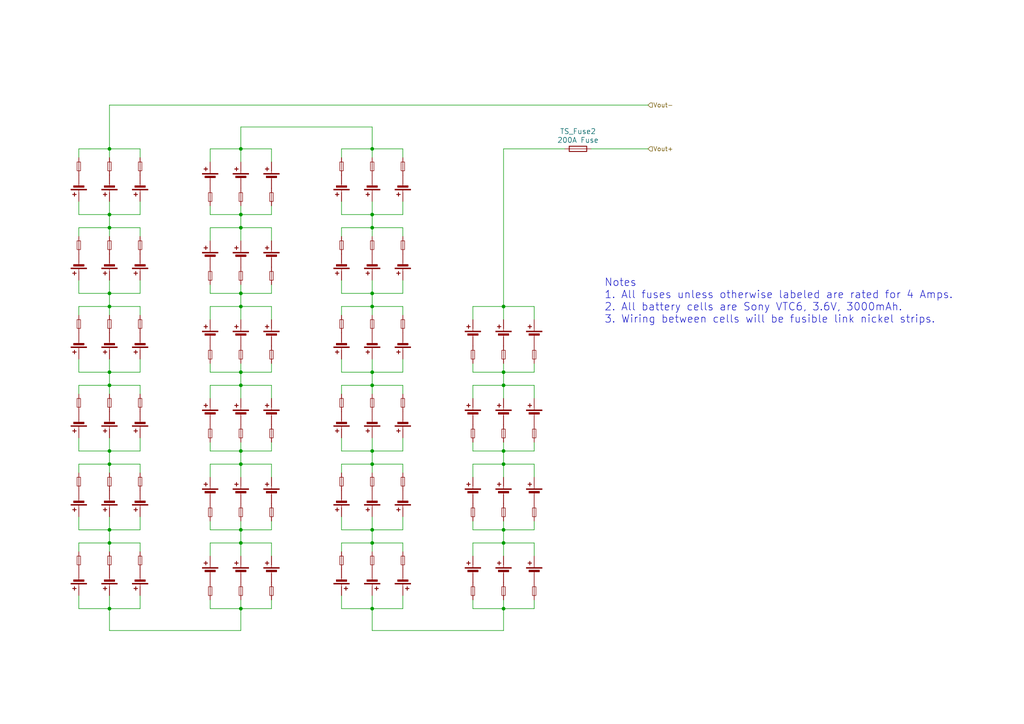
<source format=kicad_sch>
(kicad_sch (version 20230121) (generator eeschema)

  (uuid ec0397ce-18c2-4988-b6c3-a946e16f358a)

  (paper "A4")

  (title_block
    (title "Accumulator Battery Cells")
    (date "2024-02-29")
    (rev "0")
    (company "BYU-Idaho Viking Racing")
  )

  (lib_symbols
    (symbol "Device:Battery_Cell" (pin_numbers hide) (pin_names (offset 0) hide) (in_bom yes) (on_board yes)
      (property "Reference" "BT" (at 2.54 2.54 0)
        (effects (font (size 1.27 1.27)) (justify left))
      )
      (property "Value" "Battery_Cell" (at 2.54 0 0)
        (effects (font (size 1.27 1.27)) (justify left))
      )
      (property "Footprint" "" (at 0 1.524 90)
        (effects (font (size 1.27 1.27)) hide)
      )
      (property "Datasheet" "~" (at 0 1.524 90)
        (effects (font (size 1.27 1.27)) hide)
      )
      (property "ki_keywords" "battery cell" (at 0 0 0)
        (effects (font (size 1.27 1.27)) hide)
      )
      (property "ki_description" "Single-cell battery" (at 0 0 0)
        (effects (font (size 1.27 1.27)) hide)
      )
      (symbol "Battery_Cell_0_1"
        (rectangle (start -2.286 1.778) (end 2.286 1.524)
          (stroke (width 0) (type default))
          (fill (type outline))
        )
        (rectangle (start -1.524 1.016) (end 1.524 0.508)
          (stroke (width 0) (type default))
          (fill (type outline))
        )
        (polyline
          (pts
            (xy 0 0.762)
            (xy 0 0)
          )
          (stroke (width 0) (type default))
          (fill (type none))
        )
        (polyline
          (pts
            (xy 0 1.778)
            (xy 0 2.54)
          )
          (stroke (width 0) (type default))
          (fill (type none))
        )
        (polyline
          (pts
            (xy 0.762 3.048)
            (xy 1.778 3.048)
          )
          (stroke (width 0.254) (type default))
          (fill (type none))
        )
        (polyline
          (pts
            (xy 1.27 3.556)
            (xy 1.27 2.54)
          )
          (stroke (width 0.254) (type default))
          (fill (type none))
        )
      )
      (symbol "Battery_Cell_1_1"
        (pin passive line (at 0 5.08 270) (length 2.54)
          (name "+" (effects (font (size 1.27 1.27))))
          (number "1" (effects (font (size 1.27 1.27))))
        )
        (pin passive line (at 0 -2.54 90) (length 2.54)
          (name "-" (effects (font (size 1.27 1.27))))
          (number "2" (effects (font (size 1.27 1.27))))
        )
      )
    )
    (symbol "Device:Fuse" (pin_numbers hide) (pin_names (offset 0)) (in_bom yes) (on_board yes)
      (property "Reference" "F" (at 2.032 0 90)
        (effects (font (size 1.27 1.27)))
      )
      (property "Value" "Fuse" (at -1.905 0 90)
        (effects (font (size 1.27 1.27)))
      )
      (property "Footprint" "" (at -1.778 0 90)
        (effects (font (size 1.27 1.27)) hide)
      )
      (property "Datasheet" "~" (at 0 0 0)
        (effects (font (size 1.27 1.27)) hide)
      )
      (property "ki_keywords" "fuse" (at 0 0 0)
        (effects (font (size 1.27 1.27)) hide)
      )
      (property "ki_description" "Fuse" (at 0 0 0)
        (effects (font (size 1.27 1.27)) hide)
      )
      (property "ki_fp_filters" "*Fuse*" (at 0 0 0)
        (effects (font (size 1.27 1.27)) hide)
      )
      (symbol "Fuse_0_1"
        (rectangle (start -0.762 -2.54) (end 0.762 2.54)
          (stroke (width 0.254) (type default))
          (fill (type none))
        )
        (polyline
          (pts
            (xy 0 2.54)
            (xy 0 -2.54)
          )
          (stroke (width 0) (type default))
          (fill (type none))
        )
      )
      (symbol "Fuse_1_1"
        (pin passive line (at 0 3.81 270) (length 1.27)
          (name "~" (effects (font (size 1.27 1.27))))
          (number "1" (effects (font (size 1.27 1.27))))
        )
        (pin passive line (at 0 -3.81 90) (length 1.27)
          (name "~" (effects (font (size 1.27 1.27))))
          (number "2" (effects (font (size 1.27 1.27))))
        )
      )
    )
    (symbol "Device:Fuse_Small" (pin_numbers hide) (pin_names (offset 0.254) hide) (in_bom yes) (on_board yes)
      (property "Reference" "F" (at 0 -1.524 0)
        (effects (font (size 1.27 1.27)))
      )
      (property "Value" "Fuse_Small" (at 0 1.524 0)
        (effects (font (size 1.27 1.27)))
      )
      (property "Footprint" "" (at 0 0 0)
        (effects (font (size 1.27 1.27)) hide)
      )
      (property "Datasheet" "~" (at 0 0 0)
        (effects (font (size 1.27 1.27)) hide)
      )
      (property "ki_keywords" "fuse" (at 0 0 0)
        (effects (font (size 1.27 1.27)) hide)
      )
      (property "ki_description" "Fuse, small symbol" (at 0 0 0)
        (effects (font (size 1.27 1.27)) hide)
      )
      (property "ki_fp_filters" "*Fuse*" (at 0 0 0)
        (effects (font (size 1.27 1.27)) hide)
      )
      (symbol "Fuse_Small_0_1"
        (rectangle (start -1.27 0.508) (end 1.27 -0.508)
          (stroke (width 0) (type default))
          (fill (type none))
        )
        (polyline
          (pts
            (xy -1.27 0)
            (xy 1.27 0)
          )
          (stroke (width 0) (type default))
          (fill (type none))
        )
      )
      (symbol "Fuse_Small_1_1"
        (pin passive line (at -2.54 0 0) (length 1.27)
          (name "~" (effects (font (size 1.27 1.27))))
          (number "1" (effects (font (size 1.27 1.27))))
        )
        (pin passive line (at 2.54 0 180) (length 1.27)
          (name "~" (effects (font (size 1.27 1.27))))
          (number "2" (effects (font (size 1.27 1.27))))
        )
      )
    )
  )

  (junction (at 146.05 107.95) (diameter 0) (color 0 0 0 0)
    (uuid 04967c8a-d96e-4d77-9cc2-cbe012b73716)
  )
  (junction (at 31.75 153.67) (diameter 0) (color 0 0 0 0)
    (uuid 08d72292-deda-4e08-9159-76bd631e3c03)
  )
  (junction (at 31.75 176.53) (diameter 0) (color 0 0 0 0)
    (uuid 09e5a13b-1591-48c3-ab44-7a9727de05bd)
  )
  (junction (at 31.75 66.04) (diameter 0) (color 0 0 0 0)
    (uuid 14df9e77-a067-4225-981d-4f7326b9dbc9)
  )
  (junction (at 107.95 85.09) (diameter 0) (color 0 0 0 0)
    (uuid 1988a4f7-6918-48b6-b551-f0c79c82befb)
  )
  (junction (at 146.05 88.9) (diameter 0) (color 0 0 0 0)
    (uuid 1cca679f-c3b1-4108-8b3a-a6a17cc96ad2)
  )
  (junction (at 69.85 130.81) (diameter 0) (color 0 0 0 0)
    (uuid 1ec571cb-6eaf-4717-9080-49791b749d3b)
  )
  (junction (at 107.95 43.18) (diameter 0) (color 0 0 0 0)
    (uuid 2a3a14aa-1f02-4970-a887-f4519ae9f480)
  )
  (junction (at 69.85 153.67) (diameter 0) (color 0 0 0 0)
    (uuid 37facaf4-a4aa-4fd1-8891-8f740e3d24c5)
  )
  (junction (at 107.95 107.95) (diameter 0) (color 0 0 0 0)
    (uuid 3fe9e4ef-a928-4359-9f96-ac277f5b8264)
  )
  (junction (at 107.95 157.48) (diameter 0) (color 0 0 0 0)
    (uuid 418d9367-93ca-4096-b383-ef441cf74278)
  )
  (junction (at 69.85 66.04) (diameter 0) (color 0 0 0 0)
    (uuid 51d568da-5233-4a2f-ac95-60f6c39c9c3a)
  )
  (junction (at 69.85 176.53) (diameter 0) (color 0 0 0 0)
    (uuid 54249374-66ea-4544-a343-d3231934cf7d)
  )
  (junction (at 107.95 130.81) (diameter 0) (color 0 0 0 0)
    (uuid 5dd421ee-ea4a-412a-9350-9dacb5f891c8)
  )
  (junction (at 69.85 157.48) (diameter 0) (color 0 0 0 0)
    (uuid 65b7db0c-5bd9-4cbc-92cc-ac9b1b3a3a7e)
  )
  (junction (at 31.75 43.18) (diameter 0) (color 0 0 0 0)
    (uuid 7370b999-8438-4cee-abcc-32888361c8e5)
  )
  (junction (at 69.85 43.18) (diameter 0) (color 0 0 0 0)
    (uuid 738cd8bc-20cf-4475-b8ee-06da733c6b90)
  )
  (junction (at 31.75 130.81) (diameter 0) (color 0 0 0 0)
    (uuid 7540165f-c63e-4f2d-8019-7ad027c86134)
  )
  (junction (at 107.95 66.04) (diameter 0) (color 0 0 0 0)
    (uuid 784a7a55-32d6-4e12-9047-0590cba3e4d8)
  )
  (junction (at 146.05 176.53) (diameter 0) (color 0 0 0 0)
    (uuid 79ea3cf3-2044-4249-b261-61d3f70d7163)
  )
  (junction (at 146.05 157.48) (diameter 0) (color 0 0 0 0)
    (uuid 7a96b023-3c63-4889-9887-355f038ae261)
  )
  (junction (at 69.85 111.76) (diameter 0) (color 0 0 0 0)
    (uuid 84c7d36f-37db-4e69-bbf7-ef2284bfa3a0)
  )
  (junction (at 31.75 85.09) (diameter 0) (color 0 0 0 0)
    (uuid 886692a5-f201-4122-a00d-561c29380f09)
  )
  (junction (at 107.95 88.9) (diameter 0) (color 0 0 0 0)
    (uuid 8ffa9721-d7e6-40f9-8d98-a658678b5b9a)
  )
  (junction (at 146.05 111.76) (diameter 0) (color 0 0 0 0)
    (uuid a411b720-a8d2-4695-931f-acb92202c3c3)
  )
  (junction (at 31.75 111.76) (diameter 0) (color 0 0 0 0)
    (uuid aaf02e6f-b774-4af9-9deb-bbfb912c3950)
  )
  (junction (at 69.85 107.95) (diameter 0) (color 0 0 0 0)
    (uuid ad940ae0-99cb-41c1-95ac-088ebfbef7c1)
  )
  (junction (at 146.05 153.67) (diameter 0) (color 0 0 0 0)
    (uuid b54aaa66-5d25-43d0-a47e-99147fb13a2b)
  )
  (junction (at 107.95 176.53) (diameter 0) (color 0 0 0 0)
    (uuid b87f8f55-d11a-458a-9f23-9679af7fd473)
  )
  (junction (at 31.75 62.23) (diameter 0) (color 0 0 0 0)
    (uuid ba149230-8397-4da7-b412-d11e1338994a)
  )
  (junction (at 107.95 111.76) (diameter 0) (color 0 0 0 0)
    (uuid bc6ddd0a-2303-456c-b4df-956432ac3d7f)
  )
  (junction (at 31.75 107.95) (diameter 0) (color 0 0 0 0)
    (uuid c4321ab3-8a0c-477a-8c6a-f324b61548b1)
  )
  (junction (at 107.95 134.62) (diameter 0) (color 0 0 0 0)
    (uuid cb993b76-70e6-4791-a797-3073a6395c07)
  )
  (junction (at 107.95 62.23) (diameter 0) (color 0 0 0 0)
    (uuid d5a6bef8-5816-4b51-b920-78cedc035bad)
  )
  (junction (at 31.75 157.48) (diameter 0) (color 0 0 0 0)
    (uuid d5f78d54-a5fb-4d37-9b89-9fd9903fdb3f)
  )
  (junction (at 69.85 88.9) (diameter 0) (color 0 0 0 0)
    (uuid d859edb7-181a-4fc1-8328-4858a790465b)
  )
  (junction (at 31.75 134.62) (diameter 0) (color 0 0 0 0)
    (uuid de135428-8d05-4a8c-8b42-d65f9a1d4e60)
  )
  (junction (at 31.75 88.9) (diameter 0) (color 0 0 0 0)
    (uuid dfa2ac23-c832-4e5e-a197-56beac525290)
  )
  (junction (at 146.05 130.81) (diameter 0) (color 0 0 0 0)
    (uuid e2e4b7fa-b2de-4894-a8b3-6749e1cba896)
  )
  (junction (at 69.85 62.23) (diameter 0) (color 0 0 0 0)
    (uuid e9e088c6-fbad-4047-a711-47dafcbbbc5a)
  )
  (junction (at 107.95 153.67) (diameter 0) (color 0 0 0 0)
    (uuid f1840758-dac8-495c-8031-ad50059e4171)
  )
  (junction (at 69.85 134.62) (diameter 0) (color 0 0 0 0)
    (uuid fbc9c25c-e58a-4351-b8e8-b5d8815fd76e)
  )
  (junction (at 146.05 134.62) (diameter 0) (color 0 0 0 0)
    (uuid ff02fb54-1bdd-400d-b622-a5a1d357543c)
  )
  (junction (at 69.85 85.09) (diameter 0) (color 0 0 0 0)
    (uuid ff18aa9b-2b58-4b44-9b25-156c13752009)
  )

  (wire (pts (xy 107.95 43.18) (xy 99.06 43.18))
    (stroke (width 0) (type default))
    (uuid 00d6997a-743f-4bc5-a9d8-376a28735786)
  )
  (wire (pts (xy 60.96 128.27) (xy 60.96 130.81))
    (stroke (width 0) (type default))
    (uuid 015b1940-d67a-4d93-8f7f-c70494f37e19)
  )
  (wire (pts (xy 22.86 153.67) (xy 22.86 149.86))
    (stroke (width 0) (type default))
    (uuid 01c70e7f-835b-4dcb-9a81-2839fd523b5f)
  )
  (wire (pts (xy 22.86 68.58) (xy 22.86 66.04))
    (stroke (width 0) (type default))
    (uuid 01fee321-faba-406b-a58c-2ab2bf77b7a0)
  )
  (wire (pts (xy 69.85 130.81) (xy 60.96 130.81))
    (stroke (width 0) (type default))
    (uuid 0349e248-48e8-46b2-a8f5-ef395e54ffac)
  )
  (wire (pts (xy 107.95 153.67) (xy 107.95 149.86))
    (stroke (width 0) (type default))
    (uuid 04b54b90-9ea3-4e9d-92f3-21399348a523)
  )
  (wire (pts (xy 31.75 153.67) (xy 31.75 157.48))
    (stroke (width 0) (type default))
    (uuid 04d722c3-7d05-4a97-ad20-3c9e327e8065)
  )
  (wire (pts (xy 99.06 137.16) (xy 99.06 134.62))
    (stroke (width 0) (type default))
    (uuid 04e563af-0a9a-479e-88c8-f39687ff310f)
  )
  (wire (pts (xy 99.06 153.67) (xy 99.06 149.86))
    (stroke (width 0) (type default))
    (uuid 05e720de-721d-447e-9d2f-c1e2c7853fe4)
  )
  (wire (pts (xy 116.84 43.18) (xy 107.95 43.18))
    (stroke (width 0) (type default))
    (uuid 06255bb6-15cc-426c-b93d-f27eb320953b)
  )
  (wire (pts (xy 107.95 107.95) (xy 107.95 111.76))
    (stroke (width 0) (type default))
    (uuid 0635eb44-7af3-45ee-a66c-8aa75308117e)
  )
  (wire (pts (xy 40.64 68.58) (xy 40.64 66.04))
    (stroke (width 0) (type default))
    (uuid 073c6b61-b04e-49b6-870c-3aafc693c889)
  )
  (wire (pts (xy 78.74 62.23) (xy 69.85 62.23))
    (stroke (width 0) (type default))
    (uuid 0749ed54-dead-4553-b3e4-ae9fc4878f68)
  )
  (wire (pts (xy 31.75 176.53) (xy 31.75 182.88))
    (stroke (width 0) (type default))
    (uuid 07d633dd-cea6-4c7b-b1cf-ddf989096489)
  )
  (wire (pts (xy 146.05 134.62) (xy 137.16 134.62))
    (stroke (width 0) (type default))
    (uuid 096be6f6-4e26-4e85-897c-0912423b5552)
  )
  (wire (pts (xy 99.06 91.44) (xy 99.06 88.9))
    (stroke (width 0) (type default))
    (uuid 09956a0f-49b2-4414-aeb1-4fbea40328ff)
  )
  (wire (pts (xy 146.05 130.81) (xy 137.16 130.81))
    (stroke (width 0) (type default))
    (uuid 09bc0a5f-fd5e-4f78-8241-8a4feae5b049)
  )
  (wire (pts (xy 107.95 130.81) (xy 99.06 130.81))
    (stroke (width 0) (type default))
    (uuid 0cd53a34-247e-4d31-8888-a9c2341f1759)
  )
  (wire (pts (xy 171.45 43.18) (xy 187.96 43.18))
    (stroke (width 0) (type default))
    (uuid 0e1ae50d-d51a-415a-8b76-2a3d63c745a4)
  )
  (wire (pts (xy 107.95 160.02) (xy 107.95 157.48))
    (stroke (width 0) (type default))
    (uuid 0fa0b8bd-b6e8-46da-92fc-7fc56d48504f)
  )
  (wire (pts (xy 116.84 85.09) (xy 116.84 81.28))
    (stroke (width 0) (type default))
    (uuid 10ad916a-d7c9-4044-81d9-c6f3027452fd)
  )
  (wire (pts (xy 107.95 130.81) (xy 107.95 127))
    (stroke (width 0) (type default))
    (uuid 113e21bc-dd13-427f-afe7-44b0ec2c8a4f)
  )
  (wire (pts (xy 78.74 85.09) (xy 69.85 85.09))
    (stroke (width 0) (type default))
    (uuid 11a904b3-4e3e-42f0-b6f0-a3ff8ce17983)
  )
  (wire (pts (xy 78.74 59.69) (xy 78.74 62.23))
    (stroke (width 0) (type default))
    (uuid 124019aa-28f7-45b1-a1c7-4b20b1474416)
  )
  (wire (pts (xy 78.74 151.13) (xy 78.74 153.67))
    (stroke (width 0) (type default))
    (uuid 12d513f3-5d5c-4b39-a6b8-a63572fcbfbf)
  )
  (wire (pts (xy 137.16 128.27) (xy 137.16 130.81))
    (stroke (width 0) (type default))
    (uuid 1336a648-abaf-4053-81fc-4652b331ebf2)
  )
  (wire (pts (xy 31.75 88.9) (xy 22.86 88.9))
    (stroke (width 0) (type default))
    (uuid 13c3bf05-626b-47c7-8425-04655d47bc89)
  )
  (wire (pts (xy 22.86 62.23) (xy 22.86 58.42))
    (stroke (width 0) (type default))
    (uuid 1446c4b2-0e11-4cce-8da6-0201d48b0510)
  )
  (wire (pts (xy 78.74 128.27) (xy 78.74 130.81))
    (stroke (width 0) (type default))
    (uuid 14f0a0c0-d05e-4fdb-aa72-285350956b87)
  )
  (wire (pts (xy 78.74 111.76) (xy 78.74 115.57))
    (stroke (width 0) (type default))
    (uuid 17112093-5113-45bb-bfae-c89ecb38468a)
  )
  (wire (pts (xy 78.74 88.9) (xy 78.74 92.71))
    (stroke (width 0) (type default))
    (uuid 173fdda6-5670-4c81-8d4a-ae28935f81c8)
  )
  (wire (pts (xy 107.95 176.53) (xy 107.95 182.88))
    (stroke (width 0) (type default))
    (uuid 1780bb05-00b0-490d-aeaa-2ec35f601d23)
  )
  (wire (pts (xy 31.75 176.53) (xy 22.86 176.53))
    (stroke (width 0) (type default))
    (uuid 1890b5aa-5a79-4e52-a0c0-78ff23136c53)
  )
  (wire (pts (xy 107.95 176.53) (xy 107.95 172.72))
    (stroke (width 0) (type default))
    (uuid 18b7382c-4812-4499-a853-f00409de0455)
  )
  (wire (pts (xy 69.85 130.81) (xy 69.85 134.62))
    (stroke (width 0) (type default))
    (uuid 1afbc25c-1ce8-4f77-99cc-40c5ce295974)
  )
  (wire (pts (xy 78.74 176.53) (xy 69.85 176.53))
    (stroke (width 0) (type default))
    (uuid 1c797259-ad21-4558-85fb-049def3e96be)
  )
  (wire (pts (xy 137.16 88.9) (xy 137.16 92.71))
    (stroke (width 0) (type default))
    (uuid 1c9e62b7-5433-4a97-bebb-4282c96eb6d2)
  )
  (wire (pts (xy 116.84 137.16) (xy 116.84 134.62))
    (stroke (width 0) (type default))
    (uuid 1cacf3f9-a1b5-43d8-81e6-06b4a7e31bbe)
  )
  (wire (pts (xy 154.94 134.62) (xy 154.94 138.43))
    (stroke (width 0) (type default))
    (uuid 1dcba310-0606-4049-a1b1-43598602c3e1)
  )
  (wire (pts (xy 40.64 137.16) (xy 40.64 134.62))
    (stroke (width 0) (type default))
    (uuid 1f7c905b-beee-4e44-af47-4200141ffd3c)
  )
  (wire (pts (xy 107.95 91.44) (xy 107.95 88.9))
    (stroke (width 0) (type default))
    (uuid 21bcab9e-1ce8-4e75-9847-b2e043943570)
  )
  (wire (pts (xy 31.75 111.76) (xy 22.86 111.76))
    (stroke (width 0) (type default))
    (uuid 22350227-1cba-4b7c-8f56-7ab27439d08e)
  )
  (wire (pts (xy 22.86 85.09) (xy 22.86 81.28))
    (stroke (width 0) (type default))
    (uuid 240bf9a7-c097-44e1-8cff-0e63c6ba1444)
  )
  (wire (pts (xy 31.75 130.81) (xy 31.75 134.62))
    (stroke (width 0) (type default))
    (uuid 241eb23f-89bc-48f0-a6b1-70264f569313)
  )
  (wire (pts (xy 146.05 182.88) (xy 146.05 176.53))
    (stroke (width 0) (type default))
    (uuid 251da6c1-de1e-4c66-9f4b-dc5e9fc7ee52)
  )
  (wire (pts (xy 40.64 153.67) (xy 40.64 149.86))
    (stroke (width 0) (type default))
    (uuid 263294d8-1854-45b1-9992-5c8d75a4471f)
  )
  (wire (pts (xy 116.84 107.95) (xy 107.95 107.95))
    (stroke (width 0) (type default))
    (uuid 268ce71d-caf2-409d-94fb-c682714e32b0)
  )
  (wire (pts (xy 99.06 157.48) (xy 107.95 157.48))
    (stroke (width 0) (type default))
    (uuid 26b4055a-9fcb-4e84-a2a6-eb484e84c462)
  )
  (wire (pts (xy 154.94 111.76) (xy 146.05 111.76))
    (stroke (width 0) (type default))
    (uuid 26f4c4b5-b408-403f-96c9-b80303f9fe70)
  )
  (wire (pts (xy 69.85 62.23) (xy 60.96 62.23))
    (stroke (width 0) (type default))
    (uuid 27842e3a-8495-40e1-9e0e-6f8b5034d720)
  )
  (wire (pts (xy 154.94 111.76) (xy 154.94 115.57))
    (stroke (width 0) (type default))
    (uuid 2895109c-5ca3-4072-8e08-21b0c15a2e66)
  )
  (wire (pts (xy 107.95 182.88) (xy 146.05 182.88))
    (stroke (width 0) (type default))
    (uuid 29cee562-6bc5-4a77-9601-bdd9bfff7d47)
  )
  (wire (pts (xy 107.95 88.9) (xy 99.06 88.9))
    (stroke (width 0) (type default))
    (uuid 2a5744db-755e-4f8e-a002-3e4c698f5f04)
  )
  (wire (pts (xy 22.86 137.16) (xy 22.86 134.62))
    (stroke (width 0) (type default))
    (uuid 2ac688a1-cb88-47c6-abfa-c379929d346b)
  )
  (wire (pts (xy 146.05 130.81) (xy 146.05 134.62))
    (stroke (width 0) (type default))
    (uuid 2ae90dca-bb8b-4b21-84ad-ff169f9a2759)
  )
  (wire (pts (xy 69.85 111.76) (xy 69.85 115.57))
    (stroke (width 0) (type default))
    (uuid 2b498b96-86d0-4d61-9b2c-286604a0d6ea)
  )
  (wire (pts (xy 60.96 43.18) (xy 60.96 46.99))
    (stroke (width 0) (type default))
    (uuid 304aea1a-e697-45bb-8773-3b27d790ca56)
  )
  (wire (pts (xy 60.96 105.41) (xy 60.96 107.95))
    (stroke (width 0) (type default))
    (uuid 30e529f1-45a0-4cc2-bff8-4ecadc9d20d4)
  )
  (wire (pts (xy 31.75 85.09) (xy 22.86 85.09))
    (stroke (width 0) (type default))
    (uuid 31111f02-69f0-498c-b27e-e025a9b79915)
  )
  (wire (pts (xy 116.84 130.81) (xy 107.95 130.81))
    (stroke (width 0) (type default))
    (uuid 315b8d71-99a5-45e5-836a-3d491a8fe70f)
  )
  (wire (pts (xy 137.16 111.76) (xy 137.16 115.57))
    (stroke (width 0) (type default))
    (uuid 327e2880-46ea-4b69-8f79-4f8b57cda450)
  )
  (wire (pts (xy 107.95 107.95) (xy 99.06 107.95))
    (stroke (width 0) (type default))
    (uuid 34387f59-607f-42ee-9033-c198e7b75cc2)
  )
  (wire (pts (xy 107.95 85.09) (xy 107.95 88.9))
    (stroke (width 0) (type default))
    (uuid 344d1b78-9340-4fa5-abad-b193da987458)
  )
  (wire (pts (xy 31.75 134.62) (xy 22.86 134.62))
    (stroke (width 0) (type default))
    (uuid 36723270-25d9-4f8a-9ade-ef54ee70c63a)
  )
  (wire (pts (xy 107.95 66.04) (xy 99.06 66.04))
    (stroke (width 0) (type default))
    (uuid 368be80a-4879-41a7-a96c-0b72e0eb22fd)
  )
  (wire (pts (xy 31.75 43.18) (xy 31.75 30.48))
    (stroke (width 0) (type default))
    (uuid 36b5f7b6-83d7-40ac-a3eb-59b88e652a70)
  )
  (wire (pts (xy 40.64 111.76) (xy 31.75 111.76))
    (stroke (width 0) (type default))
    (uuid 3786fb3a-bd33-4e44-9b52-540d26b3eb47)
  )
  (wire (pts (xy 40.64 88.9) (xy 31.75 88.9))
    (stroke (width 0) (type default))
    (uuid 378e333d-1a9a-446e-a136-460076846d91)
  )
  (wire (pts (xy 116.84 62.23) (xy 107.95 62.23))
    (stroke (width 0) (type default))
    (uuid 3a5a6434-bc12-42ba-8c28-57a16cb48ce9)
  )
  (wire (pts (xy 78.74 153.67) (xy 69.85 153.67))
    (stroke (width 0) (type default))
    (uuid 3a980a5c-0244-424e-9914-41dbcd2cca5a)
  )
  (wire (pts (xy 116.84 153.67) (xy 116.84 149.86))
    (stroke (width 0) (type default))
    (uuid 3b3c827b-c1a5-46e2-a3d3-add65c1a820f)
  )
  (wire (pts (xy 40.64 66.04) (xy 31.75 66.04))
    (stroke (width 0) (type default))
    (uuid 3c30eaf3-b89d-47a2-9751-54ac653b150c)
  )
  (wire (pts (xy 154.94 107.95) (xy 146.05 107.95))
    (stroke (width 0) (type default))
    (uuid 3f8b2a42-8751-4fe9-ad5a-3f7295f2ac51)
  )
  (wire (pts (xy 146.05 88.9) (xy 137.16 88.9))
    (stroke (width 0) (type default))
    (uuid 4013ff4a-9d1d-4575-8fe2-869a14af0612)
  )
  (wire (pts (xy 31.75 107.95) (xy 31.75 111.76))
    (stroke (width 0) (type default))
    (uuid 403cc800-6551-4d06-b10d-13781065df18)
  )
  (wire (pts (xy 146.05 157.48) (xy 146.05 161.29))
    (stroke (width 0) (type default))
    (uuid 4114583b-d3fd-4d51-811e-1c52edbe6ade)
  )
  (wire (pts (xy 31.75 107.95) (xy 31.75 104.14))
    (stroke (width 0) (type default))
    (uuid 417cd9ac-593c-4654-a44c-4b2dcf348c30)
  )
  (wire (pts (xy 69.85 134.62) (xy 69.85 138.43))
    (stroke (width 0) (type default))
    (uuid 42887f85-cea0-4e7c-91e5-dc34338016e9)
  )
  (wire (pts (xy 116.84 85.09) (xy 107.95 85.09))
    (stroke (width 0) (type default))
    (uuid 43e51355-3764-4001-b615-c9b942d08b10)
  )
  (wire (pts (xy 60.96 173.99) (xy 60.96 176.53))
    (stroke (width 0) (type default))
    (uuid 45d954ec-dbe6-4a5d-9b6d-1d00f35709d7)
  )
  (wire (pts (xy 69.85 85.09) (xy 60.96 85.09))
    (stroke (width 0) (type default))
    (uuid 460f59ce-e135-4368-b838-52ee535260b9)
  )
  (wire (pts (xy 116.84 114.3) (xy 116.84 111.76))
    (stroke (width 0) (type default))
    (uuid 4629cefe-2663-4b79-abf2-f5deb93c5d8e)
  )
  (wire (pts (xy 116.84 66.04) (xy 107.95 66.04))
    (stroke (width 0) (type default))
    (uuid 47a01513-0581-460c-8a77-6ae5627cbdcd)
  )
  (wire (pts (xy 146.05 153.67) (xy 146.05 157.48))
    (stroke (width 0) (type default))
    (uuid 488c81ea-9b37-4f3c-81e9-b68f6b5a9ba4)
  )
  (wire (pts (xy 146.05 88.9) (xy 146.05 43.18))
    (stroke (width 0) (type default))
    (uuid 4a14c028-f7f0-48e3-9ba9-bad1239c4eb6)
  )
  (wire (pts (xy 107.95 111.76) (xy 99.06 111.76))
    (stroke (width 0) (type default))
    (uuid 4c1b793a-d423-4822-b0f0-1b44b95b0641)
  )
  (wire (pts (xy 154.94 176.53) (xy 146.05 176.53))
    (stroke (width 0) (type default))
    (uuid 4f89d681-56a9-440d-ba11-cd291b98e576)
  )
  (wire (pts (xy 31.75 182.88) (xy 69.85 182.88))
    (stroke (width 0) (type default))
    (uuid 4fa78fe5-4cd7-442e-a643-be903e26a0ba)
  )
  (wire (pts (xy 107.95 137.16) (xy 107.95 134.62))
    (stroke (width 0) (type default))
    (uuid 4fcbdf20-859d-40e3-a1de-7e8e627b7910)
  )
  (wire (pts (xy 99.06 45.72) (xy 99.06 43.18))
    (stroke (width 0) (type default))
    (uuid 4fe59969-b857-4b36-b03b-2008509cdcb7)
  )
  (wire (pts (xy 137.16 151.13) (xy 137.16 153.67))
    (stroke (width 0) (type default))
    (uuid 50be94af-ea95-4e61-9063-a2179a9f5924)
  )
  (wire (pts (xy 78.74 43.18) (xy 78.74 46.99))
    (stroke (width 0) (type default))
    (uuid 51031d12-f436-45c0-8eb8-9a4e30e65343)
  )
  (wire (pts (xy 146.05 107.95) (xy 137.16 107.95))
    (stroke (width 0) (type default))
    (uuid 525074f8-3cd2-474e-9165-84a7896d1cff)
  )
  (wire (pts (xy 154.94 157.48) (xy 154.94 161.29))
    (stroke (width 0) (type default))
    (uuid 531a2fce-7a51-4f29-b3a5-d0eded8b8356)
  )
  (wire (pts (xy 137.16 105.41) (xy 137.16 107.95))
    (stroke (width 0) (type default))
    (uuid 538d6e6a-c629-4229-9ebb-48a5c507771d)
  )
  (wire (pts (xy 31.75 91.44) (xy 31.75 88.9))
    (stroke (width 0) (type default))
    (uuid 541b1b2a-3af1-4332-a729-63ddc2cb34b4)
  )
  (wire (pts (xy 78.74 134.62) (xy 78.74 138.43))
    (stroke (width 0) (type default))
    (uuid 54bd53ff-8894-4f92-86fe-932acb9e6399)
  )
  (wire (pts (xy 40.64 114.3) (xy 40.64 111.76))
    (stroke (width 0) (type default))
    (uuid 54e8da57-47d9-4bad-8849-a07735baaced)
  )
  (wire (pts (xy 31.75 66.04) (xy 22.86 66.04))
    (stroke (width 0) (type default))
    (uuid 5544f056-10c8-4e8f-9f70-c127e085c6f6)
  )
  (wire (pts (xy 69.85 134.62) (xy 60.96 134.62))
    (stroke (width 0) (type default))
    (uuid 572bb1b8-b834-4b7e-ab9b-f5a055be9fcb)
  )
  (wire (pts (xy 116.84 68.58) (xy 116.84 66.04))
    (stroke (width 0) (type default))
    (uuid 575573f9-fd70-438f-b5a2-ec7a962baba6)
  )
  (wire (pts (xy 107.95 107.95) (xy 107.95 104.14))
    (stroke (width 0) (type default))
    (uuid 5922f0cb-e566-4ac3-995d-3c6a328c37b7)
  )
  (wire (pts (xy 116.84 62.23) (xy 116.84 58.42))
    (stroke (width 0) (type default))
    (uuid 59dc7464-333b-42aa-a515-a7bbe1216f26)
  )
  (wire (pts (xy 69.85 107.95) (xy 69.85 111.76))
    (stroke (width 0) (type default))
    (uuid 5aa8f14f-5d39-4e8d-bff3-772ddb6b49db)
  )
  (wire (pts (xy 154.94 88.9) (xy 154.94 92.71))
    (stroke (width 0) (type default))
    (uuid 5bb404bb-f5a0-4fe8-8bf2-ecefb8f33f19)
  )
  (wire (pts (xy 69.85 43.18) (xy 69.85 46.99))
    (stroke (width 0) (type default))
    (uuid 5e14b99f-d593-4923-9246-7d65f56babf6)
  )
  (wire (pts (xy 22.86 91.44) (xy 22.86 88.9))
    (stroke (width 0) (type default))
    (uuid 5eee8e31-9640-4129-84c6-2aae49760869)
  )
  (wire (pts (xy 154.94 128.27) (xy 154.94 130.81))
    (stroke (width 0) (type default))
    (uuid 616f93ef-52d0-4921-975d-3c815ba10e35)
  )
  (wire (pts (xy 154.94 130.81) (xy 146.05 130.81))
    (stroke (width 0) (type default))
    (uuid 61c3ea8b-fe81-43a5-814b-647cc484cef7)
  )
  (wire (pts (xy 78.74 105.41) (xy 78.74 107.95))
    (stroke (width 0) (type default))
    (uuid 62290eac-3c4c-4fdd-8a39-c2cec8599bfb)
  )
  (wire (pts (xy 69.85 43.18) (xy 69.85 36.83))
    (stroke (width 0) (type default))
    (uuid 63ee7504-c97c-4e57-9954-09dd5bfdf71e)
  )
  (wire (pts (xy 31.75 157.48) (xy 22.86 157.48))
    (stroke (width 0) (type default))
    (uuid 649c46e3-c4e5-41d1-9df3-a0895408963f)
  )
  (wire (pts (xy 40.64 85.09) (xy 31.75 85.09))
    (stroke (width 0) (type default))
    (uuid 64b34152-48bb-439f-912c-4b6400426642)
  )
  (wire (pts (xy 40.64 176.53) (xy 40.64 172.72))
    (stroke (width 0) (type default))
    (uuid 664768dd-2e9a-4217-af97-8d397aa3aa39)
  )
  (wire (pts (xy 40.64 85.09) (xy 40.64 81.28))
    (stroke (width 0) (type default))
    (uuid 6664a39d-9ebc-4a37-9e67-cac89ba609d7)
  )
  (wire (pts (xy 69.85 36.83) (xy 107.95 36.83))
    (stroke (width 0) (type default))
    (uuid 6761e58f-85c9-4fb8-ad08-b53a9d653918)
  )
  (wire (pts (xy 31.75 160.02) (xy 31.75 157.48))
    (stroke (width 0) (type default))
    (uuid 6975c736-c50a-481e-9496-fa040128b640)
  )
  (wire (pts (xy 40.64 62.23) (xy 40.64 58.42))
    (stroke (width 0) (type default))
    (uuid 69ead167-82c3-4ebe-b0bc-b954f3423afb)
  )
  (wire (pts (xy 116.84 130.81) (xy 116.84 127))
    (stroke (width 0) (type default))
    (uuid 6b0e76bb-05dc-470a-8264-e77d386f10fb)
  )
  (wire (pts (xy 78.74 157.48) (xy 78.74 161.29))
    (stroke (width 0) (type default))
    (uuid 6d551319-bd86-4685-aa4b-36b000eef782)
  )
  (wire (pts (xy 107.95 85.09) (xy 99.06 85.09))
    (stroke (width 0) (type default))
    (uuid 6e0d865e-2b55-42ae-b2e3-4cdd69fba8e6)
  )
  (wire (pts (xy 99.06 130.81) (xy 99.06 127))
    (stroke (width 0) (type default))
    (uuid 6eae7204-dc93-4b08-b9ba-eafa7b2b217c)
  )
  (wire (pts (xy 107.95 134.62) (xy 99.06 134.62))
    (stroke (width 0) (type default))
    (uuid 706a6f4d-f260-4051-a948-eaa20f91f4d7)
  )
  (wire (pts (xy 99.06 107.95) (xy 99.06 104.14))
    (stroke (width 0) (type default))
    (uuid 71f9f077-364e-46fa-88db-f3999f884dd4)
  )
  (wire (pts (xy 146.05 43.18) (xy 163.83 43.18))
    (stroke (width 0) (type default))
    (uuid 742e7958-8417-461d-97ea-0efb72758b28)
  )
  (wire (pts (xy 146.05 111.76) (xy 146.05 115.57))
    (stroke (width 0) (type default))
    (uuid 74a8c9b5-0b47-482b-b3b1-e858033ec4f2)
  )
  (wire (pts (xy 78.74 134.62) (xy 69.85 134.62))
    (stroke (width 0) (type default))
    (uuid 74d36aed-adf8-4882-a37c-aa016618d083)
  )
  (wire (pts (xy 40.64 107.95) (xy 31.75 107.95))
    (stroke (width 0) (type default))
    (uuid 777129c8-f0e3-4f56-bb35-acf0d9b44ed2)
  )
  (wire (pts (xy 107.95 157.48) (xy 116.84 157.48))
    (stroke (width 0) (type default))
    (uuid 7779decd-9ca8-45c3-bde8-01e60c9fb326)
  )
  (wire (pts (xy 154.94 173.99) (xy 154.94 176.53))
    (stroke (width 0) (type default))
    (uuid 78d029dc-729c-47f3-b615-ad5c986527fe)
  )
  (wire (pts (xy 40.64 91.44) (xy 40.64 88.9))
    (stroke (width 0) (type default))
    (uuid 79078653-e0ce-4aed-949e-c461b41b76c8)
  )
  (wire (pts (xy 116.84 176.53) (xy 116.84 172.72))
    (stroke (width 0) (type default))
    (uuid 792f7097-0b85-4177-915b-7bd3b93e0f79)
  )
  (wire (pts (xy 22.86 160.02) (xy 22.86 157.48))
    (stroke (width 0) (type default))
    (uuid 79a36a92-6a95-449f-bc60-ae97e5fd37d0)
  )
  (wire (pts (xy 154.94 134.62) (xy 146.05 134.62))
    (stroke (width 0) (type default))
    (uuid 7b02dc7d-4f4f-4ccb-a649-c52470c3fc38)
  )
  (wire (pts (xy 40.64 130.81) (xy 31.75 130.81))
    (stroke (width 0) (type default))
    (uuid 7ba7647e-cbae-453b-9c0d-2959a68cda0c)
  )
  (wire (pts (xy 22.86 176.53) (xy 22.86 172.72))
    (stroke (width 0) (type default))
    (uuid 7bb56db9-00a9-46a5-b56c-e207abfe6fec)
  )
  (wire (pts (xy 116.84 160.02) (xy 116.84 157.48))
    (stroke (width 0) (type default))
    (uuid 7cd3427b-d6ed-481b-8cc5-6b686e8895b6)
  )
  (wire (pts (xy 40.64 45.72) (xy 40.64 43.18))
    (stroke (width 0) (type default))
    (uuid 7e720fa4-25f5-4a9a-82c1-fc5fb7076a58)
  )
  (wire (pts (xy 31.75 137.16) (xy 31.75 134.62))
    (stroke (width 0) (type default))
    (uuid 7eb65b6c-4bd8-40dd-8f1b-a879baa9f2d1)
  )
  (wire (pts (xy 69.85 88.9) (xy 69.85 92.71))
    (stroke (width 0) (type default))
    (uuid 7fc1d5c5-395b-4c2a-b5c0-b6d1cdf12c6d)
  )
  (wire (pts (xy 31.75 85.09) (xy 31.75 88.9))
    (stroke (width 0) (type default))
    (uuid 7fcc82d7-6efe-48ed-a26b-2569a6103ebc)
  )
  (wire (pts (xy 69.85 43.18) (xy 60.96 43.18))
    (stroke (width 0) (type default))
    (uuid 8162803c-a50f-4b81-a116-61bbd7b8e6aa)
  )
  (wire (pts (xy 146.05 111.76) (xy 137.16 111.76))
    (stroke (width 0) (type default))
    (uuid 81700d06-4b32-4cf7-b04c-63801a95fe29)
  )
  (wire (pts (xy 69.85 176.53) (xy 60.96 176.53))
    (stroke (width 0) (type default))
    (uuid 82089a82-56aa-4bc7-9ef5-73e3cfc94b23)
  )
  (wire (pts (xy 99.06 176.53) (xy 99.06 172.72))
    (stroke (width 0) (type default))
    (uuid 820ceb66-236e-4ad6-aa11-984071a764fd)
  )
  (wire (pts (xy 69.85 157.48) (xy 60.96 157.48))
    (stroke (width 0) (type default))
    (uuid 831f28f3-b989-424c-87d1-5501acd62abf)
  )
  (wire (pts (xy 116.84 153.67) (xy 107.95 153.67))
    (stroke (width 0) (type default))
    (uuid 834a7e36-20e6-49df-b331-35ddf4fdeede)
  )
  (wire (pts (xy 154.94 157.48) (xy 146.05 157.48))
    (stroke (width 0) (type default))
    (uuid 83f33882-c018-433f-8901-4707cc5e367c)
  )
  (wire (pts (xy 69.85 66.04) (xy 60.96 66.04))
    (stroke (width 0) (type default))
    (uuid 84100520-e132-4298-9065-8c7588760ae2)
  )
  (wire (pts (xy 31.75 130.81) (xy 31.75 127))
    (stroke (width 0) (type default))
    (uuid 84776ee4-808c-4b81-af7f-01499ff9cf41)
  )
  (wire (pts (xy 31.75 30.48) (xy 187.96 30.48))
    (stroke (width 0) (type default))
    (uuid 8562a68a-9444-4502-bb36-aeb0832c26c2)
  )
  (wire (pts (xy 31.75 43.18) (xy 22.86 43.18))
    (stroke (width 0) (type default))
    (uuid 87ea9331-fdc8-4411-b354-922ccfd53b11)
  )
  (wire (pts (xy 31.75 62.23) (xy 22.86 62.23))
    (stroke (width 0) (type default))
    (uuid 8a1fa9a0-6715-4087-85db-5ea62be259bb)
  )
  (wire (pts (xy 69.85 173.99) (xy 69.85 176.53))
    (stroke (width 0) (type default))
    (uuid 8b91b7be-e2ba-44cb-aa20-d0d52c7e2e69)
  )
  (wire (pts (xy 22.86 107.95) (xy 22.86 104.14))
    (stroke (width 0) (type default))
    (uuid 8e44a683-cbb2-44e9-bd1a-da0fc7b342e4)
  )
  (wire (pts (xy 31.75 153.67) (xy 22.86 153.67))
    (stroke (width 0) (type default))
    (uuid 9019ed14-8204-48d0-afcf-0cbd76792f27)
  )
  (wire (pts (xy 146.05 173.99) (xy 146.05 176.53))
    (stroke (width 0) (type default))
    (uuid 90457d45-04a5-4759-ab5b-d54f191719f7)
  )
  (wire (pts (xy 99.06 85.09) (xy 99.06 81.28))
    (stroke (width 0) (type default))
    (uuid 908ca8a1-788e-45fe-9b08-8459871323a2)
  )
  (wire (pts (xy 60.96 157.48) (xy 60.96 161.29))
    (stroke (width 0) (type default))
    (uuid 921f410f-35d4-4fef-b048-eff3b02bb98c)
  )
  (wire (pts (xy 78.74 88.9) (xy 69.85 88.9))
    (stroke (width 0) (type default))
    (uuid 92a5d0e4-f4f4-4a95-87a6-99f5139b8596)
  )
  (wire (pts (xy 146.05 105.41) (xy 146.05 107.95))
    (stroke (width 0) (type default))
    (uuid 932a0892-1ed2-4903-bcaf-08ab0a23e860)
  )
  (wire (pts (xy 107.95 153.67) (xy 99.06 153.67))
    (stroke (width 0) (type default))
    (uuid 95d4ba05-2c1e-431a-95a7-7ee4ef5ad59a)
  )
  (wire (pts (xy 31.75 85.09) (xy 31.75 81.28))
    (stroke (width 0) (type default))
    (uuid 96ebdf33-63db-4b1b-a155-2f32ba769ac1)
  )
  (wire (pts (xy 69.85 62.23) (xy 69.85 66.04))
    (stroke (width 0) (type default))
    (uuid 96ff1be2-5f0c-4448-9b5e-f0d17d3ec05d)
  )
  (wire (pts (xy 78.74 111.76) (xy 69.85 111.76))
    (stroke (width 0) (type default))
    (uuid 98c1ed16-8cae-41d0-bfaf-d673007a5cbf)
  )
  (wire (pts (xy 69.85 105.41) (xy 69.85 107.95))
    (stroke (width 0) (type default))
    (uuid 990d9596-210f-433d-9325-54b3d7412b13)
  )
  (wire (pts (xy 69.85 88.9) (xy 60.96 88.9))
    (stroke (width 0) (type default))
    (uuid 99557a77-e029-48fa-861b-087ac0e21626)
  )
  (wire (pts (xy 78.74 173.99) (xy 78.74 176.53))
    (stroke (width 0) (type default))
    (uuid 99b023ed-b475-487c-bdd7-427c44792601)
  )
  (wire (pts (xy 116.84 107.95) (xy 116.84 104.14))
    (stroke (width 0) (type default))
    (uuid 9a8c24c9-9fe4-4fc6-a2d7-9d14193c86d9)
  )
  (wire (pts (xy 60.96 151.13) (xy 60.96 153.67))
    (stroke (width 0) (type default))
    (uuid 9b9770cd-d9ca-4344-8691-508b976076b9)
  )
  (wire (pts (xy 69.85 66.04) (xy 69.85 69.85))
    (stroke (width 0) (type default))
    (uuid 9c2df3b2-a337-4232-9e59-750ffe1f896b)
  )
  (wire (pts (xy 69.85 59.69) (xy 69.85 62.23))
    (stroke (width 0) (type default))
    (uuid 9d546c11-ec58-4543-9f81-9b61188d5514)
  )
  (wire (pts (xy 40.64 153.67) (xy 31.75 153.67))
    (stroke (width 0) (type default))
    (uuid 9d9b0f3a-4109-45b3-b68b-9a2b542ddcd8)
  )
  (wire (pts (xy 78.74 107.95) (xy 69.85 107.95))
    (stroke (width 0) (type default))
    (uuid a13e34d8-8d53-407d-8b14-68d71bc358ca)
  )
  (wire (pts (xy 31.75 130.81) (xy 22.86 130.81))
    (stroke (width 0) (type default))
    (uuid a147045f-2612-4d91-8721-4988730ce14c)
  )
  (wire (pts (xy 22.86 130.81) (xy 22.86 127))
    (stroke (width 0) (type default))
    (uuid a8355baf-8ef8-47c2-9f2e-5f73d8c6fb60)
  )
  (wire (pts (xy 60.96 59.69) (xy 60.96 62.23))
    (stroke (width 0) (type default))
    (uuid a8ef82a4-bd50-45b0-8d94-8e700b5cbd68)
  )
  (wire (pts (xy 107.95 130.81) (xy 107.95 134.62))
    (stroke (width 0) (type default))
    (uuid a911450b-9db7-487e-bfc3-96c1c9a0c73d)
  )
  (wire (pts (xy 78.74 43.18) (xy 69.85 43.18))
    (stroke (width 0) (type default))
    (uuid a9cf5929-1485-4ff7-b2af-f9e4d5c0e76b)
  )
  (wire (pts (xy 69.85 107.95) (xy 60.96 107.95))
    (stroke (width 0) (type default))
    (uuid aa063bc4-eddf-4579-b4bc-61aa5e300d68)
  )
  (wire (pts (xy 107.95 62.23) (xy 99.06 62.23))
    (stroke (width 0) (type default))
    (uuid ac4a1981-a450-4f92-9d85-3c9257b24736)
  )
  (wire (pts (xy 107.95 176.53) (xy 116.84 176.53))
    (stroke (width 0) (type default))
    (uuid b062855f-5b99-470d-beed-c14bf6b8280a)
  )
  (wire (pts (xy 69.85 82.55) (xy 69.85 85.09))
    (stroke (width 0) (type default))
    (uuid b3bd239d-ea26-47d8-9cb1-22ad33e9f624)
  )
  (wire (pts (xy 69.85 111.76) (xy 60.96 111.76))
    (stroke (width 0) (type default))
    (uuid b4a2cbd3-a07c-4dc7-a515-3d0c3bc8b764)
  )
  (wire (pts (xy 78.74 157.48) (xy 69.85 157.48))
    (stroke (width 0) (type default))
    (uuid b4d38dea-940c-4fd8-ad6e-6fae01654294)
  )
  (wire (pts (xy 31.75 68.58) (xy 31.75 66.04))
    (stroke (width 0) (type default))
    (uuid b4f48a2c-7ea0-460b-801d-772a7702401c)
  )
  (wire (pts (xy 107.95 36.83) (xy 107.95 43.18))
    (stroke (width 0) (type default))
    (uuid b632cc19-b5fd-4318-b5eb-9f47508e7f1c)
  )
  (wire (pts (xy 146.05 157.48) (xy 137.16 157.48))
    (stroke (width 0) (type default))
    (uuid b7a2da18-bf7e-4bf0-98fe-ef933607ae40)
  )
  (wire (pts (xy 99.06 114.3) (xy 99.06 111.76))
    (stroke (width 0) (type default))
    (uuid b9d67d4e-ea60-408c-8c89-7e7566c74d28)
  )
  (wire (pts (xy 69.85 157.48) (xy 69.85 161.29))
    (stroke (width 0) (type default))
    (uuid bb7fd2b1-7d50-475a-a576-1b1598c64abc)
  )
  (wire (pts (xy 137.16 134.62) (xy 137.16 138.43))
    (stroke (width 0) (type default))
    (uuid bc65d5ee-6363-4030-a34d-ff4f4e35bb87)
  )
  (wire (pts (xy 40.64 134.62) (xy 31.75 134.62))
    (stroke (width 0) (type default))
    (uuid bd57d7b4-eab0-44e0-bf90-a3398bf9314b)
  )
  (wire (pts (xy 107.95 153.67) (xy 107.95 157.48))
    (stroke (width 0) (type default))
    (uuid beaae4be-7e08-403d-aee9-8642f669de96)
  )
  (wire (pts (xy 31.75 62.23) (xy 31.75 58.42))
    (stroke (width 0) (type default))
    (uuid c0909924-b013-41c1-8b12-09582768b79f)
  )
  (wire (pts (xy 107.95 85.09) (xy 107.95 81.28))
    (stroke (width 0) (type default))
    (uuid c1932665-8bc7-4c11-ada9-d8049a2a9ee9)
  )
  (wire (pts (xy 107.95 66.04) (xy 107.95 68.58))
    (stroke (width 0) (type default))
    (uuid c1bda27c-144c-4af1-a35d-2f2a0c14d098)
  )
  (wire (pts (xy 146.05 134.62) (xy 146.05 138.43))
    (stroke (width 0) (type default))
    (uuid c2193db2-8559-4212-a9ac-fb9bdb37dc98)
  )
  (wire (pts (xy 69.85 85.09) (xy 69.85 88.9))
    (stroke (width 0) (type default))
    (uuid c4579ee4-403f-42e4-8e49-b8919e8f0b3d)
  )
  (wire (pts (xy 22.86 114.3) (xy 22.86 111.76))
    (stroke (width 0) (type default))
    (uuid c482976b-f595-4683-a6c8-0860633c721c)
  )
  (wire (pts (xy 78.74 66.04) (xy 78.74 69.85))
    (stroke (width 0) (type default))
    (uuid c61d0bb3-05a0-48b2-b309-f18f325b90ec)
  )
  (wire (pts (xy 116.84 45.72) (xy 116.84 43.18))
    (stroke (width 0) (type default))
    (uuid c6f57baa-aba8-4154-a4d9-550edac97dd8)
  )
  (wire (pts (xy 40.64 130.81) (xy 40.64 127))
    (stroke (width 0) (type default))
    (uuid c8302036-4f51-4ba6-ae78-38baec1d7719)
  )
  (wire (pts (xy 154.94 88.9) (xy 146.05 88.9))
    (stroke (width 0) (type default))
    (uuid c8b88b5c-84ad-45de-90e2-4af2b8a3737b)
  )
  (wire (pts (xy 116.84 134.62) (xy 107.95 134.62))
    (stroke (width 0) (type default))
    (uuid c8c2858c-c401-4411-a40c-7b1f09edcdcf)
  )
  (wire (pts (xy 107.95 62.23) (xy 107.95 66.04))
    (stroke (width 0) (type default))
    (uuid c963a961-9864-4359-b8ee-b27504fee237)
  )
  (wire (pts (xy 154.94 153.67) (xy 146.05 153.67))
    (stroke (width 0) (type default))
    (uuid cb05b479-b06f-434f-9142-e119e636c0ae)
  )
  (wire (pts (xy 116.84 91.44) (xy 116.84 88.9))
    (stroke (width 0) (type default))
    (uuid cbf31751-5a5b-46fb-84ae-4ccae4a43328)
  )
  (wire (pts (xy 78.74 82.55) (xy 78.74 85.09))
    (stroke (width 0) (type default))
    (uuid cd400a75-5bef-49ca-bfc4-84848b1ee8a5)
  )
  (wire (pts (xy 146.05 107.95) (xy 146.05 111.76))
    (stroke (width 0) (type default))
    (uuid ce993d64-b2e5-4e67-881e-981f056339ba)
  )
  (wire (pts (xy 31.75 114.3) (xy 31.75 111.76))
    (stroke (width 0) (type default))
    (uuid cee3b4b9-1c9d-4a49-b93e-dca9c7d70e51)
  )
  (wire (pts (xy 78.74 130.81) (xy 69.85 130.81))
    (stroke (width 0) (type default))
    (uuid d0c9e1f7-6dc7-46d1-b1e6-7b6b938b4f17)
  )
  (wire (pts (xy 69.85 153.67) (xy 60.96 153.67))
    (stroke (width 0) (type default))
    (uuid d14f2ab3-6c50-42dd-bf7b-1da5656bd8a8)
  )
  (wire (pts (xy 31.75 153.67) (xy 31.75 149.86))
    (stroke (width 0) (type default))
    (uuid d19fd277-e7e1-4a8d-9505-23d47558c4a7)
  )
  (wire (pts (xy 69.85 128.27) (xy 69.85 130.81))
    (stroke (width 0) (type default))
    (uuid d344ccfa-ce2c-4416-9948-9b747c8ee0db)
  )
  (wire (pts (xy 40.64 43.18) (xy 31.75 43.18))
    (stroke (width 0) (type default))
    (uuid d394f67c-5879-4b3d-932b-08c3cced85e5)
  )
  (wire (pts (xy 40.64 160.02) (xy 40.64 157.48))
    (stroke (width 0) (type default))
    (uuid d4d441f8-b10d-4f91-b55d-031fb2ad0252)
  )
  (wire (pts (xy 99.06 160.02) (xy 99.06 157.48))
    (stroke (width 0) (type default))
    (uuid d5b474bd-f138-4dc0-82ca-c84031e1454f)
  )
  (wire (pts (xy 146.05 151.13) (xy 146.05 153.67))
    (stroke (width 0) (type default))
    (uuid d5e6e613-55c5-4145-a9c2-b398d0ccd9cf)
  )
  (wire (pts (xy 116.84 88.9) (xy 107.95 88.9))
    (stroke (width 0) (type default))
    (uuid d6a00475-6e0d-489d-ac6d-4ddc2754c873)
  )
  (wire (pts (xy 116.84 111.76) (xy 107.95 111.76))
    (stroke (width 0) (type default))
    (uuid d6acb445-410c-414b-8b78-646b5f5ab188)
  )
  (wire (pts (xy 69.85 151.13) (xy 69.85 153.67))
    (stroke (width 0) (type default))
    (uuid d8ed4550-4b26-4791-b497-2d6bc272b6e1)
  )
  (wire (pts (xy 31.75 176.53) (xy 31.75 172.72))
    (stroke (width 0) (type default))
    (uuid d9708a59-6df4-472a-a9e8-e545bfb4f33b)
  )
  (wire (pts (xy 107.95 114.3) (xy 107.95 111.76))
    (stroke (width 0) (type default))
    (uuid da1942c3-4af1-4c16-afbd-fcd568d335cd)
  )
  (wire (pts (xy 99.06 62.23) (xy 99.06 58.42))
    (stroke (width 0) (type default))
    (uuid dbe0c8eb-176b-475c-823b-d48f037c3895)
  )
  (wire (pts (xy 40.64 157.48) (xy 31.75 157.48))
    (stroke (width 0) (type default))
    (uuid dc31e49e-9eb8-4260-bc5d-c9fbb3538131)
  )
  (wire (pts (xy 40.64 107.95) (xy 40.64 104.14))
    (stroke (width 0) (type default))
    (uuid df7c6dcd-1009-4b8b-8fd2-af0cbd530385)
  )
  (wire (pts (xy 60.96 88.9) (xy 60.96 92.71))
    (stroke (width 0) (type default))
    (uuid df85e425-57c2-40d7-97c0-65323919aa2f)
  )
  (wire (pts (xy 146.05 128.27) (xy 146.05 130.81))
    (stroke (width 0) (type default))
    (uuid e17a4efa-b3f7-4e36-98e7-3302fbced251)
  )
  (wire (pts (xy 60.96 134.62) (xy 60.96 138.43))
    (stroke (width 0) (type default))
    (uuid e1c3d392-eb78-48b4-9185-71b8d4ee0341)
  )
  (wire (pts (xy 146.05 153.67) (xy 137.16 153.67))
    (stroke (width 0) (type default))
    (uuid e35b86d3-e148-434f-a336-cf5420df5c6b)
  )
  (wire (pts (xy 60.96 111.76) (xy 60.96 115.57))
    (stroke (width 0) (type default))
    (uuid e36b6d0c-a498-44fb-b06f-148ea5d62783)
  )
  (wire (pts (xy 107.95 45.72) (xy 107.95 43.18))
    (stroke (width 0) (type default))
    (uuid e7c422f1-0676-4b86-8102-8abef0941a0f)
  )
  (wire (pts (xy 69.85 182.88) (xy 69.85 176.53))
    (stroke (width 0) (type default))
    (uuid e8e7c139-e416-4d04-842f-69547aefc235)
  )
  (wire (pts (xy 40.64 62.23) (xy 31.75 62.23))
    (stroke (width 0) (type default))
    (uuid e8f43f02-1460-45be-847e-8dfb1afdeccb)
  )
  (wire (pts (xy 146.05 176.53) (xy 137.16 176.53))
    (stroke (width 0) (type default))
    (uuid e96e6898-9ee3-4e37-a129-377aa7bd022b)
  )
  (wire (pts (xy 31.75 107.95) (xy 22.86 107.95))
    (stroke (width 0) (type default))
    (uuid e995b615-de19-488f-81b7-b49d9389677a)
  )
  (wire (pts (xy 60.96 82.55) (xy 60.96 85.09))
    (stroke (width 0) (type default))
    (uuid eb3c8ab3-a086-46b9-b7c4-22de48d03162)
  )
  (wire (pts (xy 137.16 157.48) (xy 137.16 161.29))
    (stroke (width 0) (type default))
    (uuid ebf74f87-5ef8-4382-8e07-5ac3d097fe07)
  )
  (wire (pts (xy 99.06 176.53) (xy 107.95 176.53))
    (stroke (width 0) (type default))
    (uuid f01b53d4-2e92-455f-9507-aa9cf14313c3)
  )
  (wire (pts (xy 31.75 62.23) (xy 31.75 66.04))
    (stroke (width 0) (type default))
    (uuid f0aed187-3277-45ca-b766-3caa2423b61c)
  )
  (wire (pts (xy 78.74 66.04) (xy 69.85 66.04))
    (stroke (width 0) (type default))
    (uuid f2480dc4-295a-48fb-a511-e53a2c4ead72)
  )
  (wire (pts (xy 22.86 45.72) (xy 22.86 43.18))
    (stroke (width 0) (type default))
    (uuid f296be39-2578-4535-9666-c3d5104955af)
  )
  (wire (pts (xy 60.96 66.04) (xy 60.96 69.85))
    (stroke (width 0) (type default))
    (uuid f3b4ca4d-0cbe-436a-9cb7-547aa2596b05)
  )
  (wire (pts (xy 99.06 68.58) (xy 99.06 66.04))
    (stroke (width 0) (type default))
    (uuid f3dd2f0f-f58b-489c-9860-2d214f52bea3)
  )
  (wire (pts (xy 69.85 153.67) (xy 69.85 157.48))
    (stroke (width 0) (type default))
    (uuid f8dcfcad-4fea-4bd3-90fb-7c6735c2e528)
  )
  (wire (pts (xy 107.95 62.23) (xy 107.95 58.42))
    (stroke (width 0) (type default))
    (uuid f97dffbe-31f8-4bef-8a25-510effa483c8)
  )
  (wire (pts (xy 137.16 173.99) (xy 137.16 176.53))
    (stroke (width 0) (type default))
    (uuid f9d05971-e5a0-4fed-8a70-062421e6b015)
  )
  (wire (pts (xy 154.94 105.41) (xy 154.94 107.95))
    (stroke (width 0) (type default))
    (uuid fa069c56-1912-4939-b270-16262fd9b37e)
  )
  (wire (pts (xy 146.05 88.9) (xy 146.05 92.71))
    (stroke (width 0) (type default))
    (uuid fb000d95-2b3c-41af-8a5b-0044aafa96fc)
  )
  (wire (pts (xy 154.94 151.13) (xy 154.94 153.67))
    (stroke (width 0) (type default))
    (uuid fb2f9013-3619-4889-8916-a6734709b603)
  )
  (wire (pts (xy 31.75 45.72) (xy 31.75 43.18))
    (stroke (width 0) (type default))
    (uuid ff2e20f0-09a6-41f2-9378-5e6c4ca0a67f)
  )
  (wire (pts (xy 40.64 176.53) (xy 31.75 176.53))
    (stroke (width 0) (type default))
    (uuid ff9ad5e1-835a-4000-a49d-cf3eb113f865)
  )

  (text "Notes\n1. All fuses unless otherwise labeled are rated for 4 Amps.\n2. All battery cells are Sony VTC6, 3.6V, 3000mAh.\n3. Wiring between cells will be fusible link nickel strips.\n"
    (at 175.26 93.98 0)
    (effects (font (size 2.2 2.2)) (justify left bottom))
    (uuid 4470f764-b430-4b9c-a385-0b7797b235b6)
  )

  (hierarchical_label "Vout-" (shape input) (at 187.96 30.48 0) (fields_autoplaced)
    (effects (font (size 1.27 1.27)) (justify left))
    (uuid 06ef9405-14ab-4683-8274-76f49210282b)
  )
  (hierarchical_label "Vout+" (shape input) (at 187.96 43.18 0) (fields_autoplaced)
    (effects (font (size 1.27 1.27)) (justify left))
    (uuid 3e60596d-740d-4c44-8034-60775798268b)
  )

  (symbol (lib_id "Device:Fuse_Small") (at 22.86 93.98 270) (unit 1)
    (in_bom yes) (on_board yes) (dnp no) (fields_autoplaced)
    (uuid 06048ea3-1ba2-4691-9762-ae2dba87a9f0)
    (property "Reference" "F69" (at 21.59 95.25 90)
      (effects (font (size 1.27 1.27)) (justify right) hide)
    )
    (property "Value" "Fuse_Small" (at 21.59 92.71 90)
      (effects (font (size 1.27 1.27)) (justify right) hide)
    )
    (property "Footprint" "" (at 22.86 93.98 0)
      (effects (font (size 1.27 1.27)) hide)
    )
    (property "Datasheet" "~" (at 22.86 93.98 0)
      (effects (font (size 1.27 1.27)) hide)
    )
    (pin "1" (uuid 61e8d60b-b999-4ef1-9793-3b05cb807eba))
    (pin "2" (uuid a99386fd-8315-4886-a37b-c3412017e46a))
    (instances
      (project "accumulator"
        (path "/aec77b52-01ca-489b-a892-67e0a99e1530/9471d31a-e2e1-43e8-afa8-7ad6f45c5081"
          (reference "F69") (unit 1)
        )
        (path "/aec77b52-01ca-489b-a892-67e0a99e1530/d59b550c-dacf-4de5-bfc4-fa95ac4ad41c"
          (reference "F69") (unit 1)
        )
      )
    )
  )

  (symbol (lib_id "Device:Battery_Cell") (at 60.96 52.07 0) (mirror y) (unit 1)
    (in_bom yes) (on_board yes) (dnp no) (fields_autoplaced)
    (uuid 070f4678-f5cf-4423-a0bc-a65b6836ad30)
    (property "Reference" "BT85" (at 57.15 48.9585 0)
      (effects (font (size 1.27 1.27)) (justify left) hide)
    )
    (property "Value" "Battery_Cell" (at 57.15 51.4985 0)
      (effects (font (size 1.27 1.27)) (justify left) hide)
    )
    (property "Footprint" "" (at 60.96 50.546 90)
      (effects (font (size 1.27 1.27)) hide)
    )
    (property "Datasheet" "~" (at 60.96 50.546 90)
      (effects (font (size 1.27 1.27)) hide)
    )
    (pin "1" (uuid 28469dc8-dd91-432a-a2ae-fefcaa303e92))
    (pin "2" (uuid 483e3dd2-a425-4538-aadb-6039e9b887a6))
    (instances
      (project "accumulator"
        (path "/aec77b52-01ca-489b-a892-67e0a99e1530/9471d31a-e2e1-43e8-afa8-7ad6f45c5081"
          (reference "BT85") (unit 1)
        )
        (path "/aec77b52-01ca-489b-a892-67e0a99e1530/d59b550c-dacf-4de5-bfc4-fa95ac4ad41c"
          (reference "BT85") (unit 1)
        )
      )
    )
  )

  (symbol (lib_id "Device:Battery_Cell") (at 69.85 97.79 0) (mirror y) (unit 1)
    (in_bom yes) (on_board yes) (dnp no) (fields_autoplaced)
    (uuid 0b858daf-2bc4-4fcd-9a24-b03b47c505c0)
    (property "Reference" "BT93" (at 66.04 94.6785 0)
      (effects (font (size 1.27 1.27)) (justify left) hide)
    )
    (property "Value" "Battery_Cell" (at 66.04 97.2185 0)
      (effects (font (size 1.27 1.27)) (justify left) hide)
    )
    (property "Footprint" "" (at 69.85 96.266 90)
      (effects (font (size 1.27 1.27)) hide)
    )
    (property "Datasheet" "~" (at 69.85 96.266 90)
      (effects (font (size 1.27 1.27)) hide)
    )
    (pin "1" (uuid 71f44a18-b650-4986-9a0a-0e9cdd47e592))
    (pin "2" (uuid 7f8d12d6-ba77-4073-bc8f-98ccdcfc7583))
    (instances
      (project "accumulator"
        (path "/aec77b52-01ca-489b-a892-67e0a99e1530/9471d31a-e2e1-43e8-afa8-7ad6f45c5081"
          (reference "BT93") (unit 1)
        )
        (path "/aec77b52-01ca-489b-a892-67e0a99e1530/d59b550c-dacf-4de5-bfc4-fa95ac4ad41c"
          (reference "BT93") (unit 1)
        )
      )
    )
  )

  (symbol (lib_id "Device:Battery_Cell") (at 146.05 120.65 0) (mirror y) (unit 1)
    (in_bom yes) (on_board yes) (dnp no) (fields_autoplaced)
    (uuid 0db4baf0-02ff-47cf-8c22-8b9570728fcf)
    (property "Reference" "BT126" (at 142.24 117.5385 0)
      (effects (font (size 1.27 1.27)) (justify left) hide)
    )
    (property "Value" "Battery_Cell" (at 142.24 120.0785 0)
      (effects (font (size 1.27 1.27)) (justify left) hide)
    )
    (property "Footprint" "" (at 146.05 119.126 90)
      (effects (font (size 1.27 1.27)) hide)
    )
    (property "Datasheet" "~" (at 146.05 119.126 90)
      (effects (font (size 1.27 1.27)) hide)
    )
    (pin "1" (uuid 1e93cb16-aa20-45ee-9c6f-069d495108a6))
    (pin "2" (uuid 650d3807-3517-46a8-b195-799d5cdf51de))
    (instances
      (project "accumulator"
        (path "/aec77b52-01ca-489b-a892-67e0a99e1530/9471d31a-e2e1-43e8-afa8-7ad6f45c5081"
          (reference "BT126") (unit 1)
        )
        (path "/aec77b52-01ca-489b-a892-67e0a99e1530/d59b550c-dacf-4de5-bfc4-fa95ac4ad41c"
          (reference "BT126") (unit 1)
        )
      )
    )
  )

  (symbol (lib_id "Device:Fuse_Small") (at 78.74 171.45 270) (mirror x) (unit 1)
    (in_bom yes) (on_board yes) (dnp no) (fields_autoplaced)
    (uuid 0ebbce73-96b1-4dfc-a34e-2247f998ab44)
    (property "Reference" "F102" (at 77.47 170.18 90)
      (effects (font (size 1.27 1.27)) (justify right) hide)
    )
    (property "Value" "Fuse_Small" (at 77.47 172.72 90)
      (effects (font (size 1.27 1.27)) (justify right) hide)
    )
    (property "Footprint" "" (at 78.74 171.45 0)
      (effects (font (size 1.27 1.27)) hide)
    )
    (property "Datasheet" "~" (at 78.74 171.45 0)
      (effects (font (size 1.27 1.27)) hide)
    )
    (pin "1" (uuid 12f2d82c-07bf-40d4-815c-540e9e7180a9))
    (pin "2" (uuid 7262dc4f-0ae6-406a-94ad-dde16445182a))
    (instances
      (project "accumulator"
        (path "/aec77b52-01ca-489b-a892-67e0a99e1530/9471d31a-e2e1-43e8-afa8-7ad6f45c5081"
          (reference "F102") (unit 1)
        )
        (path "/aec77b52-01ca-489b-a892-67e0a99e1530/d59b550c-dacf-4de5-bfc4-fa95ac4ad41c"
          (reference "F102") (unit 1)
        )
      )
    )
  )

  (symbol (lib_id "Device:Battery_Cell") (at 31.75 99.06 180) (unit 1)
    (in_bom yes) (on_board yes) (dnp no) (fields_autoplaced)
    (uuid 0ed82f8a-f149-4db1-9d02-915002cfd6a8)
    (property "Reference" "BT75" (at 27.94 102.1715 0)
      (effects (font (size 1.27 1.27)) (justify left) hide)
    )
    (property "Value" "Battery_Cell" (at 27.94 99.6315 0)
      (effects (font (size 1.27 1.27)) (justify left) hide)
    )
    (property "Footprint" "" (at 31.75 100.584 90)
      (effects (font (size 1.27 1.27)) hide)
    )
    (property "Datasheet" "~" (at 31.75 100.584 90)
      (effects (font (size 1.27 1.27)) hide)
    )
    (pin "1" (uuid b9a0a57e-3f77-4566-9fbf-a151709cc0fc))
    (pin "2" (uuid 2cab4fdf-8347-430a-aa93-3c665cc78c05))
    (instances
      (project "accumulator"
        (path "/aec77b52-01ca-489b-a892-67e0a99e1530/9471d31a-e2e1-43e8-afa8-7ad6f45c5081"
          (reference "BT75") (unit 1)
        )
        (path "/aec77b52-01ca-489b-a892-67e0a99e1530/d59b550c-dacf-4de5-bfc4-fa95ac4ad41c"
          (reference "BT75") (unit 1)
        )
      )
    )
  )

  (symbol (lib_id "Device:Battery_Cell") (at 22.86 144.78 180) (unit 1)
    (in_bom yes) (on_board yes) (dnp no) (fields_autoplaced)
    (uuid 0f776949-1253-47e8-b4fc-38012614657d)
    (property "Reference" "BT71" (at 19.05 147.8915 0)
      (effects (font (size 1.27 1.27)) (justify left) hide)
    )
    (property "Value" "Battery_Cell" (at 19.05 145.3515 0)
      (effects (font (size 1.27 1.27)) (justify left) hide)
    )
    (property "Footprint" "" (at 22.86 146.304 90)
      (effects (font (size 1.27 1.27)) hide)
    )
    (property "Datasheet" "~" (at 22.86 146.304 90)
      (effects (font (size 1.27 1.27)) hide)
    )
    (pin "1" (uuid e44e5dea-a1f8-4fab-8376-a9253f921859))
    (pin "2" (uuid 031b8ffb-c354-4bf0-825a-b2976095cb62))
    (instances
      (project "accumulator"
        (path "/aec77b52-01ca-489b-a892-67e0a99e1530/9471d31a-e2e1-43e8-afa8-7ad6f45c5081"
          (reference "BT71") (unit 1)
        )
        (path "/aec77b52-01ca-489b-a892-67e0a99e1530/d59b550c-dacf-4de5-bfc4-fa95ac4ad41c"
          (reference "BT71") (unit 1)
        )
      )
    )
  )

  (symbol (lib_id "Device:Fuse_Small") (at 31.75 48.26 270) (unit 1)
    (in_bom yes) (on_board yes) (dnp no) (fields_autoplaced)
    (uuid 10ccfa7f-94aa-41d2-9708-f16b7bf8901e)
    (property "Reference" "F73" (at 30.48 49.53 90)
      (effects (font (size 1.27 1.27)) (justify right) hide)
    )
    (property "Value" "Fuse_Small" (at 30.48 46.99 90)
      (effects (font (size 1.27 1.27)) (justify right) hide)
    )
    (property "Footprint" "" (at 31.75 48.26 0)
      (effects (font (size 1.27 1.27)) hide)
    )
    (property "Datasheet" "~" (at 31.75 48.26 0)
      (effects (font (size 1.27 1.27)) hide)
    )
    (pin "1" (uuid adc4bb39-9dcf-4da2-9d24-6801cf74d644))
    (pin "2" (uuid 0903f3eb-3e68-4008-947a-9b02ce6ae3d9))
    (instances
      (project "accumulator"
        (path "/aec77b52-01ca-489b-a892-67e0a99e1530/9471d31a-e2e1-43e8-afa8-7ad6f45c5081"
          (reference "F73") (unit 1)
        )
        (path "/aec77b52-01ca-489b-a892-67e0a99e1530/d59b550c-dacf-4de5-bfc4-fa95ac4ad41c"
          (reference "F73") (unit 1)
        )
      )
    )
  )

  (symbol (lib_id "Device:Battery_Cell") (at 154.94 97.79 0) (mirror y) (unit 1)
    (in_bom yes) (on_board yes) (dnp no) (fields_autoplaced)
    (uuid 152457c2-35e0-4e31-ae76-56d33a33d160)
    (property "Reference" "BT129" (at 151.13 94.6785 0)
      (effects (font (size 1.27 1.27)) (justify left) hide)
    )
    (property "Value" "Battery_Cell" (at 151.13 97.2185 0)
      (effects (font (size 1.27 1.27)) (justify left) hide)
    )
    (property "Footprint" "" (at 154.94 96.266 90)
      (effects (font (size 1.27 1.27)) hide)
    )
    (property "Datasheet" "~" (at 154.94 96.266 90)
      (effects (font (size 1.27 1.27)) hide)
    )
    (pin "1" (uuid 6d5d410d-30a0-44a3-a2d8-0a64e80b3540))
    (pin "2" (uuid 6fefb1de-5cd8-4e0f-8537-4ee29a41acd9))
    (instances
      (project "accumulator"
        (path "/aec77b52-01ca-489b-a892-67e0a99e1530/9471d31a-e2e1-43e8-afa8-7ad6f45c5081"
          (reference "BT129") (unit 1)
        )
        (path "/aec77b52-01ca-489b-a892-67e0a99e1530/d59b550c-dacf-4de5-bfc4-fa95ac4ad41c"
          (reference "BT129") (unit 1)
        )
      )
    )
  )

  (symbol (lib_id "Device:Battery_Cell") (at 107.95 144.78 180) (unit 1)
    (in_bom yes) (on_board yes) (dnp no) (fields_autoplaced)
    (uuid 157018c8-e17b-468c-b8eb-961a73f3ee80)
    (property "Reference" "BT113" (at 104.14 147.8915 0)
      (effects (font (size 1.27 1.27)) (justify left) hide)
    )
    (property "Value" "Battery_Cell" (at 104.14 145.3515 0)
      (effects (font (size 1.27 1.27)) (justify left) hide)
    )
    (property "Footprint" "" (at 107.95 146.304 90)
      (effects (font (size 1.27 1.27)) hide)
    )
    (property "Datasheet" "~" (at 107.95 146.304 90)
      (effects (font (size 1.27 1.27)) hide)
    )
    (pin "1" (uuid 6bf06fad-883f-443e-86a7-4188b73eb7bc))
    (pin "2" (uuid 23ebd7ee-c19b-44b8-86f3-d9c846c70555))
    (instances
      (project "accumulator"
        (path "/aec77b52-01ca-489b-a892-67e0a99e1530/9471d31a-e2e1-43e8-afa8-7ad6f45c5081"
          (reference "BT113") (unit 1)
        )
        (path "/aec77b52-01ca-489b-a892-67e0a99e1530/d59b550c-dacf-4de5-bfc4-fa95ac4ad41c"
          (reference "BT113") (unit 1)
        )
      )
    )
  )

  (symbol (lib_id "Device:Battery_Cell") (at 146.05 97.79 0) (mirror y) (unit 1)
    (in_bom yes) (on_board yes) (dnp no) (fields_autoplaced)
    (uuid 1603f7fb-25cc-4b0e-9635-f208b61bc0d7)
    (property "Reference" "BT125" (at 142.24 94.6785 0)
      (effects (font (size 1.27 1.27)) (justify left) hide)
    )
    (property "Value" "Battery_Cell" (at 142.24 97.2185 0)
      (effects (font (size 1.27 1.27)) (justify left) hide)
    )
    (property "Footprint" "" (at 146.05 96.266 90)
      (effects (font (size 1.27 1.27)) hide)
    )
    (property "Datasheet" "~" (at 146.05 96.266 90)
      (effects (font (size 1.27 1.27)) hide)
    )
    (pin "1" (uuid bd2b950f-16da-4192-8fbf-438994ba13b6))
    (pin "2" (uuid b403d874-b2a3-4595-9d3a-1209390cac19))
    (instances
      (project "accumulator"
        (path "/aec77b52-01ca-489b-a892-67e0a99e1530/9471d31a-e2e1-43e8-afa8-7ad6f45c5081"
          (reference "BT125") (unit 1)
        )
        (path "/aec77b52-01ca-489b-a892-67e0a99e1530/d59b550c-dacf-4de5-bfc4-fa95ac4ad41c"
          (reference "BT125") (unit 1)
        )
      )
    )
  )

  (symbol (lib_id "Device:Battery_Cell") (at 99.06 99.06 180) (unit 1)
    (in_bom yes) (on_board yes) (dnp no) (fields_autoplaced)
    (uuid 166a8659-31c4-4481-9817-69bc2379bbff)
    (property "Reference" "BT105" (at 95.25 102.1715 0)
      (effects (font (size 1.27 1.27)) (justify left) hide)
    )
    (property "Value" "Battery_Cell" (at 95.25 99.6315 0)
      (effects (font (size 1.27 1.27)) (justify left) hide)
    )
    (property "Footprint" "" (at 99.06 100.584 90)
      (effects (font (size 1.27 1.27)) hide)
    )
    (property "Datasheet" "~" (at 99.06 100.584 90)
      (effects (font (size 1.27 1.27)) hide)
    )
    (pin "1" (uuid ad563f8d-5eaf-4a16-8c1e-325f6ab6e18f))
    (pin "2" (uuid f3537405-2f79-498e-a599-0e4c55b1acad))
    (instances
      (project "accumulator"
        (path "/aec77b52-01ca-489b-a892-67e0a99e1530/9471d31a-e2e1-43e8-afa8-7ad6f45c5081"
          (reference "BT105") (unit 1)
        )
        (path "/aec77b52-01ca-489b-a892-67e0a99e1530/d59b550c-dacf-4de5-bfc4-fa95ac4ad41c"
          (reference "BT105") (unit 1)
        )
      )
    )
  )

  (symbol (lib_id "Device:Battery_Cell") (at 116.84 144.78 180) (unit 1)
    (in_bom yes) (on_board yes) (dnp no) (fields_autoplaced)
    (uuid 182d2f63-0d01-4e3e-b760-586dd995158a)
    (property "Reference" "BT119" (at 113.03 147.8915 0)
      (effects (font (size 1.27 1.27)) (justify left) hide)
    )
    (property "Value" "Battery_Cell" (at 113.03 145.3515 0)
      (effects (font (size 1.27 1.27)) (justify left) hide)
    )
    (property "Footprint" "" (at 116.84 146.304 90)
      (effects (font (size 1.27 1.27)) hide)
    )
    (property "Datasheet" "~" (at 116.84 146.304 90)
      (effects (font (size 1.27 1.27)) hide)
    )
    (pin "1" (uuid f3245714-0a70-4181-a75d-4beb0fcd5ebf))
    (pin "2" (uuid 2cf8c070-252a-4232-b0b3-204cdf08131c))
    (instances
      (project "accumulator"
        (path "/aec77b52-01ca-489b-a892-67e0a99e1530/9471d31a-e2e1-43e8-afa8-7ad6f45c5081"
          (reference "BT119") (unit 1)
        )
        (path "/aec77b52-01ca-489b-a892-67e0a99e1530/d59b550c-dacf-4de5-bfc4-fa95ac4ad41c"
          (reference "BT119") (unit 1)
        )
      )
    )
  )

  (symbol (lib_id "Device:Fuse_Small") (at 31.75 71.12 270) (unit 1)
    (in_bom yes) (on_board yes) (dnp no) (fields_autoplaced)
    (uuid 1bb3c812-85e0-459a-8701-4c9b17562845)
    (property "Reference" "F74" (at 30.48 72.39 90)
      (effects (font (size 1.27 1.27)) (justify right) hide)
    )
    (property "Value" "Fuse_Small" (at 30.48 69.85 90)
      (effects (font (size 1.27 1.27)) (justify right) hide)
    )
    (property "Footprint" "" (at 31.75 71.12 0)
      (effects (font (size 1.27 1.27)) hide)
    )
    (property "Datasheet" "~" (at 31.75 71.12 0)
      (effects (font (size 1.27 1.27)) hide)
    )
    (pin "1" (uuid faaa116f-ef70-4c5d-959a-91ddbb2c88ce))
    (pin "2" (uuid 4fe8cd69-2f65-41e3-a542-29ee9fcac386))
    (instances
      (project "accumulator"
        (path "/aec77b52-01ca-489b-a892-67e0a99e1530/9471d31a-e2e1-43e8-afa8-7ad6f45c5081"
          (reference "F74") (unit 1)
        )
        (path "/aec77b52-01ca-489b-a892-67e0a99e1530/d59b550c-dacf-4de5-bfc4-fa95ac4ad41c"
          (reference "F74") (unit 1)
        )
      )
    )
  )

  (symbol (lib_id "Device:Fuse_Small") (at 107.95 116.84 270) (unit 1)
    (in_bom yes) (on_board yes) (dnp no) (fields_autoplaced)
    (uuid 1bde8e8b-6381-48b1-b416-03c51d2b5d2f)
    (property "Reference" "F112" (at 106.68 118.11 90)
      (effects (font (size 1.27 1.27)) (justify right) hide)
    )
    (property "Value" "Fuse_Small" (at 106.68 115.57 90)
      (effects (font (size 1.27 1.27)) (justify right) hide)
    )
    (property "Footprint" "" (at 107.95 116.84 0)
      (effects (font (size 1.27 1.27)) hide)
    )
    (property "Datasheet" "~" (at 107.95 116.84 0)
      (effects (font (size 1.27 1.27)) hide)
    )
    (pin "1" (uuid 13dbd1d4-12a8-4ee2-bf02-0c3d1a631d59))
    (pin "2" (uuid fb647c47-4265-4dad-82cc-27eb35be8663))
    (instances
      (project "accumulator"
        (path "/aec77b52-01ca-489b-a892-67e0a99e1530/9471d31a-e2e1-43e8-afa8-7ad6f45c5081"
          (reference "F112") (unit 1)
        )
        (path "/aec77b52-01ca-489b-a892-67e0a99e1530/d59b550c-dacf-4de5-bfc4-fa95ac4ad41c"
          (reference "F112") (unit 1)
        )
      )
    )
  )

  (symbol (lib_id "Device:Fuse_Small") (at 31.75 93.98 270) (unit 1)
    (in_bom yes) (on_board yes) (dnp no) (fields_autoplaced)
    (uuid 1dbfc62c-039f-45d8-963c-f6e896f4488e)
    (property "Reference" "F75" (at 30.48 95.25 90)
      (effects (font (size 1.27 1.27)) (justify right) hide)
    )
    (property "Value" "Fuse_Small" (at 30.48 92.71 90)
      (effects (font (size 1.27 1.27)) (justify right) hide)
    )
    (property "Footprint" "" (at 31.75 93.98 0)
      (effects (font (size 1.27 1.27)) hide)
    )
    (property "Datasheet" "~" (at 31.75 93.98 0)
      (effects (font (size 1.27 1.27)) hide)
    )
    (pin "1" (uuid 57dcfa23-9add-4705-992a-0f1e442b6c3a))
    (pin "2" (uuid 51b7613b-4ddd-4e3b-b7a5-6f486bf1ea9d))
    (instances
      (project "accumulator"
        (path "/aec77b52-01ca-489b-a892-67e0a99e1530/9471d31a-e2e1-43e8-afa8-7ad6f45c5081"
          (reference "F75") (unit 1)
        )
        (path "/aec77b52-01ca-489b-a892-67e0a99e1530/d59b550c-dacf-4de5-bfc4-fa95ac4ad41c"
          (reference "F75") (unit 1)
        )
      )
    )
  )

  (symbol (lib_id "Device:Fuse_Small") (at 31.75 116.84 270) (unit 1)
    (in_bom yes) (on_board yes) (dnp no) (fields_autoplaced)
    (uuid 1deb84b7-3e82-4c15-b0a9-2cd6d21912ba)
    (property "Reference" "F76" (at 30.48 118.11 90)
      (effects (font (size 1.27 1.27)) (justify right) hide)
    )
    (property "Value" "Fuse_Small" (at 30.48 115.57 90)
      (effects (font (size 1.27 1.27)) (justify right) hide)
    )
    (property "Footprint" "" (at 31.75 116.84 0)
      (effects (font (size 1.27 1.27)) hide)
    )
    (property "Datasheet" "~" (at 31.75 116.84 0)
      (effects (font (size 1.27 1.27)) hide)
    )
    (pin "1" (uuid e8207a5c-c08d-41d1-a967-ed7b7f7ff2d4))
    (pin "2" (uuid 9acc6a42-7b8c-4d91-a1b3-7f0711af7ced))
    (instances
      (project "accumulator"
        (path "/aec77b52-01ca-489b-a892-67e0a99e1530/9471d31a-e2e1-43e8-afa8-7ad6f45c5081"
          (reference "F76") (unit 1)
        )
        (path "/aec77b52-01ca-489b-a892-67e0a99e1530/d59b550c-dacf-4de5-bfc4-fa95ac4ad41c"
          (reference "F76") (unit 1)
        )
      )
    )
  )

  (symbol (lib_id "Device:Battery_Cell") (at 69.85 74.93 0) (mirror y) (unit 1)
    (in_bom yes) (on_board yes) (dnp no) (fields_autoplaced)
    (uuid 2179c6b8-d9db-4bf5-990b-9510ad2af3f5)
    (property "Reference" "BT92" (at 66.04 71.8185 0)
      (effects (font (size 1.27 1.27)) (justify left) hide)
    )
    (property "Value" "Battery_Cell" (at 66.04 74.3585 0)
      (effects (font (size 1.27 1.27)) (justify left) hide)
    )
    (property "Footprint" "" (at 69.85 73.406 90)
      (effects (font (size 1.27 1.27)) hide)
    )
    (property "Datasheet" "~" (at 69.85 73.406 90)
      (effects (font (size 1.27 1.27)) hide)
    )
    (pin "1" (uuid 6ebf4b20-a722-44a3-8c9c-4268ef8f6435))
    (pin "2" (uuid 0c12567a-008d-4e69-920e-f7b6bc78e8d1))
    (instances
      (project "accumulator"
        (path "/aec77b52-01ca-489b-a892-67e0a99e1530/9471d31a-e2e1-43e8-afa8-7ad6f45c5081"
          (reference "BT92") (unit 1)
        )
        (path "/aec77b52-01ca-489b-a892-67e0a99e1530/d59b550c-dacf-4de5-bfc4-fa95ac4ad41c"
          (reference "BT92") (unit 1)
        )
      )
    )
  )

  (symbol (lib_id "Device:Battery_Cell") (at 69.85 166.37 0) (mirror y) (unit 1)
    (in_bom yes) (on_board yes) (dnp no) (fields_autoplaced)
    (uuid 25d6ece6-2599-4a1d-b274-eb2bd858d2e1)
    (property "Reference" "BT96" (at 66.04 163.2585 0)
      (effects (font (size 1.27 1.27)) (justify left) hide)
    )
    (property "Value" "Battery_Cell" (at 66.04 165.7985 0)
      (effects (font (size 1.27 1.27)) (justify left) hide)
    )
    (property "Footprint" "" (at 69.85 164.846 90)
      (effects (font (size 1.27 1.27)) hide)
    )
    (property "Datasheet" "~" (at 69.85 164.846 90)
      (effects (font (size 1.27 1.27)) hide)
    )
    (pin "1" (uuid f5fe9a87-ccc3-4656-8e7e-17c8bcaae74a))
    (pin "2" (uuid 5d69bcbd-a974-4577-a74d-f4f3ad2dcab6))
    (instances
      (project "accumulator"
        (path "/aec77b52-01ca-489b-a892-67e0a99e1530/9471d31a-e2e1-43e8-afa8-7ad6f45c5081"
          (reference "BT96") (unit 1)
        )
        (path "/aec77b52-01ca-489b-a892-67e0a99e1530/d59b550c-dacf-4de5-bfc4-fa95ac4ad41c"
          (reference "BT96") (unit 1)
        )
      )
    )
  )

  (symbol (lib_id "Device:Fuse_Small") (at 116.84 71.12 270) (unit 1)
    (in_bom yes) (on_board yes) (dnp no) (fields_autoplaced)
    (uuid 266fbaf8-9822-42e3-998c-fd48d05ccb7b)
    (property "Reference" "F116" (at 115.57 72.39 90)
      (effects (font (size 1.27 1.27)) (justify right) hide)
    )
    (property "Value" "Fuse_Small" (at 115.57 69.85 90)
      (effects (font (size 1.27 1.27)) (justify right) hide)
    )
    (property "Footprint" "" (at 116.84 71.12 0)
      (effects (font (size 1.27 1.27)) hide)
    )
    (property "Datasheet" "~" (at 116.84 71.12 0)
      (effects (font (size 1.27 1.27)) hide)
    )
    (pin "1" (uuid f55ea866-fb4d-4eec-b83f-480bd6eccbce))
    (pin "2" (uuid 6a2c5872-8555-45e7-8fb0-f310ce350fee))
    (instances
      (project "accumulator"
        (path "/aec77b52-01ca-489b-a892-67e0a99e1530/9471d31a-e2e1-43e8-afa8-7ad6f45c5081"
          (reference "F116") (unit 1)
        )
        (path "/aec77b52-01ca-489b-a892-67e0a99e1530/d59b550c-dacf-4de5-bfc4-fa95ac4ad41c"
          (reference "F116") (unit 1)
        )
      )
    )
  )

  (symbol (lib_id "Device:Battery_Cell") (at 116.84 99.06 180) (unit 1)
    (in_bom yes) (on_board yes) (dnp no) (fields_autoplaced)
    (uuid 2d555666-3fb7-4e62-b05d-35bc4952a5cb)
    (property "Reference" "BT117" (at 113.03 102.1715 0)
      (effects (font (size 1.27 1.27)) (justify left) hide)
    )
    (property "Value" "Battery_Cell" (at 113.03 99.6315 0)
      (effects (font (size 1.27 1.27)) (justify left) hide)
    )
    (property "Footprint" "" (at 116.84 100.584 90)
      (effects (font (size 1.27 1.27)) hide)
    )
    (property "Datasheet" "~" (at 116.84 100.584 90)
      (effects (font (size 1.27 1.27)) hide)
    )
    (pin "1" (uuid 656f025f-37ac-41c6-b3ac-9b301c4ac06e))
    (pin "2" (uuid b0fd8d7d-5784-40aa-b786-26b5a87068ac))
    (instances
      (project "accumulator"
        (path "/aec77b52-01ca-489b-a892-67e0a99e1530/9471d31a-e2e1-43e8-afa8-7ad6f45c5081"
          (reference "BT117") (unit 1)
        )
        (path "/aec77b52-01ca-489b-a892-67e0a99e1530/d59b550c-dacf-4de5-bfc4-fa95ac4ad41c"
          (reference "BT117") (unit 1)
        )
      )
    )
  )

  (symbol (lib_id "Device:Fuse_Small") (at 60.96 171.45 270) (mirror x) (unit 1)
    (in_bom yes) (on_board yes) (dnp no) (fields_autoplaced)
    (uuid 2fb365a3-f25f-4c93-a5b4-753cdbc40a53)
    (property "Reference" "F90" (at 59.69 170.18 90)
      (effects (font (size 1.27 1.27)) (justify right) hide)
    )
    (property "Value" "Fuse_Small" (at 59.69 172.72 90)
      (effects (font (size 1.27 1.27)) (justify right) hide)
    )
    (property "Footprint" "" (at 60.96 171.45 0)
      (effects (font (size 1.27 1.27)) hide)
    )
    (property "Datasheet" "~" (at 60.96 171.45 0)
      (effects (font (size 1.27 1.27)) hide)
    )
    (pin "1" (uuid d870a38d-c160-42ed-b4ec-7049a76e2dac))
    (pin "2" (uuid f3313c13-d20d-4b55-b328-a884a95ec958))
    (instances
      (project "accumulator"
        (path "/aec77b52-01ca-489b-a892-67e0a99e1530/9471d31a-e2e1-43e8-afa8-7ad6f45c5081"
          (reference "F90") (unit 1)
        )
        (path "/aec77b52-01ca-489b-a892-67e0a99e1530/d59b550c-dacf-4de5-bfc4-fa95ac4ad41c"
          (reference "F90") (unit 1)
        )
      )
    )
  )

  (symbol (lib_id "Device:Fuse_Small") (at 31.75 162.56 270) (unit 1)
    (in_bom yes) (on_board yes) (dnp no) (fields_autoplaced)
    (uuid 36989b94-29e2-4309-be1d-84d8df87a731)
    (property "Reference" "F78" (at 30.48 163.83 90)
      (effects (font (size 1.27 1.27)) (justify right) hide)
    )
    (property "Value" "Fuse_Small" (at 30.48 161.29 90)
      (effects (font (size 1.27 1.27)) (justify right) hide)
    )
    (property "Footprint" "" (at 31.75 162.56 0)
      (effects (font (size 1.27 1.27)) hide)
    )
    (property "Datasheet" "~" (at 31.75 162.56 0)
      (effects (font (size 1.27 1.27)) hide)
    )
    (pin "1" (uuid b1a03dbc-72b5-42e1-b717-682f9434f362))
    (pin "2" (uuid 078a4124-d3c4-43c6-9c85-a661ecfa1e7e))
    (instances
      (project "accumulator"
        (path "/aec77b52-01ca-489b-a892-67e0a99e1530/9471d31a-e2e1-43e8-afa8-7ad6f45c5081"
          (reference "F78") (unit 1)
        )
        (path "/aec77b52-01ca-489b-a892-67e0a99e1530/d59b550c-dacf-4de5-bfc4-fa95ac4ad41c"
          (reference "F78") (unit 1)
        )
      )
    )
  )

  (symbol (lib_id "Device:Battery_Cell") (at 154.94 143.51 0) (mirror y) (unit 1)
    (in_bom yes) (on_board yes) (dnp no) (fields_autoplaced)
    (uuid 37140c3b-6cc2-4a01-b172-c776c05da601)
    (property "Reference" "BT131" (at 151.13 140.3985 0)
      (effects (font (size 1.27 1.27)) (justify left) hide)
    )
    (property "Value" "Battery_Cell" (at 151.13 142.9385 0)
      (effects (font (size 1.27 1.27)) (justify left) hide)
    )
    (property "Footprint" "" (at 154.94 141.986 90)
      (effects (font (size 1.27 1.27)) hide)
    )
    (property "Datasheet" "~" (at 154.94 141.986 90)
      (effects (font (size 1.27 1.27)) hide)
    )
    (pin "1" (uuid 052dd15d-86af-4b43-9a82-38bcb14b67cc))
    (pin "2" (uuid d85bf297-6470-42ec-a8a0-093e89ea80e0))
    (instances
      (project "accumulator"
        (path "/aec77b52-01ca-489b-a892-67e0a99e1530/9471d31a-e2e1-43e8-afa8-7ad6f45c5081"
          (reference "BT131") (unit 1)
        )
        (path "/aec77b52-01ca-489b-a892-67e0a99e1530/d59b550c-dacf-4de5-bfc4-fa95ac4ad41c"
          (reference "BT131") (unit 1)
        )
      )
    )
  )

  (symbol (lib_id "Device:Fuse_Small") (at 40.64 93.98 270) (unit 1)
    (in_bom yes) (on_board yes) (dnp no) (fields_autoplaced)
    (uuid 3c429e6c-2668-48ce-96fc-06c54e92d8f6)
    (property "Reference" "F81" (at 39.37 95.25 90)
      (effects (font (size 1.27 1.27)) (justify right) hide)
    )
    (property "Value" "Fuse_Small" (at 39.37 92.71 90)
      (effects (font (size 1.27 1.27)) (justify right) hide)
    )
    (property "Footprint" "" (at 40.64 93.98 0)
      (effects (font (size 1.27 1.27)) hide)
    )
    (property "Datasheet" "~" (at 40.64 93.98 0)
      (effects (font (size 1.27 1.27)) hide)
    )
    (pin "1" (uuid be0d3799-2509-4f46-abe8-de02504b5fee))
    (pin "2" (uuid e979659d-d8e3-4979-91d7-d35ac4d1c6b5))
    (instances
      (project "accumulator"
        (path "/aec77b52-01ca-489b-a892-67e0a99e1530/9471d31a-e2e1-43e8-afa8-7ad6f45c5081"
          (reference "F81") (unit 1)
        )
        (path "/aec77b52-01ca-489b-a892-67e0a99e1530/d59b550c-dacf-4de5-bfc4-fa95ac4ad41c"
          (reference "F81") (unit 1)
        )
      )
    )
  )

  (symbol (lib_id "Device:Battery_Cell") (at 31.75 167.64 180) (unit 1)
    (in_bom yes) (on_board yes) (dnp no) (fields_autoplaced)
    (uuid 3c474cd5-161b-4363-8b8f-c8b63e486307)
    (property "Reference" "BT78" (at 27.94 170.7515 0)
      (effects (font (size 1.27 1.27)) (justify left) hide)
    )
    (property "Value" "Battery_Cell" (at 27.94 168.2115 0)
      (effects (font (size 1.27 1.27)) (justify left) hide)
    )
    (property "Footprint" "" (at 31.75 169.164 90)
      (effects (font (size 1.27 1.27)) hide)
    )
    (property "Datasheet" "~" (at 31.75 169.164 90)
      (effects (font (size 1.27 1.27)) hide)
    )
    (pin "1" (uuid 0854cb48-d363-42df-8135-f5aee00ae8ac))
    (pin "2" (uuid 5ebc1d22-c855-443e-98ae-be4a41a0cc93))
    (instances
      (project "accumulator"
        (path "/aec77b52-01ca-489b-a892-67e0a99e1530/9471d31a-e2e1-43e8-afa8-7ad6f45c5081"
          (reference "BT78") (unit 1)
        )
        (path "/aec77b52-01ca-489b-a892-67e0a99e1530/d59b550c-dacf-4de5-bfc4-fa95ac4ad41c"
          (reference "BT78") (unit 1)
        )
      )
    )
  )

  (symbol (lib_id "Device:Battery_Cell") (at 31.75 121.92 180) (unit 1)
    (in_bom yes) (on_board yes) (dnp no) (fields_autoplaced)
    (uuid 3c997174-e73a-4b2c-978e-9af9d8b2e2d3)
    (property "Reference" "BT76" (at 27.94 125.0315 0)
      (effects (font (size 1.27 1.27)) (justify left) hide)
    )
    (property "Value" "Battery_Cell" (at 27.94 122.4915 0)
      (effects (font (size 1.27 1.27)) (justify left) hide)
    )
    (property "Footprint" "" (at 31.75 123.444 90)
      (effects (font (size 1.27 1.27)) hide)
    )
    (property "Datasheet" "~" (at 31.75 123.444 90)
      (effects (font (size 1.27 1.27)) hide)
    )
    (pin "1" (uuid a6994a59-8023-441b-8df2-8daf2cc164ea))
    (pin "2" (uuid d1efaff7-ea43-43b8-a56a-c7d47dd0a49e))
    (instances
      (project "accumulator"
        (path "/aec77b52-01ca-489b-a892-67e0a99e1530/9471d31a-e2e1-43e8-afa8-7ad6f45c5081"
          (reference "BT76") (unit 1)
        )
        (path "/aec77b52-01ca-489b-a892-67e0a99e1530/d59b550c-dacf-4de5-bfc4-fa95ac4ad41c"
          (reference "BT76") (unit 1)
        )
      )
    )
  )

  (symbol (lib_id "Device:Fuse_Small") (at 107.95 162.56 90) (mirror x) (unit 1)
    (in_bom yes) (on_board yes) (dnp no) (fields_autoplaced)
    (uuid 3f90b5f9-4050-4ccc-ab85-291e26feeffd)
    (property "Reference" "F114" (at 109.22 163.83 90)
      (effects (font (size 1.27 1.27)) (justify right) hide)
    )
    (property "Value" "Fuse_Small" (at 109.22 161.29 90)
      (effects (font (size 1.27 1.27)) (justify right) hide)
    )
    (property "Footprint" "" (at 107.95 162.56 0)
      (effects (font (size 1.27 1.27)) hide)
    )
    (property "Datasheet" "~" (at 107.95 162.56 0)
      (effects (font (size 1.27 1.27)) hide)
    )
    (pin "1" (uuid 7a9c5300-6e16-4dbf-8bc0-e570730a90f7))
    (pin "2" (uuid 7f0b613e-2ef0-4efe-8c6f-b25048e0dd08))
    (instances
      (project "accumulator"
        (path "/aec77b52-01ca-489b-a892-67e0a99e1530/9471d31a-e2e1-43e8-afa8-7ad6f45c5081"
          (reference "F114") (unit 1)
        )
        (path "/aec77b52-01ca-489b-a892-67e0a99e1530/d59b550c-dacf-4de5-bfc4-fa95ac4ad41c"
          (reference "F114") (unit 1)
        )
      )
    )
  )

  (symbol (lib_id "Device:Battery_Cell") (at 137.16 97.79 0) (mirror y) (unit 1)
    (in_bom yes) (on_board yes) (dnp no) (fields_autoplaced)
    (uuid 404f63eb-10f5-4d5f-9b8b-05dee0e4dd8c)
    (property "Reference" "BT121" (at 133.35 94.6785 0)
      (effects (font (size 1.27 1.27)) (justify left) hide)
    )
    (property "Value" "Battery_Cell" (at 133.35 97.2185 0)
      (effects (font (size 1.27 1.27)) (justify left) hide)
    )
    (property "Footprint" "" (at 137.16 96.266 90)
      (effects (font (size 1.27 1.27)) hide)
    )
    (property "Datasheet" "~" (at 137.16 96.266 90)
      (effects (font (size 1.27 1.27)) hide)
    )
    (pin "1" (uuid 31dcf960-546c-4eec-b980-035d88c05bcf))
    (pin "2" (uuid d2644685-b10c-4e8a-a99c-594229218e91))
    (instances
      (project "accumulator"
        (path "/aec77b52-01ca-489b-a892-67e0a99e1530/9471d31a-e2e1-43e8-afa8-7ad6f45c5081"
          (reference "BT121") (unit 1)
        )
        (path "/aec77b52-01ca-489b-a892-67e0a99e1530/d59b550c-dacf-4de5-bfc4-fa95ac4ad41c"
          (reference "BT121") (unit 1)
        )
      )
    )
  )

  (symbol (lib_id "Device:Battery_Cell") (at 40.64 99.06 180) (unit 1)
    (in_bom yes) (on_board yes) (dnp no) (fields_autoplaced)
    (uuid 40b93a19-26f8-488e-a033-fb6ecf1305bb)
    (property "Reference" "BT81" (at 36.83 102.1715 0)
      (effects (font (size 1.27 1.27)) (justify left) hide)
    )
    (property "Value" "Battery_Cell" (at 36.83 99.6315 0)
      (effects (font (size 1.27 1.27)) (justify left) hide)
    )
    (property "Footprint" "" (at 40.64 100.584 90)
      (effects (font (size 1.27 1.27)) hide)
    )
    (property "Datasheet" "~" (at 40.64 100.584 90)
      (effects (font (size 1.27 1.27)) hide)
    )
    (pin "1" (uuid 32c18e2d-19a6-4474-a61c-de7b60aded7f))
    (pin "2" (uuid e1fcfffd-2a6d-4426-929a-04c7950b60c4))
    (instances
      (project "accumulator"
        (path "/aec77b52-01ca-489b-a892-67e0a99e1530/9471d31a-e2e1-43e8-afa8-7ad6f45c5081"
          (reference "BT81") (unit 1)
        )
        (path "/aec77b52-01ca-489b-a892-67e0a99e1530/d59b550c-dacf-4de5-bfc4-fa95ac4ad41c"
          (reference "BT81") (unit 1)
        )
      )
    )
  )

  (symbol (lib_id "Device:Fuse_Small") (at 137.16 171.45 270) (mirror x) (unit 1)
    (in_bom yes) (on_board yes) (dnp no) (fields_autoplaced)
    (uuid 42b3433b-669b-4c1d-9cbb-36d13de030fd)
    (property "Reference" "F124" (at 135.89 170.18 90)
      (effects (font (size 1.27 1.27)) (justify right) hide)
    )
    (property "Value" "Fuse_Small" (at 135.89 172.72 90)
      (effects (font (size 1.27 1.27)) (justify right) hide)
    )
    (property "Footprint" "" (at 137.16 171.45 0)
      (effects (font (size 1.27 1.27)) hide)
    )
    (property "Datasheet" "~" (at 137.16 171.45 0)
      (effects (font (size 1.27 1.27)) hide)
    )
    (pin "1" (uuid 12f5b3a1-a565-4aa5-bb9e-6b349d6aa523))
    (pin "2" (uuid 4a481fb6-0602-4c15-8a49-0801fa642031))
    (instances
      (project "accumulator"
        (path "/aec77b52-01ca-489b-a892-67e0a99e1530/9471d31a-e2e1-43e8-afa8-7ad6f45c5081"
          (reference "F124") (unit 1)
        )
        (path "/aec77b52-01ca-489b-a892-67e0a99e1530/d59b550c-dacf-4de5-bfc4-fa95ac4ad41c"
          (reference "F124") (unit 1)
        )
      )
    )
  )

  (symbol (lib_id "Device:Battery_Cell") (at 154.94 120.65 0) (mirror y) (unit 1)
    (in_bom yes) (on_board yes) (dnp no) (fields_autoplaced)
    (uuid 42b37bc6-54fa-4150-accc-ae89f040d275)
    (property "Reference" "BT130" (at 151.13 117.5385 0)
      (effects (font (size 1.27 1.27)) (justify left) hide)
    )
    (property "Value" "Battery_Cell" (at 151.13 120.0785 0)
      (effects (font (size 1.27 1.27)) (justify left) hide)
    )
    (property "Footprint" "" (at 154.94 119.126 90)
      (effects (font (size 1.27 1.27)) hide)
    )
    (property "Datasheet" "~" (at 154.94 119.126 90)
      (effects (font (size 1.27 1.27)) hide)
    )
    (pin "1" (uuid d7689bc3-338d-4d3b-aae2-a4bfba6f99a7))
    (pin "2" (uuid 17e7019f-0300-43a4-9525-192cedfdf07f))
    (instances
      (project "accumulator"
        (path "/aec77b52-01ca-489b-a892-67e0a99e1530/9471d31a-e2e1-43e8-afa8-7ad6f45c5081"
          (reference "BT130") (unit 1)
        )
        (path "/aec77b52-01ca-489b-a892-67e0a99e1530/d59b550c-dacf-4de5-bfc4-fa95ac4ad41c"
          (reference "BT130") (unit 1)
        )
      )
    )
  )

  (symbol (lib_id "Device:Fuse_Small") (at 60.96 102.87 270) (mirror x) (unit 1)
    (in_bom yes) (on_board yes) (dnp no) (fields_autoplaced)
    (uuid 435841f5-f557-4602-89df-eabbe0409ee7)
    (property "Reference" "F87" (at 59.69 101.6 90)
      (effects (font (size 1.27 1.27)) (justify right) hide)
    )
    (property "Value" "Fuse_Small" (at 59.69 104.14 90)
      (effects (font (size 1.27 1.27)) (justify right) hide)
    )
    (property "Footprint" "" (at 60.96 102.87 0)
      (effects (font (size 1.27 1.27)) hide)
    )
    (property "Datasheet" "~" (at 60.96 102.87 0)
      (effects (font (size 1.27 1.27)) hide)
    )
    (pin "1" (uuid ebc427a1-9165-4532-903f-420609172844))
    (pin "2" (uuid 7c813382-a10b-4272-bd90-c12f12a16773))
    (instances
      (project "accumulator"
        (path "/aec77b52-01ca-489b-a892-67e0a99e1530/9471d31a-e2e1-43e8-afa8-7ad6f45c5081"
          (reference "F87") (unit 1)
        )
        (path "/aec77b52-01ca-489b-a892-67e0a99e1530/d59b550c-dacf-4de5-bfc4-fa95ac4ad41c"
          (reference "F87") (unit 1)
        )
      )
    )
  )

  (symbol (lib_id "Device:Fuse_Small") (at 22.86 162.56 270) (unit 1)
    (in_bom yes) (on_board yes) (dnp no) (fields_autoplaced)
    (uuid 46656295-7415-4d5b-95e5-498ee2ed58fd)
    (property "Reference" "F72" (at 21.59 163.83 90)
      (effects (font (size 1.27 1.27)) (justify right) hide)
    )
    (property "Value" "Fuse_Small" (at 21.59 161.29 90)
      (effects (font (size 1.27 1.27)) (justify right) hide)
    )
    (property "Footprint" "" (at 22.86 162.56 0)
      (effects (font (size 1.27 1.27)) hide)
    )
    (property "Datasheet" "~" (at 22.86 162.56 0)
      (effects (font (size 1.27 1.27)) hide)
    )
    (pin "1" (uuid 88ea241b-3202-4203-b51b-cfda78888c12))
    (pin "2" (uuid b1b401cf-5a2a-444a-8cde-3eb06e648b3a))
    (instances
      (project "accumulator"
        (path "/aec77b52-01ca-489b-a892-67e0a99e1530/9471d31a-e2e1-43e8-afa8-7ad6f45c5081"
          (reference "F72") (unit 1)
        )
        (path "/aec77b52-01ca-489b-a892-67e0a99e1530/d59b550c-dacf-4de5-bfc4-fa95ac4ad41c"
          (reference "F72") (unit 1)
        )
      )
    )
  )

  (symbol (lib_id "Device:Battery_Cell") (at 107.95 53.34 180) (unit 1)
    (in_bom yes) (on_board yes) (dnp no) (fields_autoplaced)
    (uuid 4a3642f2-5f9b-48e2-8539-b4642ec81f38)
    (property "Reference" "BT109" (at 104.14 56.4515 0)
      (effects (font (size 1.27 1.27)) (justify left) hide)
    )
    (property "Value" "Battery_Cell" (at 104.14 53.9115 0)
      (effects (font (size 1.27 1.27)) (justify left) hide)
    )
    (property "Footprint" "" (at 107.95 54.864 90)
      (effects (font (size 1.27 1.27)) hide)
    )
    (property "Datasheet" "~" (at 107.95 54.864 90)
      (effects (font (size 1.27 1.27)) hide)
    )
    (pin "1" (uuid 94dd310c-5891-41cf-b58d-4affa89607d3))
    (pin "2" (uuid 71b31f55-d7b7-41a4-a7f2-228fd7a3a691))
    (instances
      (project "accumulator"
        (path "/aec77b52-01ca-489b-a892-67e0a99e1530/9471d31a-e2e1-43e8-afa8-7ad6f45c5081"
          (reference "BT109") (unit 1)
        )
        (path "/aec77b52-01ca-489b-a892-67e0a99e1530/d59b550c-dacf-4de5-bfc4-fa95ac4ad41c"
          (reference "BT109") (unit 1)
        )
      )
    )
  )

  (symbol (lib_id "Device:Fuse_Small") (at 154.94 125.73 270) (mirror x) (unit 1)
    (in_bom yes) (on_board yes) (dnp no) (fields_autoplaced)
    (uuid 4aca3472-ba46-4199-b131-578f1ab1b1fa)
    (property "Reference" "F130" (at 153.67 124.46 90)
      (effects (font (size 1.27 1.27)) (justify right) hide)
    )
    (property "Value" "Fuse_Small" (at 153.67 127 90)
      (effects (font (size 1.27 1.27)) (justify right) hide)
    )
    (property "Footprint" "" (at 154.94 125.73 0)
      (effects (font (size 1.27 1.27)) hide)
    )
    (property "Datasheet" "~" (at 154.94 125.73 0)
      (effects (font (size 1.27 1.27)) hide)
    )
    (pin "1" (uuid 4e611b12-c39f-4ad7-bbc5-305cb9826df2))
    (pin "2" (uuid bbd0ca5e-7180-4ca8-acc2-e3dfc299174e))
    (instances
      (project "accumulator"
        (path "/aec77b52-01ca-489b-a892-67e0a99e1530/9471d31a-e2e1-43e8-afa8-7ad6f45c5081"
          (reference "F130") (unit 1)
        )
        (path "/aec77b52-01ca-489b-a892-67e0a99e1530/d59b550c-dacf-4de5-bfc4-fa95ac4ad41c"
          (reference "F130") (unit 1)
        )
      )
    )
  )

  (symbol (lib_id "Device:Fuse_Small") (at 22.86 116.84 270) (unit 1)
    (in_bom yes) (on_board yes) (dnp no) (fields_autoplaced)
    (uuid 4c260b93-ba24-46ad-b71b-dedee79decb1)
    (property "Reference" "F70" (at 21.59 118.11 90)
      (effects (font (size 1.27 1.27)) (justify right) hide)
    )
    (property "Value" "Fuse_Small" (at 21.59 115.57 90)
      (effects (font (size 1.27 1.27)) (justify right) hide)
    )
    (property "Footprint" "" (at 22.86 116.84 0)
      (effects (font (size 1.27 1.27)) hide)
    )
    (property "Datasheet" "~" (at 22.86 116.84 0)
      (effects (font (size 1.27 1.27)) hide)
    )
    (pin "1" (uuid 4d669295-7c78-4e83-81f7-1fb71d42a53b))
    (pin "2" (uuid 9c38d155-9439-4c12-8237-12f2573a9df4))
    (instances
      (project "accumulator"
        (path "/aec77b52-01ca-489b-a892-67e0a99e1530/9471d31a-e2e1-43e8-afa8-7ad6f45c5081"
          (reference "F70") (unit 1)
        )
        (path "/aec77b52-01ca-489b-a892-67e0a99e1530/d59b550c-dacf-4de5-bfc4-fa95ac4ad41c"
          (reference "F70") (unit 1)
        )
      )
    )
  )

  (symbol (lib_id "Device:Battery_Cell") (at 78.74 97.79 0) (mirror y) (unit 1)
    (in_bom yes) (on_board yes) (dnp no) (fields_autoplaced)
    (uuid 4ecc26bd-ed7d-48a1-9c26-a2eb5b6bb74b)
    (property "Reference" "BT99" (at 74.93 94.6785 0)
      (effects (font (size 1.27 1.27)) (justify left) hide)
    )
    (property "Value" "Battery_Cell" (at 74.93 97.2185 0)
      (effects (font (size 1.27 1.27)) (justify left) hide)
    )
    (property "Footprint" "" (at 78.74 96.266 90)
      (effects (font (size 1.27 1.27)) hide)
    )
    (property "Datasheet" "~" (at 78.74 96.266 90)
      (effects (font (size 1.27 1.27)) hide)
    )
    (pin "1" (uuid 0e875b85-08d5-46fd-9706-b3a1a43654ac))
    (pin "2" (uuid 3e0e58a0-e85e-45a1-bf24-bc8e14173af8))
    (instances
      (project "accumulator"
        (path "/aec77b52-01ca-489b-a892-67e0a99e1530/9471d31a-e2e1-43e8-afa8-7ad6f45c5081"
          (reference "BT99") (unit 1)
        )
        (path "/aec77b52-01ca-489b-a892-67e0a99e1530/d59b550c-dacf-4de5-bfc4-fa95ac4ad41c"
          (reference "BT99") (unit 1)
        )
      )
    )
  )

  (symbol (lib_id "Device:Fuse_Small") (at 99.06 48.26 270) (unit 1)
    (in_bom yes) (on_board yes) (dnp no) (fields_autoplaced)
    (uuid 4f8a7849-0111-4ae2-840a-a39f20208f0a)
    (property "Reference" "F103" (at 97.79 49.53 90)
      (effects (font (size 1.27 1.27)) (justify right) hide)
    )
    (property "Value" "Fuse_Small" (at 97.79 46.99 90)
      (effects (font (size 1.27 1.27)) (justify right) hide)
    )
    (property "Footprint" "" (at 99.06 48.26 0)
      (effects (font (size 1.27 1.27)) hide)
    )
    (property "Datasheet" "~" (at 99.06 48.26 0)
      (effects (font (size 1.27 1.27)) hide)
    )
    (pin "1" (uuid 8154713b-a3ea-41fc-a3c6-40f840c90a88))
    (pin "2" (uuid 69b4a41f-38f7-4b8c-874d-0bcc74024b73))
    (instances
      (project "accumulator"
        (path "/aec77b52-01ca-489b-a892-67e0a99e1530/9471d31a-e2e1-43e8-afa8-7ad6f45c5081"
          (reference "F103") (unit 1)
        )
        (path "/aec77b52-01ca-489b-a892-67e0a99e1530/d59b550c-dacf-4de5-bfc4-fa95ac4ad41c"
          (reference "F103") (unit 1)
        )
      )
    )
  )

  (symbol (lib_id "Device:Fuse_Small") (at 107.95 139.7 270) (unit 1)
    (in_bom yes) (on_board yes) (dnp no) (fields_autoplaced)
    (uuid 5016e9ec-0295-4539-85ff-a907eb9ed24c)
    (property "Reference" "F113" (at 106.68 140.97 90)
      (effects (font (size 1.27 1.27)) (justify right) hide)
    )
    (property "Value" "Fuse_Small" (at 106.68 138.43 90)
      (effects (font (size 1.27 1.27)) (justify right) hide)
    )
    (property "Footprint" "" (at 107.95 139.7 0)
      (effects (font (size 1.27 1.27)) hide)
    )
    (property "Datasheet" "~" (at 107.95 139.7 0)
      (effects (font (size 1.27 1.27)) hide)
    )
    (pin "1" (uuid 03db52f1-6bb4-48b8-89ce-d1e70ef1e583))
    (pin "2" (uuid ed0dc7bf-c1a3-4bda-954f-d049132ac21d))
    (instances
      (project "accumulator"
        (path "/aec77b52-01ca-489b-a892-67e0a99e1530/9471d31a-e2e1-43e8-afa8-7ad6f45c5081"
          (reference "F113") (unit 1)
        )
        (path "/aec77b52-01ca-489b-a892-67e0a99e1530/d59b550c-dacf-4de5-bfc4-fa95ac4ad41c"
          (reference "F113") (unit 1)
        )
      )
    )
  )

  (symbol (lib_id "Device:Battery_Cell") (at 99.06 167.64 0) (mirror x) (unit 1)
    (in_bom yes) (on_board yes) (dnp no) (fields_autoplaced)
    (uuid 5078f708-bd91-4512-9146-802d40d37ef4)
    (property "Reference" "BT108" (at 102.87 170.7515 0)
      (effects (font (size 1.27 1.27)) (justify left) hide)
    )
    (property "Value" "Battery_Cell" (at 102.87 168.2115 0)
      (effects (font (size 1.27 1.27)) (justify left) hide)
    )
    (property "Footprint" "" (at 99.06 169.164 90)
      (effects (font (size 1.27 1.27)) hide)
    )
    (property "Datasheet" "~" (at 99.06 169.164 90)
      (effects (font (size 1.27 1.27)) hide)
    )
    (pin "1" (uuid 46fa0020-2c7b-4f2b-9b97-896d1431aec0))
    (pin "2" (uuid ba8700ea-6dc9-42c6-a73e-54ebb4d1e294))
    (instances
      (project "accumulator"
        (path "/aec77b52-01ca-489b-a892-67e0a99e1530/9471d31a-e2e1-43e8-afa8-7ad6f45c5081"
          (reference "BT108") (unit 1)
        )
        (path "/aec77b52-01ca-489b-a892-67e0a99e1530/d59b550c-dacf-4de5-bfc4-fa95ac4ad41c"
          (reference "BT108") (unit 1)
        )
      )
    )
  )

  (symbol (lib_id "Device:Fuse_Small") (at 69.85 57.15 270) (mirror x) (unit 1)
    (in_bom yes) (on_board yes) (dnp no) (fields_autoplaced)
    (uuid 539f89c6-f012-4cbf-910c-24f989ded924)
    (property "Reference" "F91" (at 68.58 55.88 90)
      (effects (font (size 1.27 1.27)) (justify right) hide)
    )
    (property "Value" "Fuse_Small" (at 68.58 58.42 90)
      (effects (font (size 1.27 1.27)) (justify right) hide)
    )
    (property "Footprint" "" (at 69.85 57.15 0)
      (effects (font (size 1.27 1.27)) hide)
    )
    (property "Datasheet" "~" (at 69.85 57.15 0)
      (effects (font (size 1.27 1.27)) hide)
    )
    (pin "1" (uuid 68ab419d-8e2a-4753-a615-486a2006adbb))
    (pin "2" (uuid c349553c-0c3f-44b6-8d42-e574804d8c06))
    (instances
      (project "accumulator"
        (path "/aec77b52-01ca-489b-a892-67e0a99e1530/9471d31a-e2e1-43e8-afa8-7ad6f45c5081"
          (reference "F91") (unit 1)
        )
        (path "/aec77b52-01ca-489b-a892-67e0a99e1530/d59b550c-dacf-4de5-bfc4-fa95ac4ad41c"
          (reference "F91") (unit 1)
        )
      )
    )
  )

  (symbol (lib_id "Device:Fuse_Small") (at 99.06 93.98 270) (unit 1)
    (in_bom yes) (on_board yes) (dnp no) (fields_autoplaced)
    (uuid 553709b9-a0b7-4530-9c77-198c50614921)
    (property "Reference" "F105" (at 97.79 95.25 90)
      (effects (font (size 1.27 1.27)) (justify right) hide)
    )
    (property "Value" "Fuse_Small" (at 97.79 92.71 90)
      (effects (font (size 1.27 1.27)) (justify right) hide)
    )
    (property "Footprint" "" (at 99.06 93.98 0)
      (effects (font (size 1.27 1.27)) hide)
    )
    (property "Datasheet" "~" (at 99.06 93.98 0)
      (effects (font (size 1.27 1.27)) hide)
    )
    (pin "1" (uuid dc0cbb72-e3f1-40d8-a764-c5d7c2794563))
    (pin "2" (uuid 8933572e-30f8-4a45-ba0f-8d3d8d715b15))
    (instances
      (project "accumulator"
        (path "/aec77b52-01ca-489b-a892-67e0a99e1530/9471d31a-e2e1-43e8-afa8-7ad6f45c5081"
          (reference "F105") (unit 1)
        )
        (path "/aec77b52-01ca-489b-a892-67e0a99e1530/d59b550c-dacf-4de5-bfc4-fa95ac4ad41c"
          (reference "F105") (unit 1)
        )
      )
    )
  )

  (symbol (lib_id "Device:Fuse_Small") (at 99.06 162.56 90) (mirror x) (unit 1)
    (in_bom yes) (on_board yes) (dnp no) (fields_autoplaced)
    (uuid 55487a74-0f32-4066-a748-eada9d3fb098)
    (property "Reference" "F108" (at 100.33 163.83 90)
      (effects (font (size 1.27 1.27)) (justify right) hide)
    )
    (property "Value" "Fuse_Small" (at 100.33 161.29 90)
      (effects (font (size 1.27 1.27)) (justify right) hide)
    )
    (property "Footprint" "" (at 99.06 162.56 0)
      (effects (font (size 1.27 1.27)) hide)
    )
    (property "Datasheet" "~" (at 99.06 162.56 0)
      (effects (font (size 1.27 1.27)) hide)
    )
    (pin "1" (uuid e1e19ec5-fc6d-489b-9430-99b682b5d18b))
    (pin "2" (uuid 61cdc96c-b3ca-4919-8704-703ae4e22e35))
    (instances
      (project "accumulator"
        (path "/aec77b52-01ca-489b-a892-67e0a99e1530/9471d31a-e2e1-43e8-afa8-7ad6f45c5081"
          (reference "F108") (unit 1)
        )
        (path "/aec77b52-01ca-489b-a892-67e0a99e1530/d59b550c-dacf-4de5-bfc4-fa95ac4ad41c"
          (reference "F108") (unit 1)
        )
      )
    )
  )

  (symbol (lib_id "Device:Battery_Cell") (at 22.86 99.06 180) (unit 1)
    (in_bom yes) (on_board yes) (dnp no) (fields_autoplaced)
    (uuid 57fb797a-b2dc-486b-a39b-a35395849a76)
    (property "Reference" "BT69" (at 19.05 102.1715 0)
      (effects (font (size 1.27 1.27)) (justify left) hide)
    )
    (property "Value" "Battery_Cell" (at 19.05 99.6315 0)
      (effects (font (size 1.27 1.27)) (justify left) hide)
    )
    (property "Footprint" "" (at 22.86 100.584 90)
      (effects (font (size 1.27 1.27)) hide)
    )
    (property "Datasheet" "~" (at 22.86 100.584 90)
      (effects (font (size 1.27 1.27)) hide)
    )
    (pin "1" (uuid 016a6db7-5ed4-4cad-b378-9f6609df8084))
    (pin "2" (uuid 7057ce0a-145e-4247-9b42-2636fbe1b182))
    (instances
      (project "accumulator"
        (path "/aec77b52-01ca-489b-a892-67e0a99e1530/9471d31a-e2e1-43e8-afa8-7ad6f45c5081"
          (reference "BT69") (unit 1)
        )
        (path "/aec77b52-01ca-489b-a892-67e0a99e1530/d59b550c-dacf-4de5-bfc4-fa95ac4ad41c"
          (reference "BT69") (unit 1)
        )
      )
    )
  )

  (symbol (lib_id "Device:Fuse_Small") (at 78.74 80.01 270) (mirror x) (unit 1)
    (in_bom yes) (on_board yes) (dnp no) (fields_autoplaced)
    (uuid 5e75aa47-16cb-4ded-a4bd-43d5fc068cb7)
    (property "Reference" "F98" (at 77.47 78.74 90)
      (effects (font (size 1.27 1.27)) (justify right) hide)
    )
    (property "Value" "Fuse_Small" (at 77.47 81.28 90)
      (effects (font (size 1.27 1.27)) (justify right) hide)
    )
    (property "Footprint" "" (at 78.74 80.01 0)
      (effects (font (size 1.27 1.27)) hide)
    )
    (property "Datasheet" "~" (at 78.74 80.01 0)
      (effects (font (size 1.27 1.27)) hide)
    )
    (pin "1" (uuid 4a2e4c54-8b46-451b-8075-d43a5353e320))
    (pin "2" (uuid a76767db-41d1-4a2a-b7d7-2d7e27311122))
    (instances
      (project "accumulator"
        (path "/aec77b52-01ca-489b-a892-67e0a99e1530/9471d31a-e2e1-43e8-afa8-7ad6f45c5081"
          (reference "F98") (unit 1)
        )
        (path "/aec77b52-01ca-489b-a892-67e0a99e1530/d59b550c-dacf-4de5-bfc4-fa95ac4ad41c"
          (reference "F98") (unit 1)
        )
      )
    )
  )

  (symbol (lib_id "Device:Fuse_Small") (at 116.84 162.56 90) (mirror x) (unit 1)
    (in_bom yes) (on_board yes) (dnp no) (fields_autoplaced)
    (uuid 609001c9-41b8-4b94-beb1-00dd64760330)
    (property "Reference" "F120" (at 118.11 163.83 90)
      (effects (font (size 1.27 1.27)) (justify right) hide)
    )
    (property "Value" "Fuse_Small" (at 118.11 161.29 90)
      (effects (font (size 1.27 1.27)) (justify right) hide)
    )
    (property "Footprint" "" (at 116.84 162.56 0)
      (effects (font (size 1.27 1.27)) hide)
    )
    (property "Datasheet" "~" (at 116.84 162.56 0)
      (effects (font (size 1.27 1.27)) hide)
    )
    (pin "1" (uuid 8429a6fa-d301-457f-8551-21ba0e37810f))
    (pin "2" (uuid 96b60db8-fe51-4ed9-8f9d-49d1276dceb7))
    (instances
      (project "accumulator"
        (path "/aec77b52-01ca-489b-a892-67e0a99e1530/9471d31a-e2e1-43e8-afa8-7ad6f45c5081"
          (reference "F120") (unit 1)
        )
        (path "/aec77b52-01ca-489b-a892-67e0a99e1530/d59b550c-dacf-4de5-bfc4-fa95ac4ad41c"
          (reference "F120") (unit 1)
        )
      )
    )
  )

  (symbol (lib_id "Device:Battery_Cell") (at 78.74 166.37 0) (mirror y) (unit 1)
    (in_bom yes) (on_board yes) (dnp no) (fields_autoplaced)
    (uuid 629a9c8c-439f-457a-a134-db38f7b724bb)
    (property "Reference" "BT102" (at 74.93 163.2585 0)
      (effects (font (size 1.27 1.27)) (justify left) hide)
    )
    (property "Value" "Battery_Cell" (at 74.93 165.7985 0)
      (effects (font (size 1.27 1.27)) (justify left) hide)
    )
    (property "Footprint" "" (at 78.74 164.846 90)
      (effects (font (size 1.27 1.27)) hide)
    )
    (property "Datasheet" "~" (at 78.74 164.846 90)
      (effects (font (size 1.27 1.27)) hide)
    )
    (pin "1" (uuid e189250b-471b-4bad-be45-39e637e25e37))
    (pin "2" (uuid e533a337-b8bd-460e-8e11-ac11eb9ebe61))
    (instances
      (project "accumulator"
        (path "/aec77b52-01ca-489b-a892-67e0a99e1530/9471d31a-e2e1-43e8-afa8-7ad6f45c5081"
          (reference "BT102") (unit 1)
        )
        (path "/aec77b52-01ca-489b-a892-67e0a99e1530/d59b550c-dacf-4de5-bfc4-fa95ac4ad41c"
          (reference "BT102") (unit 1)
        )
      )
    )
  )

  (symbol (lib_id "Device:Battery_Cell") (at 31.75 144.78 180) (unit 1)
    (in_bom yes) (on_board yes) (dnp no) (fields_autoplaced)
    (uuid 630a2856-ab59-46a3-8bfa-73f233038de1)
    (property "Reference" "BT77" (at 27.94 147.8915 0)
      (effects (font (size 1.27 1.27)) (justify left) hide)
    )
    (property "Value" "Battery_Cell" (at 27.94 145.3515 0)
      (effects (font (size 1.27 1.27)) (justify left) hide)
    )
    (property "Footprint" "" (at 31.75 146.304 90)
      (effects (font (size 1.27 1.27)) hide)
    )
    (property "Datasheet" "~" (at 31.75 146.304 90)
      (effects (font (size 1.27 1.27)) hide)
    )
    (pin "1" (uuid 9f789ded-7ccb-4ff2-b67c-02304c91a2c6))
    (pin "2" (uuid 6e00d36a-8889-48f8-a534-0147c7ca5863))
    (instances
      (project "accumulator"
        (path "/aec77b52-01ca-489b-a892-67e0a99e1530/9471d31a-e2e1-43e8-afa8-7ad6f45c5081"
          (reference "BT77") (unit 1)
        )
        (path "/aec77b52-01ca-489b-a892-67e0a99e1530/d59b550c-dacf-4de5-bfc4-fa95ac4ad41c"
          (reference "BT77") (unit 1)
        )
      )
    )
  )

  (symbol (lib_id "Device:Fuse_Small") (at 78.74 102.87 270) (mirror x) (unit 1)
    (in_bom yes) (on_board yes) (dnp no) (fields_autoplaced)
    (uuid 63bc7b82-9e5f-42a5-bb78-8f8ace78e2c9)
    (property "Reference" "F99" (at 77.47 101.6 90)
      (effects (font (size 1.27 1.27)) (justify right) hide)
    )
    (property "Value" "Fuse_Small" (at 77.47 104.14 90)
      (effects (font (size 1.27 1.27)) (justify right) hide)
    )
    (property "Footprint" "" (at 78.74 102.87 0)
      (effects (font (size 1.27 1.27)) hide)
    )
    (property "Datasheet" "~" (at 78.74 102.87 0)
      (effects (font (size 1.27 1.27)) hide)
    )
    (pin "1" (uuid 1e5dab8b-0683-4d67-935d-20bbb8d28de2))
    (pin "2" (uuid 0338b4ba-c507-455e-bbf9-dcd3e2f70d19))
    (instances
      (project "accumulator"
        (path "/aec77b52-01ca-489b-a892-67e0a99e1530/9471d31a-e2e1-43e8-afa8-7ad6f45c5081"
          (reference "F99") (unit 1)
        )
        (path "/aec77b52-01ca-489b-a892-67e0a99e1530/d59b550c-dacf-4de5-bfc4-fa95ac4ad41c"
          (reference "F99") (unit 1)
        )
      )
    )
  )

  (symbol (lib_id "Device:Battery_Cell") (at 116.84 121.92 180) (unit 1)
    (in_bom yes) (on_board yes) (dnp no) (fields_autoplaced)
    (uuid 64518568-6d1e-4d2e-bf01-8c3f3bc0ef0e)
    (property "Reference" "BT118" (at 113.03 125.0315 0)
      (effects (font (size 1.27 1.27)) (justify left) hide)
    )
    (property "Value" "Battery_Cell" (at 113.03 122.4915 0)
      (effects (font (size 1.27 1.27)) (justify left) hide)
    )
    (property "Footprint" "" (at 116.84 123.444 90)
      (effects (font (size 1.27 1.27)) hide)
    )
    (property "Datasheet" "~" (at 116.84 123.444 90)
      (effects (font (size 1.27 1.27)) hide)
    )
    (pin "1" (uuid f65049a7-d7d1-4ad0-accb-a62925cc3695))
    (pin "2" (uuid d22ec95f-42c8-4e36-b907-f8729ace0a26))
    (instances
      (project "accumulator"
        (path "/aec77b52-01ca-489b-a892-67e0a99e1530/9471d31a-e2e1-43e8-afa8-7ad6f45c5081"
          (reference "BT118") (unit 1)
        )
        (path "/aec77b52-01ca-489b-a892-67e0a99e1530/d59b550c-dacf-4de5-bfc4-fa95ac4ad41c"
          (reference "BT118") (unit 1)
        )
      )
    )
  )

  (symbol (lib_id "Device:Battery_Cell") (at 60.96 74.93 0) (mirror y) (unit 1)
    (in_bom yes) (on_board yes) (dnp no) (fields_autoplaced)
    (uuid 67b83017-8d69-4fcd-828a-e55d3464d00e)
    (property "Reference" "BT86" (at 57.15 71.8185 0)
      (effects (font (size 1.27 1.27)) (justify left) hide)
    )
    (property "Value" "Battery_Cell" (at 57.15 74.3585 0)
      (effects (font (size 1.27 1.27)) (justify left) hide)
    )
    (property "Footprint" "" (at 60.96 73.406 90)
      (effects (font (size 1.27 1.27)) hide)
    )
    (property "Datasheet" "~" (at 60.96 73.406 90)
      (effects (font (size 1.27 1.27)) hide)
    )
    (pin "1" (uuid a9df1b61-cc00-430a-910b-03abbaa56bce))
    (pin "2" (uuid af093d79-239f-4559-a0db-ac5c24babcb7))
    (instances
      (project "accumulator"
        (path "/aec77b52-01ca-489b-a892-67e0a99e1530/9471d31a-e2e1-43e8-afa8-7ad6f45c5081"
          (reference "BT86") (unit 1)
        )
        (path "/aec77b52-01ca-489b-a892-67e0a99e1530/d59b550c-dacf-4de5-bfc4-fa95ac4ad41c"
          (reference "BT86") (unit 1)
        )
      )
    )
  )

  (symbol (lib_id "Device:Fuse_Small") (at 22.86 48.26 270) (unit 1)
    (in_bom yes) (on_board yes) (dnp no) (fields_autoplaced)
    (uuid 6e619804-b6ff-4e07-ab31-994fb6d1fb45)
    (property "Reference" "F67" (at 21.59 49.53 90)
      (effects (font (size 1.27 1.27)) (justify right) hide)
    )
    (property "Value" "Fuse_Small" (at 21.59 46.99 90)
      (effects (font (size 1.27 1.27)) (justify right) hide)
    )
    (property "Footprint" "" (at 22.86 48.26 0)
      (effects (font (size 1.27 1.27)) hide)
    )
    (property "Datasheet" "~" (at 22.86 48.26 0)
      (effects (font (size 1.27 1.27)) hide)
    )
    (pin "1" (uuid 8516e622-e20e-4b32-8858-95a8c3e9e2ca))
    (pin "2" (uuid 8339670b-a770-48e5-8656-6a54f2c83434))
    (instances
      (project "accumulator"
        (path "/aec77b52-01ca-489b-a892-67e0a99e1530/9471d31a-e2e1-43e8-afa8-7ad6f45c5081"
          (reference "F67") (unit 1)
        )
        (path "/aec77b52-01ca-489b-a892-67e0a99e1530/d59b550c-dacf-4de5-bfc4-fa95ac4ad41c"
          (reference "F67") (unit 1)
        )
      )
    )
  )

  (symbol (lib_id "Device:Battery_Cell") (at 60.96 166.37 0) (mirror y) (unit 1)
    (in_bom yes) (on_board yes) (dnp no) (fields_autoplaced)
    (uuid 6f9ca11d-01a8-4920-92e1-6b4e7fe1399d)
    (property "Reference" "BT90" (at 57.15 163.2585 0)
      (effects (font (size 1.27 1.27)) (justify left) hide)
    )
    (property "Value" "Battery_Cell" (at 57.15 165.7985 0)
      (effects (font (size 1.27 1.27)) (justify left) hide)
    )
    (property "Footprint" "" (at 60.96 164.846 90)
      (effects (font (size 1.27 1.27)) hide)
    )
    (property "Datasheet" "~" (at 60.96 164.846 90)
      (effects (font (size 1.27 1.27)) hide)
    )
    (pin "1" (uuid 0b01b99d-19f6-4b2d-ae0c-71c4127e7c03))
    (pin "2" (uuid 455d9ab5-bdb7-4a73-88db-0b1e9e28e854))
    (instances
      (project "accumulator"
        (path "/aec77b52-01ca-489b-a892-67e0a99e1530/9471d31a-e2e1-43e8-afa8-7ad6f45c5081"
          (reference "BT90") (unit 1)
        )
        (path "/aec77b52-01ca-489b-a892-67e0a99e1530/d59b550c-dacf-4de5-bfc4-fa95ac4ad41c"
          (reference "BT90") (unit 1)
        )
      )
    )
  )

  (symbol (lib_id "Device:Fuse_Small") (at 22.86 139.7 270) (unit 1)
    (in_bom yes) (on_board yes) (dnp no) (fields_autoplaced)
    (uuid 707cc404-4dac-4076-b6ba-6203849e4aea)
    (property "Reference" "F71" (at 21.59 140.97 90)
      (effects (font (size 1.27 1.27)) (justify right) hide)
    )
    (property "Value" "Fuse_Small" (at 21.59 138.43 90)
      (effects (font (size 1.27 1.27)) (justify right) hide)
    )
    (property "Footprint" "" (at 22.86 139.7 0)
      (effects (font (size 1.27 1.27)) hide)
    )
    (property "Datasheet" "~" (at 22.86 139.7 0)
      (effects (font (size 1.27 1.27)) hide)
    )
    (pin "1" (uuid 69de6401-0060-4002-a160-a6cd769f91ed))
    (pin "2" (uuid d44f7d86-ee1d-4d70-93f5-da34f175767b))
    (instances
      (project "accumulator"
        (path "/aec77b52-01ca-489b-a892-67e0a99e1530/9471d31a-e2e1-43e8-afa8-7ad6f45c5081"
          (reference "F71") (unit 1)
        )
        (path "/aec77b52-01ca-489b-a892-67e0a99e1530/d59b550c-dacf-4de5-bfc4-fa95ac4ad41c"
          (reference "F71") (unit 1)
        )
      )
    )
  )

  (symbol (lib_id "Device:Fuse_Small") (at 60.96 125.73 270) (mirror x) (unit 1)
    (in_bom yes) (on_board yes) (dnp no) (fields_autoplaced)
    (uuid 75c86923-419e-4cb1-9871-aae00bcb539c)
    (property "Reference" "F88" (at 59.69 124.46 90)
      (effects (font (size 1.27 1.27)) (justify right) hide)
    )
    (property "Value" "Fuse_Small" (at 59.69 127 90)
      (effects (font (size 1.27 1.27)) (justify right) hide)
    )
    (property "Footprint" "" (at 60.96 125.73 0)
      (effects (font (size 1.27 1.27)) hide)
    )
    (property "Datasheet" "~" (at 60.96 125.73 0)
      (effects (font (size 1.27 1.27)) hide)
    )
    (pin "1" (uuid 9df65346-df51-41b4-b179-3e6c2d0d6c20))
    (pin "2" (uuid ff40e430-25ea-4795-a65b-7e191d25b02f))
    (instances
      (project "accumulator"
        (path "/aec77b52-01ca-489b-a892-67e0a99e1530/9471d31a-e2e1-43e8-afa8-7ad6f45c5081"
          (reference "F88") (unit 1)
        )
        (path "/aec77b52-01ca-489b-a892-67e0a99e1530/d59b550c-dacf-4de5-bfc4-fa95ac4ad41c"
          (reference "F88") (unit 1)
        )
      )
    )
  )

  (symbol (lib_id "Device:Fuse_Small") (at 137.16 148.59 270) (mirror x) (unit 1)
    (in_bom yes) (on_board yes) (dnp no) (fields_autoplaced)
    (uuid 76781284-665e-4c83-bf83-ca5246c2f2c7)
    (property "Reference" "F123" (at 135.89 147.32 90)
      (effects (font (size 1.27 1.27)) (justify right) hide)
    )
    (property "Value" "Fuse_Small" (at 135.89 149.86 90)
      (effects (font (size 1.27 1.27)) (justify right) hide)
    )
    (property "Footprint" "" (at 137.16 148.59 0)
      (effects (font (size 1.27 1.27)) hide)
    )
    (property "Datasheet" "~" (at 137.16 148.59 0)
      (effects (font (size 1.27 1.27)) hide)
    )
    (pin "1" (uuid 6a216a96-f754-4c68-a724-a0f8bfb31bd1))
    (pin "2" (uuid 4ca41443-d284-4c6f-93b1-617f9a41e568))
    (instances
      (project "accumulator"
        (path "/aec77b52-01ca-489b-a892-67e0a99e1530/9471d31a-e2e1-43e8-afa8-7ad6f45c5081"
          (reference "F123") (unit 1)
        )
        (path "/aec77b52-01ca-489b-a892-67e0a99e1530/d59b550c-dacf-4de5-bfc4-fa95ac4ad41c"
          (reference "F123") (unit 1)
        )
      )
    )
  )

  (symbol (lib_id "Device:Battery_Cell") (at 99.06 53.34 180) (unit 1)
    (in_bom yes) (on_board yes) (dnp no) (fields_autoplaced)
    (uuid 7cd22565-3983-4512-abaf-6c431546dedb)
    (property "Reference" "BT103" (at 95.25 56.4515 0)
      (effects (font (size 1.27 1.27)) (justify left) hide)
    )
    (property "Value" "Battery_Cell" (at 95.25 53.9115 0)
      (effects (font (size 1.27 1.27)) (justify left) hide)
    )
    (property "Footprint" "" (at 99.06 54.864 90)
      (effects (font (size 1.27 1.27)) hide)
    )
    (property "Datasheet" "~" (at 99.06 54.864 90)
      (effects (font (size 1.27 1.27)) hide)
    )
    (pin "1" (uuid 18416139-2b0c-4eed-bf06-68b41a4ac16d))
    (pin "2" (uuid de9218c9-c6b4-4e3e-bd29-cc419a566328))
    (instances
      (project "accumulator"
        (path "/aec77b52-01ca-489b-a892-67e0a99e1530/9471d31a-e2e1-43e8-afa8-7ad6f45c5081"
          (reference "BT103") (unit 1)
        )
        (path "/aec77b52-01ca-489b-a892-67e0a99e1530/d59b550c-dacf-4de5-bfc4-fa95ac4ad41c"
          (reference "BT103") (unit 1)
        )
      )
    )
  )

  (symbol (lib_id "Device:Fuse_Small") (at 107.95 93.98 270) (unit 1)
    (in_bom yes) (on_board yes) (dnp no) (fields_autoplaced)
    (uuid 7d218514-f84d-4f18-ba4c-c9b7b6335bb8)
    (property "Reference" "F111" (at 106.68 95.25 90)
      (effects (font (size 1.27 1.27)) (justify right) hide)
    )
    (property "Value" "Fuse_Small" (at 106.68 92.71 90)
      (effects (font (size 1.27 1.27)) (justify right) hide)
    )
    (property "Footprint" "" (at 107.95 93.98 0)
      (effects (font (size 1.27 1.27)) hide)
    )
    (property "Datasheet" "~" (at 107.95 93.98 0)
      (effects (font (size 1.27 1.27)) hide)
    )
    (pin "1" (uuid 77b23a16-1fed-4b46-a38c-49542e80af1b))
    (pin "2" (uuid ce4aa4b5-9360-4e87-9aec-5583cf6187c7))
    (instances
      (project "accumulator"
        (path "/aec77b52-01ca-489b-a892-67e0a99e1530/9471d31a-e2e1-43e8-afa8-7ad6f45c5081"
          (reference "F111") (unit 1)
        )
        (path "/aec77b52-01ca-489b-a892-67e0a99e1530/d59b550c-dacf-4de5-bfc4-fa95ac4ad41c"
          (reference "F111") (unit 1)
        )
      )
    )
  )

  (symbol (lib_id "Device:Fuse_Small") (at 116.84 93.98 270) (unit 1)
    (in_bom yes) (on_board yes) (dnp no) (fields_autoplaced)
    (uuid 7dc3c649-e3ab-4342-8c69-3eb544050db6)
    (property "Reference" "F117" (at 115.57 95.25 90)
      (effects (font (size 1.27 1.27)) (justify right) hide)
    )
    (property "Value" "Fuse_Small" (at 115.57 92.71 90)
      (effects (font (size 1.27 1.27)) (justify right) hide)
    )
    (property "Footprint" "" (at 116.84 93.98 0)
      (effects (font (size 1.27 1.27)) hide)
    )
    (property "Datasheet" "~" (at 116.84 93.98 0)
      (effects (font (size 1.27 1.27)) hide)
    )
    (pin "1" (uuid 4d04d451-d3af-4e55-a011-5693df397d2a))
    (pin "2" (uuid 1e438ff8-6fb2-42b8-8300-74fe0c97888f))
    (instances
      (project "accumulator"
        (path "/aec77b52-01ca-489b-a892-67e0a99e1530/9471d31a-e2e1-43e8-afa8-7ad6f45c5081"
          (reference "F117") (unit 1)
        )
        (path "/aec77b52-01ca-489b-a892-67e0a99e1530/d59b550c-dacf-4de5-bfc4-fa95ac4ad41c"
          (reference "F117") (unit 1)
        )
      )
    )
  )

  (symbol (lib_id "Device:Fuse_Small") (at 154.94 102.87 270) (mirror x) (unit 1)
    (in_bom yes) (on_board yes) (dnp no) (fields_autoplaced)
    (uuid 7ff82906-b224-4606-aeac-508f140187a4)
    (property "Reference" "F129" (at 153.67 101.6 90)
      (effects (font (size 1.27 1.27)) (justify right) hide)
    )
    (property "Value" "Fuse_Small" (at 153.67 104.14 90)
      (effects (font (size 1.27 1.27)) (justify right) hide)
    )
    (property "Footprint" "" (at 154.94 102.87 0)
      (effects (font (size 1.27 1.27)) hide)
    )
    (property "Datasheet" "~" (at 154.94 102.87 0)
      (effects (font (size 1.27 1.27)) hide)
    )
    (pin "1" (uuid 0bc60618-6f22-43ba-a96f-cf8f22c41456))
    (pin "2" (uuid 4413ad5d-84b8-4d31-8c8e-e856bf5048d0))
    (instances
      (project "accumulator"
        (path "/aec77b52-01ca-489b-a892-67e0a99e1530/9471d31a-e2e1-43e8-afa8-7ad6f45c5081"
          (reference "F129") (unit 1)
        )
        (path "/aec77b52-01ca-489b-a892-67e0a99e1530/d59b550c-dacf-4de5-bfc4-fa95ac4ad41c"
          (reference "F129") (unit 1)
        )
      )
    )
  )

  (symbol (lib_id "Device:Fuse_Small") (at 99.06 116.84 270) (unit 1)
    (in_bom yes) (on_board yes) (dnp no) (fields_autoplaced)
    (uuid 804bec0e-e898-494b-8f0c-09031d51b23e)
    (property "Reference" "F106" (at 97.79 118.11 90)
      (effects (font (size 1.27 1.27)) (justify right) hide)
    )
    (property "Value" "Fuse_Small" (at 97.79 115.57 90)
      (effects (font (size 1.27 1.27)) (justify right) hide)
    )
    (property "Footprint" "" (at 99.06 116.84 0)
      (effects (font (size 1.27 1.27)) hide)
    )
    (property "Datasheet" "~" (at 99.06 116.84 0)
      (effects (font (size 1.27 1.27)) hide)
    )
    (pin "1" (uuid 22db283a-eecd-4b5a-903b-db8e05f9bc19))
    (pin "2" (uuid 1591c3c4-a2db-4b70-afc9-8a0cb2cac7cc))
    (instances
      (project "accumulator"
        (path "/aec77b52-01ca-489b-a892-67e0a99e1530/9471d31a-e2e1-43e8-afa8-7ad6f45c5081"
          (reference "F106") (unit 1)
        )
        (path "/aec77b52-01ca-489b-a892-67e0a99e1530/d59b550c-dacf-4de5-bfc4-fa95ac4ad41c"
          (reference "F106") (unit 1)
        )
      )
    )
  )

  (symbol (lib_id "Device:Fuse_Small") (at 60.96 80.01 270) (mirror x) (unit 1)
    (in_bom yes) (on_board yes) (dnp no) (fields_autoplaced)
    (uuid 8358f7c2-7b50-40d8-996c-0e9437325bef)
    (property "Reference" "F86" (at 59.69 78.74 90)
      (effects (font (size 1.27 1.27)) (justify right) hide)
    )
    (property "Value" "Fuse_Small" (at 59.69 81.28 90)
      (effects (font (size 1.27 1.27)) (justify right) hide)
    )
    (property "Footprint" "" (at 60.96 80.01 0)
      (effects (font (size 1.27 1.27)) hide)
    )
    (property "Datasheet" "~" (at 60.96 80.01 0)
      (effects (font (size 1.27 1.27)) hide)
    )
    (pin "1" (uuid c01f3846-0e8a-468e-902f-71dcbe68b0c8))
    (pin "2" (uuid 312df568-089c-4a7b-a896-3a0709e1c789))
    (instances
      (project "accumulator"
        (path "/aec77b52-01ca-489b-a892-67e0a99e1530/9471d31a-e2e1-43e8-afa8-7ad6f45c5081"
          (reference "F86") (unit 1)
        )
        (path "/aec77b52-01ca-489b-a892-67e0a99e1530/d59b550c-dacf-4de5-bfc4-fa95ac4ad41c"
          (reference "F86") (unit 1)
        )
      )
    )
  )

  (symbol (lib_id "Device:Fuse_Small") (at 137.16 102.87 270) (mirror x) (unit 1)
    (in_bom yes) (on_board yes) (dnp no) (fields_autoplaced)
    (uuid 8437975f-2270-4d3d-b179-75d8ad3f1d32)
    (property "Reference" "F121" (at 135.89 101.6 90)
      (effects (font (size 1.27 1.27)) (justify right) hide)
    )
    (property "Value" "Fuse_Small" (at 135.89 104.14 90)
      (effects (font (size 1.27 1.27)) (justify right) hide)
    )
    (property "Footprint" "" (at 137.16 102.87 0)
      (effects (font (size 1.27 1.27)) hide)
    )
    (property "Datasheet" "~" (at 137.16 102.87 0)
      (effects (font (size 1.27 1.27)) hide)
    )
    (pin "1" (uuid 041f8f7f-6a7c-48c2-8272-95c25b13cc11))
    (pin "2" (uuid e9dbfa4c-4de5-4675-aa9b-6d60b0bbadb4))
    (instances
      (project "accumulator"
        (path "/aec77b52-01ca-489b-a892-67e0a99e1530/9471d31a-e2e1-43e8-afa8-7ad6f45c5081"
          (reference "F121") (unit 1)
        )
        (path "/aec77b52-01ca-489b-a892-67e0a99e1530/d59b550c-dacf-4de5-bfc4-fa95ac4ad41c"
          (reference "F121") (unit 1)
        )
      )
    )
  )

  (symbol (lib_id "Device:Fuse_Small") (at 99.06 71.12 270) (unit 1)
    (in_bom yes) (on_board yes) (dnp no) (fields_autoplaced)
    (uuid 87a7c3bf-19a7-469a-b6c5-7e8fdc12e207)
    (property "Reference" "F104" (at 97.79 72.39 90)
      (effects (font (size 1.27 1.27)) (justify right) hide)
    )
    (property "Value" "Fuse_Small" (at 97.79 69.85 90)
      (effects (font (size 1.27 1.27)) (justify right) hide)
    )
    (property "Footprint" "" (at 99.06 71.12 0)
      (effects (font (size 1.27 1.27)) hide)
    )
    (property "Datasheet" "~" (at 99.06 71.12 0)
      (effects (font (size 1.27 1.27)) hide)
    )
    (pin "1" (uuid 12946dcf-ea4f-43e9-8790-01c727d34e0b))
    (pin "2" (uuid 7d730b1c-9216-4c32-a96d-cc9df32701d2))
    (instances
      (project "accumulator"
        (path "/aec77b52-01ca-489b-a892-67e0a99e1530/9471d31a-e2e1-43e8-afa8-7ad6f45c5081"
          (reference "F104") (unit 1)
        )
        (path "/aec77b52-01ca-489b-a892-67e0a99e1530/d59b550c-dacf-4de5-bfc4-fa95ac4ad41c"
          (reference "F104") (unit 1)
        )
      )
    )
  )

  (symbol (lib_id "Device:Battery_Cell") (at 69.85 143.51 0) (mirror y) (unit 1)
    (in_bom yes) (on_board yes) (dnp no) (fields_autoplaced)
    (uuid 882a0011-d2e0-4430-8809-7f27a4e39e48)
    (property "Reference" "BT95" (at 66.04 140.3985 0)
      (effects (font (size 1.27 1.27)) (justify left) hide)
    )
    (property "Value" "Battery_Cell" (at 66.04 142.9385 0)
      (effects (font (size 1.27 1.27)) (justify left) hide)
    )
    (property "Footprint" "" (at 69.85 141.986 90)
      (effects (font (size 1.27 1.27)) hide)
    )
    (property "Datasheet" "~" (at 69.85 141.986 90)
      (effects (font (size 1.27 1.27)) hide)
    )
    (pin "1" (uuid 11e35d47-0189-4cba-854e-204e6b842986))
    (pin "2" (uuid 9fe4d61d-735e-4ee3-8463-174c3d8eb5ed))
    (instances
      (project "accumulator"
        (path "/aec77b52-01ca-489b-a892-67e0a99e1530/9471d31a-e2e1-43e8-afa8-7ad6f45c5081"
          (reference "BT95") (unit 1)
        )
        (path "/aec77b52-01ca-489b-a892-67e0a99e1530/d59b550c-dacf-4de5-bfc4-fa95ac4ad41c"
          (reference "BT95") (unit 1)
        )
      )
    )
  )

  (symbol (lib_id "Device:Battery_Cell") (at 99.06 76.2 180) (unit 1)
    (in_bom yes) (on_board yes) (dnp no) (fields_autoplaced)
    (uuid 88d162a9-727b-471c-9d8d-8ccc3bf0bea3)
    (property "Reference" "BT104" (at 95.25 79.3115 0)
      (effects (font (size 1.27 1.27)) (justify left) hide)
    )
    (property "Value" "Battery_Cell" (at 95.25 76.7715 0)
      (effects (font (size 1.27 1.27)) (justify left) hide)
    )
    (property "Footprint" "" (at 99.06 77.724 90)
      (effects (font (size 1.27 1.27)) hide)
    )
    (property "Datasheet" "~" (at 99.06 77.724 90)
      (effects (font (size 1.27 1.27)) hide)
    )
    (pin "1" (uuid b583df9f-edf3-4052-b43f-0ca5ac58494c))
    (pin "2" (uuid b3962694-5444-4e1d-a845-97e2a6681575))
    (instances
      (project "accumulator"
        (path "/aec77b52-01ca-489b-a892-67e0a99e1530/9471d31a-e2e1-43e8-afa8-7ad6f45c5081"
          (reference "BT104") (unit 1)
        )
        (path "/aec77b52-01ca-489b-a892-67e0a99e1530/d59b550c-dacf-4de5-bfc4-fa95ac4ad41c"
          (reference "BT104") (unit 1)
        )
      )
    )
  )

  (symbol (lib_id "Device:Fuse_Small") (at 146.05 171.45 270) (mirror x) (unit 1)
    (in_bom yes) (on_board yes) (dnp no) (fields_autoplaced)
    (uuid 8969205b-44b3-434e-bfed-9ac17c8107a7)
    (property "Reference" "F128" (at 144.78 170.18 90)
      (effects (font (size 1.27 1.27)) (justify right) hide)
    )
    (property "Value" "Fuse_Small" (at 144.78 172.72 90)
      (effects (font (size 1.27 1.27)) (justify right) hide)
    )
    (property "Footprint" "" (at 146.05 171.45 0)
      (effects (font (size 1.27 1.27)) hide)
    )
    (property "Datasheet" "~" (at 146.05 171.45 0)
      (effects (font (size 1.27 1.27)) hide)
    )
    (pin "1" (uuid 4dbbfd51-e73f-4395-9216-0d1c1ed88830))
    (pin "2" (uuid 8c85e84e-d9bc-434a-ac3a-92e33861a5d2))
    (instances
      (project "accumulator"
        (path "/aec77b52-01ca-489b-a892-67e0a99e1530/9471d31a-e2e1-43e8-afa8-7ad6f45c5081"
          (reference "F128") (unit 1)
        )
        (path "/aec77b52-01ca-489b-a892-67e0a99e1530/d59b550c-dacf-4de5-bfc4-fa95ac4ad41c"
          (reference "F128") (unit 1)
        )
      )
    )
  )

  (symbol (lib_id "Device:Battery_Cell") (at 154.94 166.37 0) (mirror y) (unit 1)
    (in_bom yes) (on_board yes) (dnp no) (fields_autoplaced)
    (uuid 8a9e576b-87fb-4f9c-89d0-ded5671d5932)
    (property "Reference" "BT132" (at 151.13 163.2585 0)
      (effects (font (size 1.27 1.27)) (justify left) hide)
    )
    (property "Value" "Battery_Cell" (at 151.13 165.7985 0)
      (effects (font (size 1.27 1.27)) (justify left) hide)
    )
    (property "Footprint" "" (at 154.94 164.846 90)
      (effects (font (size 1.27 1.27)) hide)
    )
    (property "Datasheet" "~" (at 154.94 164.846 90)
      (effects (font (size 1.27 1.27)) hide)
    )
    (pin "1" (uuid 4504d4d0-d5da-4561-b526-b509ffc82af8))
    (pin "2" (uuid d292cd53-56fb-4f37-92c7-a6e8dfcb3a9e))
    (instances
      (project "accumulator"
        (path "/aec77b52-01ca-489b-a892-67e0a99e1530/9471d31a-e2e1-43e8-afa8-7ad6f45c5081"
          (reference "BT132") (unit 1)
        )
        (path "/aec77b52-01ca-489b-a892-67e0a99e1530/d59b550c-dacf-4de5-bfc4-fa95ac4ad41c"
          (reference "BT132") (unit 1)
        )
      )
    )
  )

  (symbol (lib_id "Device:Battery_Cell") (at 116.84 53.34 180) (unit 1)
    (in_bom yes) (on_board yes) (dnp no) (fields_autoplaced)
    (uuid 8ba89994-140e-4f76-a218-1079bbff718c)
    (property "Reference" "BT115" (at 113.03 56.4515 0)
      (effects (font (size 1.27 1.27)) (justify left) hide)
    )
    (property "Value" "Battery_Cell" (at 113.03 53.9115 0)
      (effects (font (size 1.27 1.27)) (justify left) hide)
    )
    (property "Footprint" "" (at 116.84 54.864 90)
      (effects (font (size 1.27 1.27)) hide)
    )
    (property "Datasheet" "~" (at 116.84 54.864 90)
      (effects (font (size 1.27 1.27)) hide)
    )
    (pin "1" (uuid bc140dfe-4659-4e47-a15c-cd8f6d0c6444))
    (pin "2" (uuid 0a3355ef-b8d7-46b3-805c-5fe79f80a6f6))
    (instances
      (project "accumulator"
        (path "/aec77b52-01ca-489b-a892-67e0a99e1530/9471d31a-e2e1-43e8-afa8-7ad6f45c5081"
          (reference "BT115") (unit 1)
        )
        (path "/aec77b52-01ca-489b-a892-67e0a99e1530/d59b550c-dacf-4de5-bfc4-fa95ac4ad41c"
          (reference "BT115") (unit 1)
        )
      )
    )
  )

  (symbol (lib_id "Device:Fuse_Small") (at 22.86 71.12 270) (unit 1)
    (in_bom yes) (on_board yes) (dnp no) (fields_autoplaced)
    (uuid 8cc0a57e-9f8c-4be0-96dc-75bd2a13ce0e)
    (property "Reference" "F68" (at 21.59 72.39 90)
      (effects (font (size 1.27 1.27)) (justify right) hide)
    )
    (property "Value" "Fuse_Small" (at 21.59 69.85 90)
      (effects (font (size 1.27 1.27)) (justify right) hide)
    )
    (property "Footprint" "" (at 22.86 71.12 0)
      (effects (font (size 1.27 1.27)) hide)
    )
    (property "Datasheet" "~" (at 22.86 71.12 0)
      (effects (font (size 1.27 1.27)) hide)
    )
    (pin "1" (uuid 9dbcd2bd-6e81-4763-9c94-4612666ce671))
    (pin "2" (uuid 6ab018b3-88a8-4bc2-a515-4861da02ce00))
    (instances
      (project "accumulator"
        (path "/aec77b52-01ca-489b-a892-67e0a99e1530/9471d31a-e2e1-43e8-afa8-7ad6f45c5081"
          (reference "F68") (unit 1)
        )
        (path "/aec77b52-01ca-489b-a892-67e0a99e1530/d59b550c-dacf-4de5-bfc4-fa95ac4ad41c"
          (reference "F68") (unit 1)
        )
      )
    )
  )

  (symbol (lib_id "Device:Battery_Cell") (at 40.64 121.92 180) (unit 1)
    (in_bom yes) (on_board yes) (dnp no) (fields_autoplaced)
    (uuid 8db0f1c1-a7b7-49f3-886c-5b2fc92b8e69)
    (property "Reference" "BT82" (at 36.83 125.0315 0)
      (effects (font (size 1.27 1.27)) (justify left) hide)
    )
    (property "Value" "Battery_Cell" (at 36.83 122.4915 0)
      (effects (font (size 1.27 1.27)) (justify left) hide)
    )
    (property "Footprint" "" (at 40.64 123.444 90)
      (effects (font (size 1.27 1.27)) hide)
    )
    (property "Datasheet" "~" (at 40.64 123.444 90)
      (effects (font (size 1.27 1.27)) hide)
    )
    (pin "1" (uuid 62f453ab-63c5-4974-891e-f4efc210c4a1))
    (pin "2" (uuid b3ce947c-cc63-4692-a218-b36386c5c83b))
    (instances
      (project "accumulator"
        (path "/aec77b52-01ca-489b-a892-67e0a99e1530/9471d31a-e2e1-43e8-afa8-7ad6f45c5081"
          (reference "BT82") (unit 1)
        )
        (path "/aec77b52-01ca-489b-a892-67e0a99e1530/d59b550c-dacf-4de5-bfc4-fa95ac4ad41c"
          (reference "BT82") (unit 1)
        )
      )
    )
  )

  (symbol (lib_id "Device:Battery_Cell") (at 22.86 167.64 180) (unit 1)
    (in_bom yes) (on_board yes) (dnp no) (fields_autoplaced)
    (uuid 8e9b1714-b456-42f2-94e3-92b0b6ec83a9)
    (property "Reference" "BT72" (at 19.05 170.7515 0)
      (effects (font (size 1.27 1.27)) (justify left) hide)
    )
    (property "Value" "Battery_Cell" (at 19.05 168.2115 0)
      (effects (font (size 1.27 1.27)) (justify left) hide)
    )
    (property "Footprint" "" (at 22.86 169.164 90)
      (effects (font (size 1.27 1.27)) hide)
    )
    (property "Datasheet" "~" (at 22.86 169.164 90)
      (effects (font (size 1.27 1.27)) hide)
    )
    (pin "1" (uuid 44dc4fab-6022-42c2-a0e3-d3467aaa9b98))
    (pin "2" (uuid a2085379-9d22-4c58-addd-2be9b40c403e))
    (instances
      (project "accumulator"
        (path "/aec77b52-01ca-489b-a892-67e0a99e1530/9471d31a-e2e1-43e8-afa8-7ad6f45c5081"
          (reference "BT72") (unit 1)
        )
        (path "/aec77b52-01ca-489b-a892-67e0a99e1530/d59b550c-dacf-4de5-bfc4-fa95ac4ad41c"
          (reference "BT72") (unit 1)
        )
      )
    )
  )

  (symbol (lib_id "Device:Battery_Cell") (at 107.95 76.2 180) (unit 1)
    (in_bom yes) (on_board yes) (dnp no) (fields_autoplaced)
    (uuid 8eaaec9d-c51f-4828-aaac-4a99b7575dd8)
    (property "Reference" "BT110" (at 104.14 79.3115 0)
      (effects (font (size 1.27 1.27)) (justify left) hide)
    )
    (property "Value" "Battery_Cell" (at 104.14 76.7715 0)
      (effects (font (size 1.27 1.27)) (justify left) hide)
    )
    (property "Footprint" "" (at 107.95 77.724 90)
      (effects (font (size 1.27 1.27)) hide)
    )
    (property "Datasheet" "~" (at 107.95 77.724 90)
      (effects (font (size 1.27 1.27)) hide)
    )
    (pin "1" (uuid 0682a9c7-c1e0-4c83-8186-844190b7fe49))
    (pin "2" (uuid ff07e940-2649-4071-9163-26a697d90fbe))
    (instances
      (project "accumulator"
        (path "/aec77b52-01ca-489b-a892-67e0a99e1530/9471d31a-e2e1-43e8-afa8-7ad6f45c5081"
          (reference "BT110") (unit 1)
        )
        (path "/aec77b52-01ca-489b-a892-67e0a99e1530/d59b550c-dacf-4de5-bfc4-fa95ac4ad41c"
          (reference "BT110") (unit 1)
        )
      )
    )
  )

  (symbol (lib_id "Device:Fuse_Small") (at 69.85 171.45 270) (mirror x) (unit 1)
    (in_bom yes) (on_board yes) (dnp no) (fields_autoplaced)
    (uuid 8fc3539f-a827-472a-85cf-191498382cdd)
    (property "Reference" "F96" (at 68.58 170.18 90)
      (effects (font (size 1.27 1.27)) (justify right) hide)
    )
    (property "Value" "Fuse_Small" (at 68.58 172.72 90)
      (effects (font (size 1.27 1.27)) (justify right) hide)
    )
    (property "Footprint" "" (at 69.85 171.45 0)
      (effects (font (size 1.27 1.27)) hide)
    )
    (property "Datasheet" "~" (at 69.85 171.45 0)
      (effects (font (size 1.27 1.27)) hide)
    )
    (pin "1" (uuid 073b80b3-c96e-4a8d-8449-de3d15a1efc2))
    (pin "2" (uuid 0a16df4f-4ebb-43cb-b917-64fe98cc8da1))
    (instances
      (project "accumulator"
        (path "/aec77b52-01ca-489b-a892-67e0a99e1530/9471d31a-e2e1-43e8-afa8-7ad6f45c5081"
          (reference "F96") (unit 1)
        )
        (path "/aec77b52-01ca-489b-a892-67e0a99e1530/d59b550c-dacf-4de5-bfc4-fa95ac4ad41c"
          (reference "F96") (unit 1)
        )
      )
    )
  )

  (symbol (lib_id "Device:Battery_Cell") (at 31.75 76.2 180) (unit 1)
    (in_bom yes) (on_board yes) (dnp no) (fields_autoplaced)
    (uuid 939d1ee1-ef6f-46a2-b9d8-82d186b4eaf4)
    (property "Reference" "BT74" (at 27.94 79.3115 0)
      (effects (font (size 1.27 1.27)) (justify left) hide)
    )
    (property "Value" "Battery_Cell" (at 27.94 76.7715 0)
      (effects (font (size 1.27 1.27)) (justify left) hide)
    )
    (property "Footprint" "" (at 31.75 77.724 90)
      (effects (font (size 1.27 1.27)) hide)
    )
    (property "Datasheet" "~" (at 31.75 77.724 90)
      (effects (font (size 1.27 1.27)) hide)
    )
    (pin "1" (uuid 5b47a793-bc6f-4bb6-b74d-a2b54fb7e2df))
    (pin "2" (uuid b91d61bb-6473-4f98-9408-37b6321a0971))
    (instances
      (project "accumulator"
        (path "/aec77b52-01ca-489b-a892-67e0a99e1530/9471d31a-e2e1-43e8-afa8-7ad6f45c5081"
          (reference "BT74") (unit 1)
        )
        (path "/aec77b52-01ca-489b-a892-67e0a99e1530/d59b550c-dacf-4de5-bfc4-fa95ac4ad41c"
          (reference "BT74") (unit 1)
        )
      )
    )
  )

  (symbol (lib_id "Device:Battery_Cell") (at 99.06 144.78 180) (unit 1)
    (in_bom yes) (on_board yes) (dnp no) (fields_autoplaced)
    (uuid 93f881f2-e4e3-411e-ba09-f0be7f192a52)
    (property "Reference" "BT107" (at 95.25 147.8915 0)
      (effects (font (size 1.27 1.27)) (justify left) hide)
    )
    (property "Value" "Battery_Cell" (at 95.25 145.3515 0)
      (effects (font (size 1.27 1.27)) (justify left) hide)
    )
    (property "Footprint" "" (at 99.06 146.304 90)
      (effects (font (size 1.27 1.27)) hide)
    )
    (property "Datasheet" "~" (at 99.06 146.304 90)
      (effects (font (size 1.27 1.27)) hide)
    )
    (pin "1" (uuid 8b72bbc4-2eaf-4a3c-92eb-25f10d8ecf4f))
    (pin "2" (uuid 23ed210d-dbf5-4251-b88c-fa1c80efc2c1))
    (instances
      (project "accumulator"
        (path "/aec77b52-01ca-489b-a892-67e0a99e1530/9471d31a-e2e1-43e8-afa8-7ad6f45c5081"
          (reference "BT107") (unit 1)
        )
        (path "/aec77b52-01ca-489b-a892-67e0a99e1530/d59b550c-dacf-4de5-bfc4-fa95ac4ad41c"
          (reference "BT107") (unit 1)
        )
      )
    )
  )

  (symbol (lib_id "Device:Fuse_Small") (at 116.84 48.26 270) (unit 1)
    (in_bom yes) (on_board yes) (dnp no) (fields_autoplaced)
    (uuid 94a41b24-3036-4075-b447-ccdc175de637)
    (property "Reference" "F115" (at 115.57 49.53 90)
      (effects (font (size 1.27 1.27)) (justify right) hide)
    )
    (property "Value" "Fuse_Small" (at 115.57 46.99 90)
      (effects (font (size 1.27 1.27)) (justify right) hide)
    )
    (property "Footprint" "" (at 116.84 48.26 0)
      (effects (font (size 1.27 1.27)) hide)
    )
    (property "Datasheet" "~" (at 116.84 48.26 0)
      (effects (font (size 1.27 1.27)) hide)
    )
    (pin "1" (uuid 2e508eec-3735-45cb-8b28-d2df17e25142))
    (pin "2" (uuid 305356b9-b26d-4c4e-9c0d-cec2c42674a0))
    (instances
      (project "accumulator"
        (path "/aec77b52-01ca-489b-a892-67e0a99e1530/9471d31a-e2e1-43e8-afa8-7ad6f45c5081"
          (reference "F115") (unit 1)
        )
        (path "/aec77b52-01ca-489b-a892-67e0a99e1530/d59b550c-dacf-4de5-bfc4-fa95ac4ad41c"
          (reference "F115") (unit 1)
        )
      )
    )
  )

  (symbol (lib_id "Device:Battery_Cell") (at 22.86 76.2 180) (unit 1)
    (in_bom yes) (on_board yes) (dnp no) (fields_autoplaced)
    (uuid 96723672-7fee-43e1-93ca-ab0d695d7a0a)
    (property "Reference" "BT68" (at 19.05 79.3115 0)
      (effects (font (size 1.27 1.27)) (justify left) hide)
    )
    (property "Value" "Battery_Cell" (at 19.05 76.7715 0)
      (effects (font (size 1.27 1.27)) (justify left) hide)
    )
    (property "Footprint" "" (at 22.86 77.724 90)
      (effects (font (size 1.27 1.27)) hide)
    )
    (property "Datasheet" "~" (at 22.86 77.724 90)
      (effects (font (size 1.27 1.27)) hide)
    )
    (pin "1" (uuid a9076f90-4235-4219-af63-75ae0d352231))
    (pin "2" (uuid d75d972c-775f-43c5-a69d-7daa5f13c927))
    (instances
      (project "accumulator"
        (path "/aec77b52-01ca-489b-a892-67e0a99e1530/9471d31a-e2e1-43e8-afa8-7ad6f45c5081"
          (reference "BT68") (unit 1)
        )
        (path "/aec77b52-01ca-489b-a892-67e0a99e1530/d59b550c-dacf-4de5-bfc4-fa95ac4ad41c"
          (reference "BT68") (unit 1)
        )
      )
    )
  )

  (symbol (lib_id "Device:Fuse_Small") (at 107.95 48.26 270) (unit 1)
    (in_bom yes) (on_board yes) (dnp no) (fields_autoplaced)
    (uuid 96a52f69-8ce4-4ae0-9e87-9266f027bbdf)
    (property "Reference" "F109" (at 106.68 49.53 90)
      (effects (font (size 1.27 1.27)) (justify right) hide)
    )
    (property "Value" "Fuse_Small" (at 106.68 46.99 90)
      (effects (font (size 1.27 1.27)) (justify right) hide)
    )
    (property "Footprint" "" (at 107.95 48.26 0)
      (effects (font (size 1.27 1.27)) hide)
    )
    (property "Datasheet" "~" (at 107.95 48.26 0)
      (effects (font (size 1.27 1.27)) hide)
    )
    (pin "1" (uuid 0db3f9b9-e3a7-4155-afc7-5759dceb476e))
    (pin "2" (uuid 542181c6-0e27-489e-ba89-37d242606ce3))
    (instances
      (project "accumulator"
        (path "/aec77b52-01ca-489b-a892-67e0a99e1530/9471d31a-e2e1-43e8-afa8-7ad6f45c5081"
          (reference "F109") (unit 1)
        )
        (path "/aec77b52-01ca-489b-a892-67e0a99e1530/d59b550c-dacf-4de5-bfc4-fa95ac4ad41c"
          (reference "F109") (unit 1)
        )
      )
    )
  )

  (symbol (lib_id "Device:Fuse_Small") (at 69.85 102.87 270) (mirror x) (unit 1)
    (in_bom yes) (on_board yes) (dnp no) (fields_autoplaced)
    (uuid 96ade243-fbee-45a3-9d70-cd5af3381740)
    (property "Reference" "F93" (at 68.58 101.6 90)
      (effects (font (size 1.27 1.27)) (justify right) hide)
    )
    (property "Value" "Fuse_Small" (at 68.58 104.14 90)
      (effects (font (size 1.27 1.27)) (justify right) hide)
    )
    (property "Footprint" "" (at 69.85 102.87 0)
      (effects (font (size 1.27 1.27)) hide)
    )
    (property "Datasheet" "~" (at 69.85 102.87 0)
      (effects (font (size 1.27 1.27)) hide)
    )
    (pin "1" (uuid 785a0247-3d4c-4e2d-b0b1-c0e400aa4d8f))
    (pin "2" (uuid b5b7a229-7cf5-481a-a2a1-6b9694c3881a))
    (instances
      (project "accumulator"
        (path "/aec77b52-01ca-489b-a892-67e0a99e1530/9471d31a-e2e1-43e8-afa8-7ad6f45c5081"
          (reference "F93") (unit 1)
        )
        (path "/aec77b52-01ca-489b-a892-67e0a99e1530/d59b550c-dacf-4de5-bfc4-fa95ac4ad41c"
          (reference "F93") (unit 1)
        )
      )
    )
  )

  (symbol (lib_id "Device:Battery_Cell") (at 107.95 121.92 180) (unit 1)
    (in_bom yes) (on_board yes) (dnp no) (fields_autoplaced)
    (uuid 96ca5c02-b55f-4f11-854b-57086521c073)
    (property "Reference" "BT112" (at 104.14 125.0315 0)
      (effects (font (size 1.27 1.27)) (justify left) hide)
    )
    (property "Value" "Battery_Cell" (at 104.14 122.4915 0)
      (effects (font (size 1.27 1.27)) (justify left) hide)
    )
    (property "Footprint" "" (at 107.95 123.444 90)
      (effects (font (size 1.27 1.27)) hide)
    )
    (property "Datasheet" "~" (at 107.95 123.444 90)
      (effects (font (size 1.27 1.27)) hide)
    )
    (pin "1" (uuid 43b64d72-0a9b-4965-beee-d428c45dbaf1))
    (pin "2" (uuid f0b5974a-3694-44a7-b11e-457ca33b364e))
    (instances
      (project "accumulator"
        (path "/aec77b52-01ca-489b-a892-67e0a99e1530/9471d31a-e2e1-43e8-afa8-7ad6f45c5081"
          (reference "BT112") (unit 1)
        )
        (path "/aec77b52-01ca-489b-a892-67e0a99e1530/d59b550c-dacf-4de5-bfc4-fa95ac4ad41c"
          (reference "BT112") (unit 1)
        )
      )
    )
  )

  (symbol (lib_id "Device:Battery_Cell") (at 22.86 53.34 180) (unit 1)
    (in_bom yes) (on_board yes) (dnp no) (fields_autoplaced)
    (uuid 985cce68-853e-48ca-95c8-03c220812197)
    (property "Reference" "BT67" (at 19.05 56.4515 0)
      (effects (font (size 1.27 1.27)) (justify left) hide)
    )
    (property "Value" "Battery_Cell" (at 19.05 53.9115 0)
      (effects (font (size 1.27 1.27)) (justify left) hide)
    )
    (property "Footprint" "" (at 22.86 54.864 90)
      (effects (font (size 1.27 1.27)) hide)
    )
    (property "Datasheet" "~" (at 22.86 54.864 90)
      (effects (font (size 1.27 1.27)) hide)
    )
    (pin "1" (uuid a24b3cff-6fb6-4fa8-9744-d6fe4d69c7ed))
    (pin "2" (uuid db62b1cb-d0dc-49fa-8e8c-8cdb08b3b21a))
    (instances
      (project "accumulator"
        (path "/aec77b52-01ca-489b-a892-67e0a99e1530/9471d31a-e2e1-43e8-afa8-7ad6f45c5081"
          (reference "BT67") (unit 1)
        )
        (path "/aec77b52-01ca-489b-a892-67e0a99e1530/d59b550c-dacf-4de5-bfc4-fa95ac4ad41c"
          (reference "BT67") (unit 1)
        )
      )
    )
  )

  (symbol (lib_id "Device:Battery_Cell") (at 40.64 53.34 180) (unit 1)
    (in_bom yes) (on_board yes) (dnp no) (fields_autoplaced)
    (uuid 99ce08c6-6687-4ca8-87b9-ef98d65869c2)
    (property "Reference" "BT79" (at 36.83 56.4515 0)
      (effects (font (size 1.27 1.27)) (justify left) hide)
    )
    (property "Value" "Battery_Cell" (at 36.83 53.9115 0)
      (effects (font (size 1.27 1.27)) (justify left) hide)
    )
    (property "Footprint" "" (at 40.64 54.864 90)
      (effects (font (size 1.27 1.27)) hide)
    )
    (property "Datasheet" "~" (at 40.64 54.864 90)
      (effects (font (size 1.27 1.27)) hide)
    )
    (pin "1" (uuid efd913ec-6320-4dfc-be1b-c02d8aa39856))
    (pin "2" (uuid bf4f9304-01e3-4767-ae6c-e3edbdffe755))
    (instances
      (project "accumulator"
        (path "/aec77b52-01ca-489b-a892-67e0a99e1530/9471d31a-e2e1-43e8-afa8-7ad6f45c5081"
          (reference "BT79") (unit 1)
        )
        (path "/aec77b52-01ca-489b-a892-67e0a99e1530/d59b550c-dacf-4de5-bfc4-fa95ac4ad41c"
          (reference "BT79") (unit 1)
        )
      )
    )
  )

  (symbol (lib_id "Device:Battery_Cell") (at 107.95 99.06 180) (unit 1)
    (in_bom yes) (on_board yes) (dnp no) (fields_autoplaced)
    (uuid 9c4d5929-88b9-4fa5-9044-257946bbcf4c)
    (property "Reference" "BT111" (at 104.14 102.1715 0)
      (effects (font (size 1.27 1.27)) (justify left) hide)
    )
    (property "Value" "Battery_Cell" (at 104.14 99.6315 0)
      (effects (font (size 1.27 1.27)) (justify left) hide)
    )
    (property "Footprint" "" (at 107.95 100.584 90)
      (effects (font (size 1.27 1.27)) hide)
    )
    (property "Datasheet" "~" (at 107.95 100.584 90)
      (effects (font (size 1.27 1.27)) hide)
    )
    (pin "1" (uuid d752b493-0ffb-47d3-808f-14c372a600de))
    (pin "2" (uuid f958b50f-6fc2-4653-bd14-954ab250852e))
    (instances
      (project "accumulator"
        (path "/aec77b52-01ca-489b-a892-67e0a99e1530/9471d31a-e2e1-43e8-afa8-7ad6f45c5081"
          (reference "BT111") (unit 1)
        )
        (path "/aec77b52-01ca-489b-a892-67e0a99e1530/d59b550c-dacf-4de5-bfc4-fa95ac4ad41c"
          (reference "BT111") (unit 1)
        )
      )
    )
  )

  (symbol (lib_id "Device:Fuse") (at 167.64 43.18 90) (unit 1)
    (in_bom yes) (on_board yes) (dnp no) (fields_autoplaced)
    (uuid a14787f1-f302-40e0-a8b5-f78798ab976a)
    (property "Reference" "TS_Fuse2" (at 167.64 38.1 90)
      (effects (font (size 1.5 1.5)))
    )
    (property "Value" "200A Fuse" (at 167.64 40.64 90)
      (effects (font (size 1.5 1.5)))
    )
    (property "Footprint" "" (at 167.64 44.958 90)
      (effects (font (size 1.27 1.27)) hide)
    )
    (property "Datasheet" "~" (at 167.64 43.18 0)
      (effects (font (size 1.27 1.27)) hide)
    )
    (pin "2" (uuid 7ad45188-0745-400f-9710-07eb2a38938a))
    (pin "1" (uuid 6a2b3cb4-a726-4bb3-83ef-7a6ef9f5ca47))
    (instances
      (project "accumulator"
        (path "/aec77b52-01ca-489b-a892-67e0a99e1530/9471d31a-e2e1-43e8-afa8-7ad6f45c5081"
          (reference "TS_Fuse2") (unit 1)
        )
        (path "/aec77b52-01ca-489b-a892-67e0a99e1530/d59b550c-dacf-4de5-bfc4-fa95ac4ad41c"
          (reference "TS_Fuse2") (unit 1)
        )
      )
    )
  )

  (symbol (lib_id "Device:Battery_Cell") (at 40.64 167.64 180) (unit 1)
    (in_bom yes) (on_board yes) (dnp no) (fields_autoplaced)
    (uuid a190c8ef-29c6-49c8-9120-c134914a516b)
    (property "Reference" "BT84" (at 36.83 170.7515 0)
      (effects (font (size 1.27 1.27)) (justify left) hide)
    )
    (property "Value" "Battery_Cell" (at 36.83 168.2115 0)
      (effects (font (size 1.27 1.27)) (justify left) hide)
    )
    (property "Footprint" "" (at 40.64 169.164 90)
      (effects (font (size 1.27 1.27)) hide)
    )
    (property "Datasheet" "~" (at 40.64 169.164 90)
      (effects (font (size 1.27 1.27)) hide)
    )
    (pin "1" (uuid 129ca111-dc8e-4e4d-9c74-9c6e953acb62))
    (pin "2" (uuid 2e03a52d-2db4-483f-865f-1dda5d8fcfc1))
    (instances
      (project "accumulator"
        (path "/aec77b52-01ca-489b-a892-67e0a99e1530/9471d31a-e2e1-43e8-afa8-7ad6f45c5081"
          (reference "BT84") (unit 1)
        )
        (path "/aec77b52-01ca-489b-a892-67e0a99e1530/d59b550c-dacf-4de5-bfc4-fa95ac4ad41c"
          (reference "BT84") (unit 1)
        )
      )
    )
  )

  (symbol (lib_id "Device:Fuse_Small") (at 154.94 148.59 270) (mirror x) (unit 1)
    (in_bom yes) (on_board yes) (dnp no) (fields_autoplaced)
    (uuid a44891c7-d655-4f61-a7bc-5dbe398bf137)
    (property "Reference" "F131" (at 153.67 147.32 90)
      (effects (font (size 1.27 1.27)) (justify right) hide)
    )
    (property "Value" "Fuse_Small" (at 153.67 149.86 90)
      (effects (font (size 1.27 1.27)) (justify right) hide)
    )
    (property "Footprint" "" (at 154.94 148.59 0)
      (effects (font (size 1.27 1.27)) hide)
    )
    (property "Datasheet" "~" (at 154.94 148.59 0)
      (effects (font (size 1.27 1.27)) hide)
    )
    (pin "1" (uuid 5ce3c075-3488-41ab-b668-151dec855169))
    (pin "2" (uuid 7e8d46bb-d980-4226-b5b9-44529f1a1988))
    (instances
      (project "accumulator"
        (path "/aec77b52-01ca-489b-a892-67e0a99e1530/9471d31a-e2e1-43e8-afa8-7ad6f45c5081"
          (reference "F131") (unit 1)
        )
        (path "/aec77b52-01ca-489b-a892-67e0a99e1530/d59b550c-dacf-4de5-bfc4-fa95ac4ad41c"
          (reference "F131") (unit 1)
        )
      )
    )
  )

  (symbol (lib_id "Device:Battery_Cell") (at 78.74 120.65 0) (mirror y) (unit 1)
    (in_bom yes) (on_board yes) (dnp no) (fields_autoplaced)
    (uuid a5911cc9-3f64-490a-a7d2-da6dda3c7467)
    (property "Reference" "BT100" (at 74.93 117.5385 0)
      (effects (font (size 1.27 1.27)) (justify left) hide)
    )
    (property "Value" "Battery_Cell" (at 74.93 120.0785 0)
      (effects (font (size 1.27 1.27)) (justify left) hide)
    )
    (property "Footprint" "" (at 78.74 119.126 90)
      (effects (font (size 1.27 1.27)) hide)
    )
    (property "Datasheet" "~" (at 78.74 119.126 90)
      (effects (font (size 1.27 1.27)) hide)
    )
    (pin "1" (uuid 8fc16188-5690-4851-b4e7-287ec31aa8ae))
    (pin "2" (uuid 1bcadc11-0880-454b-8e78-7e8f2156f79b))
    (instances
      (project "accumulator"
        (path "/aec77b52-01ca-489b-a892-67e0a99e1530/9471d31a-e2e1-43e8-afa8-7ad6f45c5081"
          (reference "BT100") (unit 1)
        )
        (path "/aec77b52-01ca-489b-a892-67e0a99e1530/d59b550c-dacf-4de5-bfc4-fa95ac4ad41c"
          (reference "BT100") (unit 1)
        )
      )
    )
  )

  (symbol (lib_id "Device:Battery_Cell") (at 78.74 52.07 0) (mirror y) (unit 1)
    (in_bom yes) (on_board yes) (dnp no) (fields_autoplaced)
    (uuid ac6067ab-3c4f-4416-ba63-460dcf507ea7)
    (property "Reference" "BT97" (at 74.93 48.9585 0)
      (effects (font (size 1.27 1.27)) (justify left) hide)
    )
    (property "Value" "Battery_Cell" (at 74.93 51.4985 0)
      (effects (font (size 1.27 1.27)) (justify left) hide)
    )
    (property "Footprint" "" (at 78.74 50.546 90)
      (effects (font (size 1.27 1.27)) hide)
    )
    (property "Datasheet" "~" (at 78.74 50.546 90)
      (effects (font (size 1.27 1.27)) hide)
    )
    (pin "1" (uuid cdf7a6ef-44a9-4e99-a785-8ef69b19ecfb))
    (pin "2" (uuid da53ab5b-7d7b-49dc-97a0-f12429b95b15))
    (instances
      (project "accumulator"
        (path "/aec77b52-01ca-489b-a892-67e0a99e1530/9471d31a-e2e1-43e8-afa8-7ad6f45c5081"
          (reference "BT97") (unit 1)
        )
        (path "/aec77b52-01ca-489b-a892-67e0a99e1530/d59b550c-dacf-4de5-bfc4-fa95ac4ad41c"
          (reference "BT97") (unit 1)
        )
      )
    )
  )

  (symbol (lib_id "Device:Fuse_Small") (at 99.06 139.7 270) (unit 1)
    (in_bom yes) (on_board yes) (dnp no) (fields_autoplaced)
    (uuid adc2caf2-679a-406c-80ee-a01338663c73)
    (property "Reference" "F107" (at 97.79 140.97 90)
      (effects (font (size 1.27 1.27)) (justify right) hide)
    )
    (property "Value" "Fuse_Small" (at 97.79 138.43 90)
      (effects (font (size 1.27 1.27)) (justify right) hide)
    )
    (property "Footprint" "" (at 99.06 139.7 0)
      (effects (font (size 1.27 1.27)) hide)
    )
    (property "Datasheet" "~" (at 99.06 139.7 0)
      (effects (font (size 1.27 1.27)) hide)
    )
    (pin "1" (uuid b1725b94-57d6-45c3-9684-48cc05fb1845))
    (pin "2" (uuid 907e1c2f-6f6a-4de1-9e60-15ec1db9d178))
    (instances
      (project "accumulator"
        (path "/aec77b52-01ca-489b-a892-67e0a99e1530/9471d31a-e2e1-43e8-afa8-7ad6f45c5081"
          (reference "F107") (unit 1)
        )
        (path "/aec77b52-01ca-489b-a892-67e0a99e1530/d59b550c-dacf-4de5-bfc4-fa95ac4ad41c"
          (reference "F107") (unit 1)
        )
      )
    )
  )

  (symbol (lib_id "Device:Fuse_Small") (at 69.85 125.73 270) (mirror x) (unit 1)
    (in_bom yes) (on_board yes) (dnp no) (fields_autoplaced)
    (uuid af008092-fd6d-478d-b4f6-5357a1e7ea54)
    (property "Reference" "F94" (at 68.58 124.46 90)
      (effects (font (size 1.27 1.27)) (justify right) hide)
    )
    (property "Value" "Fuse_Small" (at 68.58 127 90)
      (effects (font (size 1.27 1.27)) (justify right) hide)
    )
    (property "Footprint" "" (at 69.85 125.73 0)
      (effects (font (size 1.27 1.27)) hide)
    )
    (property "Datasheet" "~" (at 69.85 125.73 0)
      (effects (font (size 1.27 1.27)) hide)
    )
    (pin "1" (uuid 5f9eb4f5-9209-42ba-a7eb-7463f4b11d80))
    (pin "2" (uuid d84b03cd-31f4-4da7-8d08-5576035a6baa))
    (instances
      (project "accumulator"
        (path "/aec77b52-01ca-489b-a892-67e0a99e1530/9471d31a-e2e1-43e8-afa8-7ad6f45c5081"
          (reference "F94") (unit 1)
        )
        (path "/aec77b52-01ca-489b-a892-67e0a99e1530/d59b550c-dacf-4de5-bfc4-fa95ac4ad41c"
          (reference "F94") (unit 1)
        )
      )
    )
  )

  (symbol (lib_id "Device:Fuse_Small") (at 116.84 139.7 270) (unit 1)
    (in_bom yes) (on_board yes) (dnp no) (fields_autoplaced)
    (uuid af24d703-218a-4392-8d33-ce3a1ec501d8)
    (property "Reference" "F119" (at 115.57 140.97 90)
      (effects (font (size 1.27 1.27)) (justify right) hide)
    )
    (property "Value" "Fuse_Small" (at 115.57 138.43 90)
      (effects (font (size 1.27 1.27)) (justify right) hide)
    )
    (property "Footprint" "" (at 116.84 139.7 0)
      (effects (font (size 1.27 1.27)) hide)
    )
    (property "Datasheet" "~" (at 116.84 139.7 0)
      (effects (font (size 1.27 1.27)) hide)
    )
    (pin "1" (uuid 50052b07-ae96-4cb8-a386-6cd106e35dfc))
    (pin "2" (uuid cc633f3b-babd-402d-97c9-2c0f8b625085))
    (instances
      (project "accumulator"
        (path "/aec77b52-01ca-489b-a892-67e0a99e1530/9471d31a-e2e1-43e8-afa8-7ad6f45c5081"
          (reference "F119") (unit 1)
        )
        (path "/aec77b52-01ca-489b-a892-67e0a99e1530/d59b550c-dacf-4de5-bfc4-fa95ac4ad41c"
          (reference "F119") (unit 1)
        )
      )
    )
  )

  (symbol (lib_id "Device:Battery_Cell") (at 137.16 166.37 0) (mirror y) (unit 1)
    (in_bom yes) (on_board yes) (dnp no) (fields_autoplaced)
    (uuid affe959e-c696-447c-86ed-bcb98b972ade)
    (property "Reference" "BT124" (at 133.35 163.2585 0)
      (effects (font (size 1.27 1.27)) (justify left) hide)
    )
    (property "Value" "Battery_Cell" (at 133.35 165.7985 0)
      (effects (font (size 1.27 1.27)) (justify left) hide)
    )
    (property "Footprint" "" (at 137.16 164.846 90)
      (effects (font (size 1.27 1.27)) hide)
    )
    (property "Datasheet" "~" (at 137.16 164.846 90)
      (effects (font (size 1.27 1.27)) hide)
    )
    (pin "1" (uuid 5748fab8-e92a-4ff5-a001-61b59d8c83de))
    (pin "2" (uuid b3aae9d0-2b9a-4934-8327-4eda661cb30a))
    (instances
      (project "accumulator"
        (path "/aec77b52-01ca-489b-a892-67e0a99e1530/9471d31a-e2e1-43e8-afa8-7ad6f45c5081"
          (reference "BT124") (unit 1)
        )
        (path "/aec77b52-01ca-489b-a892-67e0a99e1530/d59b550c-dacf-4de5-bfc4-fa95ac4ad41c"
          (reference "BT124") (unit 1)
        )
      )
    )
  )

  (symbol (lib_id "Device:Fuse_Small") (at 78.74 125.73 270) (mirror x) (unit 1)
    (in_bom yes) (on_board yes) (dnp no) (fields_autoplaced)
    (uuid b0e334d8-857b-4edc-ade6-f7d82bf8c643)
    (property "Reference" "F100" (at 77.47 124.46 90)
      (effects (font (size 1.27 1.27)) (justify right) hide)
    )
    (property "Value" "Fuse_Small" (at 77.47 127 90)
      (effects (font (size 1.27 1.27)) (justify right) hide)
    )
    (property "Footprint" "" (at 78.74 125.73 0)
      (effects (font (size 1.27 1.27)) hide)
    )
    (property "Datasheet" "~" (at 78.74 125.73 0)
      (effects (font (size 1.27 1.27)) hide)
    )
    (pin "1" (uuid 01492198-b784-4dff-91da-de6691d967a7))
    (pin "2" (uuid d13c91a3-362e-4853-8025-6ddd3bf05ab4))
    (instances
      (project "accumulator"
        (path "/aec77b52-01ca-489b-a892-67e0a99e1530/9471d31a-e2e1-43e8-afa8-7ad6f45c5081"
          (reference "F100") (unit 1)
        )
        (path "/aec77b52-01ca-489b-a892-67e0a99e1530/d59b550c-dacf-4de5-bfc4-fa95ac4ad41c"
          (reference "F100") (unit 1)
        )
      )
    )
  )

  (symbol (lib_id "Device:Fuse_Small") (at 116.84 116.84 270) (unit 1)
    (in_bom yes) (on_board yes) (dnp no) (fields_autoplaced)
    (uuid b307288c-ff06-459b-82a2-b29e36eb735a)
    (property "Reference" "F118" (at 115.57 118.11 90)
      (effects (font (size 1.27 1.27)) (justify right) hide)
    )
    (property "Value" "Fuse_Small" (at 115.57 115.57 90)
      (effects (font (size 1.27 1.27)) (justify right) hide)
    )
    (property "Footprint" "" (at 116.84 116.84 0)
      (effects (font (size 1.27 1.27)) hide)
    )
    (property "Datasheet" "~" (at 116.84 116.84 0)
      (effects (font (size 1.27 1.27)) hide)
    )
    (pin "1" (uuid 2fbd5de2-5a8f-4d95-b947-a859fb21c14f))
    (pin "2" (uuid 9447785f-48fd-403d-b93d-15e941b97994))
    (instances
      (project "accumulator"
        (path "/aec77b52-01ca-489b-a892-67e0a99e1530/9471d31a-e2e1-43e8-afa8-7ad6f45c5081"
          (reference "F118") (unit 1)
        )
        (path "/aec77b52-01ca-489b-a892-67e0a99e1530/d59b550c-dacf-4de5-bfc4-fa95ac4ad41c"
          (reference "F118") (unit 1)
        )
      )
    )
  )

  (symbol (lib_id "Device:Fuse_Small") (at 40.64 116.84 270) (unit 1)
    (in_bom yes) (on_board yes) (dnp no) (fields_autoplaced)
    (uuid b32d89f5-30a6-48c0-882d-10da0592e633)
    (property "Reference" "F82" (at 39.37 118.11 90)
      (effects (font (size 1.27 1.27)) (justify right) hide)
    )
    (property "Value" "Fuse_Small" (at 39.37 115.57 90)
      (effects (font (size 1.27 1.27)) (justify right) hide)
    )
    (property "Footprint" "" (at 40.64 116.84 0)
      (effects (font (size 1.27 1.27)) hide)
    )
    (property "Datasheet" "~" (at 40.64 116.84 0)
      (effects (font (size 1.27 1.27)) hide)
    )
    (pin "1" (uuid 2ea096a2-66ed-4a86-8f4c-6a6c23eb5c0f))
    (pin "2" (uuid fb96fb47-eda8-44b7-b8f6-fe39841f1c96))
    (instances
      (project "accumulator"
        (path "/aec77b52-01ca-489b-a892-67e0a99e1530/9471d31a-e2e1-43e8-afa8-7ad6f45c5081"
          (reference "F82") (unit 1)
        )
        (path "/aec77b52-01ca-489b-a892-67e0a99e1530/d59b550c-dacf-4de5-bfc4-fa95ac4ad41c"
          (reference "F82") (unit 1)
        )
      )
    )
  )

  (symbol (lib_id "Device:Fuse_Small") (at 69.85 80.01 270) (mirror x) (unit 1)
    (in_bom yes) (on_board yes) (dnp no) (fields_autoplaced)
    (uuid b671a1db-355d-44fa-8cfc-f6f3a7b07135)
    (property "Reference" "F92" (at 68.58 78.74 90)
      (effects (font (size 1.27 1.27)) (justify right) hide)
    )
    (property "Value" "Fuse_Small" (at 68.58 81.28 90)
      (effects (font (size 1.27 1.27)) (justify right) hide)
    )
    (property "Footprint" "" (at 69.85 80.01 0)
      (effects (font (size 1.27 1.27)) hide)
    )
    (property "Datasheet" "~" (at 69.85 80.01 0)
      (effects (font (size 1.27 1.27)) hide)
    )
    (pin "1" (uuid bb2127b4-fc3e-439d-a0f5-27fb4e60611a))
    (pin "2" (uuid dc95fbfc-1096-42b1-8f46-1de11e260762))
    (instances
      (project "accumulator"
        (path "/aec77b52-01ca-489b-a892-67e0a99e1530/9471d31a-e2e1-43e8-afa8-7ad6f45c5081"
          (reference "F92") (unit 1)
        )
        (path "/aec77b52-01ca-489b-a892-67e0a99e1530/d59b550c-dacf-4de5-bfc4-fa95ac4ad41c"
          (reference "F92") (unit 1)
        )
      )
    )
  )

  (symbol (lib_id "Device:Fuse_Small") (at 137.16 125.73 270) (mirror x) (unit 1)
    (in_bom yes) (on_board yes) (dnp no) (fields_autoplaced)
    (uuid be29f638-a306-4f02-a821-0faed20284dd)
    (property "Reference" "F122" (at 135.89 124.46 90)
      (effects (font (size 1.27 1.27)) (justify right) hide)
    )
    (property "Value" "Fuse_Small" (at 135.89 127 90)
      (effects (font (size 1.27 1.27)) (justify right) hide)
    )
    (property "Footprint" "" (at 137.16 125.73 0)
      (effects (font (size 1.27 1.27)) hide)
    )
    (property "Datasheet" "~" (at 137.16 125.73 0)
      (effects (font (size 1.27 1.27)) hide)
    )
    (pin "1" (uuid 14a3bedd-4a12-425e-8619-fb026185bf51))
    (pin "2" (uuid 86c746fd-7493-4afc-99e2-d16e6f803c92))
    (instances
      (project "accumulator"
        (path "/aec77b52-01ca-489b-a892-67e0a99e1530/9471d31a-e2e1-43e8-afa8-7ad6f45c5081"
          (reference "F122") (unit 1)
        )
        (path "/aec77b52-01ca-489b-a892-67e0a99e1530/d59b550c-dacf-4de5-bfc4-fa95ac4ad41c"
          (reference "F122") (unit 1)
        )
      )
    )
  )

  (symbol (lib_id "Device:Fuse_Small") (at 60.96 57.15 270) (mirror x) (unit 1)
    (in_bom yes) (on_board yes) (dnp no) (fields_autoplaced)
    (uuid be6c0c63-0225-44c6-a5c1-0f1bcc5d55c5)
    (property "Reference" "F85" (at 59.69 55.88 90)
      (effects (font (size 1.27 1.27)) (justify right) hide)
    )
    (property "Value" "Fuse_Small" (at 59.69 58.42 90)
      (effects (font (size 1.27 1.27)) (justify right) hide)
    )
    (property "Footprint" "" (at 60.96 57.15 0)
      (effects (font (size 1.27 1.27)) hide)
    )
    (property "Datasheet" "~" (at 60.96 57.15 0)
      (effects (font (size 1.27 1.27)) hide)
    )
    (pin "1" (uuid 6735bafc-fc64-417e-b900-48d9745c04d4))
    (pin "2" (uuid 6de2ca57-db60-4b07-a3b4-0b0cfa750d92))
    (instances
      (project "accumulator"
        (path "/aec77b52-01ca-489b-a892-67e0a99e1530/9471d31a-e2e1-43e8-afa8-7ad6f45c5081"
          (reference "F85") (unit 1)
        )
        (path "/aec77b52-01ca-489b-a892-67e0a99e1530/d59b550c-dacf-4de5-bfc4-fa95ac4ad41c"
          (reference "F85") (unit 1)
        )
      )
    )
  )

  (symbol (lib_id "Device:Battery_Cell") (at 69.85 52.07 0) (mirror y) (unit 1)
    (in_bom yes) (on_board yes) (dnp no) (fields_autoplaced)
    (uuid bec54a61-acd9-4d21-bfe2-0fe90247340b)
    (property "Reference" "BT91" (at 66.04 48.9585 0)
      (effects (font (size 1.27 1.27)) (justify left) hide)
    )
    (property "Value" "Battery_Cell" (at 66.04 51.4985 0)
      (effects (font (size 1.27 1.27)) (justify left) hide)
    )
    (property "Footprint" "" (at 69.85 50.546 90)
      (effects (font (size 1.27 1.27)) hide)
    )
    (property "Datasheet" "~" (at 69.85 50.546 90)
      (effects (font (size 1.27 1.27)) hide)
    )
    (pin "1" (uuid 8d247dbb-9e13-41a2-9842-6cffb896a15c))
    (pin "2" (uuid 2116e62b-3367-456f-bb2b-f818d6866f10))
    (instances
      (project "accumulator"
        (path "/aec77b52-01ca-489b-a892-67e0a99e1530/9471d31a-e2e1-43e8-afa8-7ad6f45c5081"
          (reference "BT91") (unit 1)
        )
        (path "/aec77b52-01ca-489b-a892-67e0a99e1530/d59b550c-dacf-4de5-bfc4-fa95ac4ad41c"
          (reference "BT91") (unit 1)
        )
      )
    )
  )

  (symbol (lib_id "Device:Battery_Cell") (at 146.05 166.37 0) (mirror y) (unit 1)
    (in_bom yes) (on_board yes) (dnp no) (fields_autoplaced)
    (uuid bf489c68-0fed-46b7-8032-ac271af18b96)
    (property "Reference" "BT128" (at 142.24 163.2585 0)
      (effects (font (size 1.27 1.27)) (justify left) hide)
    )
    (property "Value" "Battery_Cell" (at 142.24 165.7985 0)
      (effects (font (size 1.27 1.27)) (justify left) hide)
    )
    (property "Footprint" "" (at 146.05 164.846 90)
      (effects (font (size 1.27 1.27)) hide)
    )
    (property "Datasheet" "~" (at 146.05 164.846 90)
      (effects (font (size 1.27 1.27)) hide)
    )
    (pin "1" (uuid 977713bf-8732-4a9f-a494-85e12a3a6a0e))
    (pin "2" (uuid 5eca2226-b3a9-4f75-b5df-26c6d93fc171))
    (instances
      (project "accumulator"
        (path "/aec77b52-01ca-489b-a892-67e0a99e1530/9471d31a-e2e1-43e8-afa8-7ad6f45c5081"
          (reference "BT128") (unit 1)
        )
        (path "/aec77b52-01ca-489b-a892-67e0a99e1530/d59b550c-dacf-4de5-bfc4-fa95ac4ad41c"
          (reference "BT128") (unit 1)
        )
      )
    )
  )

  (symbol (lib_id "Device:Battery_Cell") (at 69.85 120.65 0) (mirror y) (unit 1)
    (in_bom yes) (on_board yes) (dnp no) (fields_autoplaced)
    (uuid c300eb74-f3d6-4243-805d-1762fb9fca83)
    (property "Reference" "BT94" (at 66.04 117.5385 0)
      (effects (font (size 1.27 1.27)) (justify left) hide)
    )
    (property "Value" "Battery_Cell" (at 66.04 120.0785 0)
      (effects (font (size 1.27 1.27)) (justify left) hide)
    )
    (property "Footprint" "" (at 69.85 119.126 90)
      (effects (font (size 1.27 1.27)) hide)
    )
    (property "Datasheet" "~" (at 69.85 119.126 90)
      (effects (font (size 1.27 1.27)) hide)
    )
    (pin "1" (uuid aab6f22f-c31e-4727-8e89-4a3f8e861915))
    (pin "2" (uuid 2c73087a-d2ad-46b0-9d26-bf167960004b))
    (instances
      (project "accumulator"
        (path "/aec77b52-01ca-489b-a892-67e0a99e1530/9471d31a-e2e1-43e8-afa8-7ad6f45c5081"
          (reference "BT94") (unit 1)
        )
        (path "/aec77b52-01ca-489b-a892-67e0a99e1530/d59b550c-dacf-4de5-bfc4-fa95ac4ad41c"
          (reference "BT94") (unit 1)
        )
      )
    )
  )

  (symbol (lib_id "Device:Fuse_Small") (at 40.64 139.7 270) (unit 1)
    (in_bom yes) (on_board yes) (dnp no) (fields_autoplaced)
    (uuid c4bfb370-998b-427c-89ac-e9ac2954cca7)
    (property "Reference" "F83" (at 39.37 140.97 90)
      (effects (font (size 1.27 1.27)) (justify right) hide)
    )
    (property "Value" "Fuse_Small" (at 39.37 138.43 90)
      (effects (font (size 1.27 1.27)) (justify right) hide)
    )
    (property "Footprint" "" (at 40.64 139.7 0)
      (effects (font (size 1.27 1.27)) hide)
    )
    (property "Datasheet" "~" (at 40.64 139.7 0)
      (effects (font (size 1.27 1.27)) hide)
    )
    (pin "1" (uuid d05e9d17-4a3f-4365-bf7f-d46b5d4f7867))
    (pin "2" (uuid 0381afc3-48d6-4aeb-afb4-29f5ecf7b625))
    (instances
      (project "accumulator"
        (path "/aec77b52-01ca-489b-a892-67e0a99e1530/9471d31a-e2e1-43e8-afa8-7ad6f45c5081"
          (reference "F83") (unit 1)
        )
        (path "/aec77b52-01ca-489b-a892-67e0a99e1530/d59b550c-dacf-4de5-bfc4-fa95ac4ad41c"
          (reference "F83") (unit 1)
        )
      )
    )
  )

  (symbol (lib_id "Device:Fuse_Small") (at 60.96 148.59 270) (mirror x) (unit 1)
    (in_bom yes) (on_board yes) (dnp no) (fields_autoplaced)
    (uuid c842bedc-ac8d-4ba2-8218-f1ae279dab38)
    (property "Reference" "F89" (at 59.69 147.32 90)
      (effects (font (size 1.27 1.27)) (justify right) hide)
    )
    (property "Value" "Fuse_Small" (at 59.69 149.86 90)
      (effects (font (size 1.27 1.27)) (justify right) hide)
    )
    (property "Footprint" "" (at 60.96 148.59 0)
      (effects (font (size 1.27 1.27)) hide)
    )
    (property "Datasheet" "~" (at 60.96 148.59 0)
      (effects (font (size 1.27 1.27)) hide)
    )
    (pin "1" (uuid 95e5eaab-2485-47a7-b518-62d56c4e1ef6))
    (pin "2" (uuid b39f1e2f-46a8-4bc6-abf7-033e8b34ad1e))
    (instances
      (project "accumulator"
        (path "/aec77b52-01ca-489b-a892-67e0a99e1530/9471d31a-e2e1-43e8-afa8-7ad6f45c5081"
          (reference "F89") (unit 1)
        )
        (path "/aec77b52-01ca-489b-a892-67e0a99e1530/d59b550c-dacf-4de5-bfc4-fa95ac4ad41c"
          (reference "F89") (unit 1)
        )
      )
    )
  )

  (symbol (lib_id "Device:Fuse_Small") (at 40.64 71.12 270) (unit 1)
    (in_bom yes) (on_board yes) (dnp no) (fields_autoplaced)
    (uuid c897ddc0-8c58-428d-b9d8-bd3bb29b1fbd)
    (property "Reference" "F80" (at 39.37 72.39 90)
      (effects (font (size 1.27 1.27)) (justify right) hide)
    )
    (property "Value" "Fuse_Small" (at 39.37 69.85 90)
      (effects (font (size 1.27 1.27)) (justify right) hide)
    )
    (property "Footprint" "" (at 40.64 71.12 0)
      (effects (font (size 1.27 1.27)) hide)
    )
    (property "Datasheet" "~" (at 40.64 71.12 0)
      (effects (font (size 1.27 1.27)) hide)
    )
    (pin "1" (uuid 0d4bc0dd-b441-4014-a787-ed60e7de4ae7))
    (pin "2" (uuid d84bc862-a40d-4716-9de8-ad1ae0853555))
    (instances
      (project "accumulator"
        (path "/aec77b52-01ca-489b-a892-67e0a99e1530/9471d31a-e2e1-43e8-afa8-7ad6f45c5081"
          (reference "F80") (unit 1)
        )
        (path "/aec77b52-01ca-489b-a892-67e0a99e1530/d59b550c-dacf-4de5-bfc4-fa95ac4ad41c"
          (reference "F80") (unit 1)
        )
      )
    )
  )

  (symbol (lib_id "Device:Fuse_Small") (at 69.85 148.59 270) (mirror x) (unit 1)
    (in_bom yes) (on_board yes) (dnp no) (fields_autoplaced)
    (uuid c9e9c2d4-eb64-49a0-b7d7-2ae7a6e4a740)
    (property "Reference" "F95" (at 68.58 147.32 90)
      (effects (font (size 1.27 1.27)) (justify right) hide)
    )
    (property "Value" "Fuse_Small" (at 68.58 149.86 90)
      (effects (font (size 1.27 1.27)) (justify right) hide)
    )
    (property "Footprint" "" (at 69.85 148.59 0)
      (effects (font (size 1.27 1.27)) hide)
    )
    (property "Datasheet" "~" (at 69.85 148.59 0)
      (effects (font (size 1.27 1.27)) hide)
    )
    (pin "1" (uuid a25e4666-9b65-45b4-9f2e-65197f0d7f87))
    (pin "2" (uuid 40235d7e-301a-42ba-b4d5-838afdff0018))
    (instances
      (project "accumulator"
        (path "/aec77b52-01ca-489b-a892-67e0a99e1530/9471d31a-e2e1-43e8-afa8-7ad6f45c5081"
          (reference "F95") (unit 1)
        )
        (path "/aec77b52-01ca-489b-a892-67e0a99e1530/d59b550c-dacf-4de5-bfc4-fa95ac4ad41c"
          (reference "F95") (unit 1)
        )
      )
    )
  )

  (symbol (lib_id "Device:Fuse_Small") (at 31.75 139.7 270) (unit 1)
    (in_bom yes) (on_board yes) (dnp no) (fields_autoplaced)
    (uuid ccc08e61-320c-4fc8-b3a2-de2c1619865e)
    (property "Reference" "F77" (at 30.48 140.97 90)
      (effects (font (size 1.27 1.27)) (justify right) hide)
    )
    (property "Value" "Fuse_Small" (at 30.48 138.43 90)
      (effects (font (size 1.27 1.27)) (justify right) hide)
    )
    (property "Footprint" "" (at 31.75 139.7 0)
      (effects (font (size 1.27 1.27)) hide)
    )
    (property "Datasheet" "~" (at 31.75 139.7 0)
      (effects (font (size 1.27 1.27)) hide)
    )
    (pin "1" (uuid adaa561c-27c5-4cd6-a05e-de9b4e61fb4a))
    (pin "2" (uuid b96cc1cf-4533-40f5-8170-1aec5279bcd6))
    (instances
      (project "accumulator"
        (path "/aec77b52-01ca-489b-a892-67e0a99e1530/9471d31a-e2e1-43e8-afa8-7ad6f45c5081"
          (reference "F77") (unit 1)
        )
        (path "/aec77b52-01ca-489b-a892-67e0a99e1530/d59b550c-dacf-4de5-bfc4-fa95ac4ad41c"
          (reference "F77") (unit 1)
        )
      )
    )
  )

  (symbol (lib_id "Device:Fuse_Small") (at 146.05 102.87 270) (mirror x) (unit 1)
    (in_bom yes) (on_board yes) (dnp no) (fields_autoplaced)
    (uuid d0e43165-aa1b-4bd2-a80c-dff9e2d5d02d)
    (property "Reference" "F125" (at 144.78 101.6 90)
      (effects (font (size 1.27 1.27)) (justify right) hide)
    )
    (property "Value" "Fuse_Small" (at 144.78 104.14 90)
      (effects (font (size 1.27 1.27)) (justify right) hide)
    )
    (property "Footprint" "" (at 146.05 102.87 0)
      (effects (font (size 1.27 1.27)) hide)
    )
    (property "Datasheet" "~" (at 146.05 102.87 0)
      (effects (font (size 1.27 1.27)) hide)
    )
    (pin "1" (uuid ef0fe3f4-942d-46f2-89f1-e2254ba2a296))
    (pin "2" (uuid cb66f136-b57d-44c2-b6e5-7023a37c0d1e))
    (instances
      (project "accumulator"
        (path "/aec77b52-01ca-489b-a892-67e0a99e1530/9471d31a-e2e1-43e8-afa8-7ad6f45c5081"
          (reference "F125") (unit 1)
        )
        (path "/aec77b52-01ca-489b-a892-67e0a99e1530/d59b550c-dacf-4de5-bfc4-fa95ac4ad41c"
          (reference "F125") (unit 1)
        )
      )
    )
  )

  (symbol (lib_id "Device:Battery_Cell") (at 60.96 97.79 0) (mirror y) (unit 1)
    (in_bom yes) (on_board yes) (dnp no) (fields_autoplaced)
    (uuid d1c18336-4f34-4551-b432-345e7ce9e294)
    (property "Reference" "BT87" (at 57.15 94.6785 0)
      (effects (font (size 1.27 1.27)) (justify left) hide)
    )
    (property "Value" "Battery_Cell" (at 57.15 97.2185 0)
      (effects (font (size 1.27 1.27)) (justify left) hide)
    )
    (property "Footprint" "" (at 60.96 96.266 90)
      (effects (font (size 1.27 1.27)) hide)
    )
    (property "Datasheet" "~" (at 60.96 96.266 90)
      (effects (font (size 1.27 1.27)) hide)
    )
    (pin "1" (uuid 2a174ef3-4c87-41e5-b0b1-db77d6208824))
    (pin "2" (uuid 589d669b-a2c7-4048-8dd2-1af213c95b2b))
    (instances
      (project "accumulator"
        (path "/aec77b52-01ca-489b-a892-67e0a99e1530/9471d31a-e2e1-43e8-afa8-7ad6f45c5081"
          (reference "BT87") (unit 1)
        )
        (path "/aec77b52-01ca-489b-a892-67e0a99e1530/d59b550c-dacf-4de5-bfc4-fa95ac4ad41c"
          (reference "BT87") (unit 1)
        )
      )
    )
  )

  (symbol (lib_id "Device:Battery_Cell") (at 78.74 143.51 0) (mirror y) (unit 1)
    (in_bom yes) (on_board yes) (dnp no) (fields_autoplaced)
    (uuid d6c89011-cb7f-4751-9c64-30d2a0d2301c)
    (property "Reference" "BT101" (at 74.93 140.3985 0)
      (effects (font (size 1.27 1.27)) (justify left) hide)
    )
    (property "Value" "Battery_Cell" (at 74.93 142.9385 0)
      (effects (font (size 1.27 1.27)) (justify left) hide)
    )
    (property "Footprint" "" (at 78.74 141.986 90)
      (effects (font (size 1.27 1.27)) hide)
    )
    (property "Datasheet" "~" (at 78.74 141.986 90)
      (effects (font (size 1.27 1.27)) hide)
    )
    (pin "1" (uuid 7b7e73f4-aef4-4cab-8a07-8a2c91717f4e))
    (pin "2" (uuid 2de2da81-f401-4560-8272-8fb243217f04))
    (instances
      (project "accumulator"
        (path "/aec77b52-01ca-489b-a892-67e0a99e1530/9471d31a-e2e1-43e8-afa8-7ad6f45c5081"
          (reference "BT101") (unit 1)
        )
        (path "/aec77b52-01ca-489b-a892-67e0a99e1530/d59b550c-dacf-4de5-bfc4-fa95ac4ad41c"
          (reference "BT101") (unit 1)
        )
      )
    )
  )

  (symbol (lib_id "Device:Battery_Cell") (at 40.64 76.2 180) (unit 1)
    (in_bom yes) (on_board yes) (dnp no) (fields_autoplaced)
    (uuid d6ce2a94-c9ba-4a2f-b060-ee76501336be)
    (property "Reference" "BT80" (at 36.83 79.3115 0)
      (effects (font (size 1.27 1.27)) (justify left) hide)
    )
    (property "Value" "Battery_Cell" (at 36.83 76.7715 0)
      (effects (font (size 1.27 1.27)) (justify left) hide)
    )
    (property "Footprint" "" (at 40.64 77.724 90)
      (effects (font (size 1.27 1.27)) hide)
    )
    (property "Datasheet" "~" (at 40.64 77.724 90)
      (effects (font (size 1.27 1.27)) hide)
    )
    (pin "1" (uuid 3740df70-dee4-4bad-9f50-b8709bf26e09))
    (pin "2" (uuid f8a8ed4c-ddfc-4c68-b615-58434f005959))
    (instances
      (project "accumulator"
        (path "/aec77b52-01ca-489b-a892-67e0a99e1530/9471d31a-e2e1-43e8-afa8-7ad6f45c5081"
          (reference "BT80") (unit 1)
        )
        (path "/aec77b52-01ca-489b-a892-67e0a99e1530/d59b550c-dacf-4de5-bfc4-fa95ac4ad41c"
          (reference "BT80") (unit 1)
        )
      )
    )
  )

  (symbol (lib_id "Device:Fuse_Small") (at 40.64 162.56 270) (unit 1)
    (in_bom yes) (on_board yes) (dnp no) (fields_autoplaced)
    (uuid d735471e-8d80-4993-8d5d-2c7cb0b33523)
    (property "Reference" "F84" (at 39.37 163.83 90)
      (effects (font (size 1.27 1.27)) (justify right) hide)
    )
    (property "Value" "Fuse_Small" (at 39.37 161.29 90)
      (effects (font (size 1.27 1.27)) (justify right) hide)
    )
    (property "Footprint" "" (at 40.64 162.56 0)
      (effects (font (size 1.27 1.27)) hide)
    )
    (property "Datasheet" "~" (at 40.64 162.56 0)
      (effects (font (size 1.27 1.27)) hide)
    )
    (pin "1" (uuid df0ff914-5583-4159-830d-94f367a40f01))
    (pin "2" (uuid a407fef5-a8a2-4cca-9c02-24ab9a39a2cd))
    (instances
      (project "accumulator"
        (path "/aec77b52-01ca-489b-a892-67e0a99e1530/9471d31a-e2e1-43e8-afa8-7ad6f45c5081"
          (reference "F84") (unit 1)
        )
        (path "/aec77b52-01ca-489b-a892-67e0a99e1530/d59b550c-dacf-4de5-bfc4-fa95ac4ad41c"
          (reference "F84") (unit 1)
        )
      )
    )
  )

  (symbol (lib_id "Device:Fuse_Small") (at 154.94 171.45 270) (mirror x) (unit 1)
    (in_bom yes) (on_board yes) (dnp no) (fields_autoplaced)
    (uuid d744c724-e3b4-4810-8598-5a63ce67e5ee)
    (property "Reference" "F132" (at 153.67 170.18 90)
      (effects (font (size 1.27 1.27)) (justify right) hide)
    )
    (property "Value" "Fuse_Small" (at 153.67 172.72 90)
      (effects (font (size 1.27 1.27)) (justify right) hide)
    )
    (property "Footprint" "" (at 154.94 171.45 0)
      (effects (font (size 1.27 1.27)) hide)
    )
    (property "Datasheet" "~" (at 154.94 171.45 0)
      (effects (font (size 1.27 1.27)) hide)
    )
    (pin "1" (uuid c96d2d99-c3a3-472f-95fd-ced7565bc97f))
    (pin "2" (uuid 249d6d10-4fb5-4372-a1e3-189a2051ff21))
    (instances
      (project "accumulator"
        (path "/aec77b52-01ca-489b-a892-67e0a99e1530/9471d31a-e2e1-43e8-afa8-7ad6f45c5081"
          (reference "F132") (unit 1)
        )
        (path "/aec77b52-01ca-489b-a892-67e0a99e1530/d59b550c-dacf-4de5-bfc4-fa95ac4ad41c"
          (reference "F132") (unit 1)
        )
      )
    )
  )

  (symbol (lib_id "Device:Battery_Cell") (at 116.84 167.64 0) (mirror x) (unit 1)
    (in_bom yes) (on_board yes) (dnp no) (fields_autoplaced)
    (uuid d9b8cef0-4c80-4892-a664-a926698f1d70)
    (property "Reference" "BT120" (at 120.65 170.7515 0)
      (effects (font (size 1.27 1.27)) (justify left) hide)
    )
    (property "Value" "Battery_Cell" (at 120.65 168.2115 0)
      (effects (font (size 1.27 1.27)) (justify left) hide)
    )
    (property "Footprint" "" (at 116.84 169.164 90)
      (effects (font (size 1.27 1.27)) hide)
    )
    (property "Datasheet" "~" (at 116.84 169.164 90)
      (effects (font (size 1.27 1.27)) hide)
    )
    (pin "1" (uuid 54a16e73-d49c-4a32-b2ad-2dff94c1ea78))
    (pin "2" (uuid c4cfb92f-76c3-41a3-872d-3abd6e895dff))
    (instances
      (project "accumulator"
        (path "/aec77b52-01ca-489b-a892-67e0a99e1530/9471d31a-e2e1-43e8-afa8-7ad6f45c5081"
          (reference "BT120") (unit 1)
        )
        (path "/aec77b52-01ca-489b-a892-67e0a99e1530/d59b550c-dacf-4de5-bfc4-fa95ac4ad41c"
          (reference "BT120") (unit 1)
        )
      )
    )
  )

  (symbol (lib_id "Device:Battery_Cell") (at 22.86 121.92 180) (unit 1)
    (in_bom yes) (on_board yes) (dnp no) (fields_autoplaced)
    (uuid da1699db-8e3e-4ca5-baf8-198dc8584dd7)
    (property "Reference" "BT70" (at 19.05 125.0315 0)
      (effects (font (size 1.27 1.27)) (justify left) hide)
    )
    (property "Value" "Battery_Cell" (at 19.05 122.4915 0)
      (effects (font (size 1.27 1.27)) (justify left) hide)
    )
    (property "Footprint" "" (at 22.86 123.444 90)
      (effects (font (size 1.27 1.27)) hide)
    )
    (property "Datasheet" "~" (at 22.86 123.444 90)
      (effects (font (size 1.27 1.27)) hide)
    )
    (pin "1" (uuid 2f034db6-53db-4784-aca1-74a99df29047))
    (pin "2" (uuid 83965596-6776-4465-9bf7-40dec31dcee5))
    (instances
      (project "accumulator"
        (path "/aec77b52-01ca-489b-a892-67e0a99e1530/9471d31a-e2e1-43e8-afa8-7ad6f45c5081"
          (reference "BT70") (unit 1)
        )
        (path "/aec77b52-01ca-489b-a892-67e0a99e1530/d59b550c-dacf-4de5-bfc4-fa95ac4ad41c"
          (reference "BT70") (unit 1)
        )
      )
    )
  )

  (symbol (lib_id "Device:Battery_Cell") (at 116.84 76.2 180) (unit 1)
    (in_bom yes) (on_board yes) (dnp no) (fields_autoplaced)
    (uuid dabc0cf0-c5d2-4065-b1d1-85160a341b27)
    (property "Reference" "BT116" (at 113.03 79.3115 0)
      (effects (font (size 1.27 1.27)) (justify left) hide)
    )
    (property "Value" "Battery_Cell" (at 113.03 76.7715 0)
      (effects (font (size 1.27 1.27)) (justify left) hide)
    )
    (property "Footprint" "" (at 116.84 77.724 90)
      (effects (font (size 1.27 1.27)) hide)
    )
    (property "Datasheet" "~" (at 116.84 77.724 90)
      (effects (font (size 1.27 1.27)) hide)
    )
    (pin "1" (uuid 5307f5cc-721e-4e66-8aed-127189c7087d))
    (pin "2" (uuid 3679db9a-0678-448c-b368-7fb042044d17))
    (instances
      (project "accumulator"
        (path "/aec77b52-01ca-489b-a892-67e0a99e1530/9471d31a-e2e1-43e8-afa8-7ad6f45c5081"
          (reference "BT116") (unit 1)
        )
        (path "/aec77b52-01ca-489b-a892-67e0a99e1530/d59b550c-dacf-4de5-bfc4-fa95ac4ad41c"
          (reference "BT116") (unit 1)
        )
      )
    )
  )

  (symbol (lib_id "Device:Battery_Cell") (at 137.16 143.51 0) (mirror y) (unit 1)
    (in_bom yes) (on_board yes) (dnp no) (fields_autoplaced)
    (uuid dc602a1a-82a4-4684-bd07-2938a17aed4d)
    (property "Reference" "BT123" (at 133.35 140.3985 0)
      (effects (font (size 1.27 1.27)) (justify left) hide)
    )
    (property "Value" "Battery_Cell" (at 133.35 142.9385 0)
      (effects (font (size 1.27 1.27)) (justify left) hide)
    )
    (property "Footprint" "" (at 137.16 141.986 90)
      (effects (font (size 1.27 1.27)) hide)
    )
    (property "Datasheet" "~" (at 137.16 141.986 90)
      (effects (font (size 1.27 1.27)) hide)
    )
    (pin "1" (uuid ae423605-d9b5-4bbd-a49b-c6e2ac941f19))
    (pin "2" (uuid d76ab5f3-d7cc-47b8-a6f6-4043de1e2184))
    (instances
      (project "accumulator"
        (path "/aec77b52-01ca-489b-a892-67e0a99e1530/9471d31a-e2e1-43e8-afa8-7ad6f45c5081"
          (reference "BT123") (unit 1)
        )
        (path "/aec77b52-01ca-489b-a892-67e0a99e1530/d59b550c-dacf-4de5-bfc4-fa95ac4ad41c"
          (reference "BT123") (unit 1)
        )
      )
    )
  )

  (symbol (lib_id "Device:Battery_Cell") (at 60.96 143.51 0) (mirror y) (unit 1)
    (in_bom yes) (on_board yes) (dnp no) (fields_autoplaced)
    (uuid dc7cf079-d04b-45bc-87a9-8c565c6a6968)
    (property "Reference" "BT89" (at 57.15 140.3985 0)
      (effects (font (size 1.27 1.27)) (justify left) hide)
    )
    (property "Value" "Battery_Cell" (at 57.15 142.9385 0)
      (effects (font (size 1.27 1.27)) (justify left) hide)
    )
    (property "Footprint" "" (at 60.96 141.986 90)
      (effects (font (size 1.27 1.27)) hide)
    )
    (property "Datasheet" "~" (at 60.96 141.986 90)
      (effects (font (size 1.27 1.27)) hide)
    )
    (pin "1" (uuid 5df6ca00-da26-4e55-83df-b414d055ef64))
    (pin "2" (uuid aa264867-32fa-4327-8c9f-305781c3d646))
    (instances
      (project "accumulator"
        (path "/aec77b52-01ca-489b-a892-67e0a99e1530/9471d31a-e2e1-43e8-afa8-7ad6f45c5081"
          (reference "BT89") (unit 1)
        )
        (path "/aec77b52-01ca-489b-a892-67e0a99e1530/d59b550c-dacf-4de5-bfc4-fa95ac4ad41c"
          (reference "BT89") (unit 1)
        )
      )
    )
  )

  (symbol (lib_id "Device:Battery_Cell") (at 60.96 120.65 0) (mirror y) (unit 1)
    (in_bom yes) (on_board yes) (dnp no) (fields_autoplaced)
    (uuid dd9cedbb-2813-4129-96ff-53614683e0e3)
    (property "Reference" "BT88" (at 57.15 117.5385 0)
      (effects (font (size 1.27 1.27)) (justify left) hide)
    )
    (property "Value" "Battery_Cell" (at 57.15 120.0785 0)
      (effects (font (size 1.27 1.27)) (justify left) hide)
    )
    (property "Footprint" "" (at 60.96 119.126 90)
      (effects (font (size 1.27 1.27)) hide)
    )
    (property "Datasheet" "~" (at 60.96 119.126 90)
      (effects (font (size 1.27 1.27)) hide)
    )
    (pin "1" (uuid 056003df-2b98-4ce1-b51a-6f314efc4156))
    (pin "2" (uuid add9a3ff-ab5c-4eb3-9c2d-f150e972f80b))
    (instances
      (project "accumulator"
        (path "/aec77b52-01ca-489b-a892-67e0a99e1530/9471d31a-e2e1-43e8-afa8-7ad6f45c5081"
          (reference "BT88") (unit 1)
        )
        (path "/aec77b52-01ca-489b-a892-67e0a99e1530/d59b550c-dacf-4de5-bfc4-fa95ac4ad41c"
          (reference "BT88") (unit 1)
        )
      )
    )
  )

  (symbol (lib_id "Device:Battery_Cell") (at 99.06 121.92 180) (unit 1)
    (in_bom yes) (on_board yes) (dnp no) (fields_autoplaced)
    (uuid e2c2f952-1d19-4ac2-8971-3127bfddbee3)
    (property "Reference" "BT106" (at 95.25 125.0315 0)
      (effects (font (size 1.27 1.27)) (justify left) hide)
    )
    (property "Value" "Battery_Cell" (at 95.25 122.4915 0)
      (effects (font (size 1.27 1.27)) (justify left) hide)
    )
    (property "Footprint" "" (at 99.06 123.444 90)
      (effects (font (size 1.27 1.27)) hide)
    )
    (property "Datasheet" "~" (at 99.06 123.444 90)
      (effects (font (size 1.27 1.27)) hide)
    )
    (pin "1" (uuid 2d628ec1-22c0-43d3-aa8b-d12905092267))
    (pin "2" (uuid 7663c98b-96af-4c8e-a282-da8f3bd890a3))
    (instances
      (project "accumulator"
        (path "/aec77b52-01ca-489b-a892-67e0a99e1530/9471d31a-e2e1-43e8-afa8-7ad6f45c5081"
          (reference "BT106") (unit 1)
        )
        (path "/aec77b52-01ca-489b-a892-67e0a99e1530/d59b550c-dacf-4de5-bfc4-fa95ac4ad41c"
          (reference "BT106") (unit 1)
        )
      )
    )
  )

  (symbol (lib_id "Device:Battery_Cell") (at 31.75 53.34 180) (unit 1)
    (in_bom yes) (on_board yes) (dnp no) (fields_autoplaced)
    (uuid e3de0e85-efca-4110-8617-543c49012b28)
    (property "Reference" "BT73" (at 27.94 56.4515 0)
      (effects (font (size 1.27 1.27)) (justify left) hide)
    )
    (property "Value" "Battery_Cell" (at 27.94 53.9115 0)
      (effects (font (size 1.27 1.27)) (justify left) hide)
    )
    (property "Footprint" "" (at 31.75 54.864 90)
      (effects (font (size 1.27 1.27)) hide)
    )
    (property "Datasheet" "~" (at 31.75 54.864 90)
      (effects (font (size 1.27 1.27)) hide)
    )
    (pin "1" (uuid a40c455f-9ea0-46a5-9abf-d8aba83f15bd))
    (pin "2" (uuid ace07b79-b3e0-4f11-9fe6-ed145ba1938b))
    (instances
      (project "accumulator"
        (path "/aec77b52-01ca-489b-a892-67e0a99e1530/9471d31a-e2e1-43e8-afa8-7ad6f45c5081"
          (reference "BT73") (unit 1)
        )
        (path "/aec77b52-01ca-489b-a892-67e0a99e1530/d59b550c-dacf-4de5-bfc4-fa95ac4ad41c"
          (reference "BT73") (unit 1)
        )
      )
    )
  )

  (symbol (lib_id "Device:Fuse_Small") (at 40.64 48.26 270) (unit 1)
    (in_bom yes) (on_board yes) (dnp no) (fields_autoplaced)
    (uuid e74bc548-16a7-4591-b4ce-a49c89efd37c)
    (property "Reference" "F79" (at 39.37 49.53 90)
      (effects (font (size 1.27 1.27)) (justify right) hide)
    )
    (property "Value" "Fuse_Small" (at 39.37 46.99 90)
      (effects (font (size 1.27 1.27)) (justify right) hide)
    )
    (property "Footprint" "" (at 40.64 48.26 0)
      (effects (font (size 1.27 1.27)) hide)
    )
    (property "Datasheet" "~" (at 40.64 48.26 0)
      (effects (font (size 1.27 1.27)) hide)
    )
    (pin "1" (uuid 7fce3741-0212-4b83-badc-4b7ebd6430e9))
    (pin "2" (uuid 74a44a33-64a8-4105-bc33-f4172d17dfde))
    (instances
      (project "accumulator"
        (path "/aec77b52-01ca-489b-a892-67e0a99e1530/9471d31a-e2e1-43e8-afa8-7ad6f45c5081"
          (reference "F79") (unit 1)
        )
        (path "/aec77b52-01ca-489b-a892-67e0a99e1530/d59b550c-dacf-4de5-bfc4-fa95ac4ad41c"
          (reference "F79") (unit 1)
        )
      )
    )
  )

  (symbol (lib_id "Device:Fuse_Small") (at 78.74 148.59 270) (mirror x) (unit 1)
    (in_bom yes) (on_board yes) (dnp no) (fields_autoplaced)
    (uuid e762b7b7-73d8-446e-9f84-0f4fb6b15723)
    (property "Reference" "F101" (at 77.47 147.32 90)
      (effects (font (size 1.27 1.27)) (justify right) hide)
    )
    (property "Value" "Fuse_Small" (at 77.47 149.86 90)
      (effects (font (size 1.27 1.27)) (justify right) hide)
    )
    (property "Footprint" "" (at 78.74 148.59 0)
      (effects (font (size 1.27 1.27)) hide)
    )
    (property "Datasheet" "~" (at 78.74 148.59 0)
      (effects (font (size 1.27 1.27)) hide)
    )
    (pin "1" (uuid 366bcbdf-4663-43e7-9460-8c362c7ed4f2))
    (pin "2" (uuid c1a2bdb1-99de-4364-9468-99b57723a5b6))
    (instances
      (project "accumulator"
        (path "/aec77b52-01ca-489b-a892-67e0a99e1530/9471d31a-e2e1-43e8-afa8-7ad6f45c5081"
          (reference "F101") (unit 1)
        )
        (path "/aec77b52-01ca-489b-a892-67e0a99e1530/d59b550c-dacf-4de5-bfc4-fa95ac4ad41c"
          (reference "F101") (unit 1)
        )
      )
    )
  )

  (symbol (lib_id "Device:Battery_Cell") (at 137.16 120.65 0) (mirror y) (unit 1)
    (in_bom yes) (on_board yes) (dnp no) (fields_autoplaced)
    (uuid edf1b050-9d1c-4fa1-a345-cf8706a78b02)
    (property "Reference" "BT122" (at 133.35 117.5385 0)
      (effects (font (size 1.27 1.27)) (justify left) hide)
    )
    (property "Value" "Battery_Cell" (at 133.35 120.0785 0)
      (effects (font (size 1.27 1.27)) (justify left) hide)
    )
    (property "Footprint" "" (at 137.16 119.126 90)
      (effects (font (size 1.27 1.27)) hide)
    )
    (property "Datasheet" "~" (at 137.16 119.126 90)
      (effects (font (size 1.27 1.27)) hide)
    )
    (pin "1" (uuid b06df025-f246-4f41-b7d5-420f6818da85))
    (pin "2" (uuid 6787824e-99a7-4dfe-a2f7-33eee94f02cb))
    (instances
      (project "accumulator"
        (path "/aec77b52-01ca-489b-a892-67e0a99e1530/9471d31a-e2e1-43e8-afa8-7ad6f45c5081"
          (reference "BT122") (unit 1)
        )
        (path "/aec77b52-01ca-489b-a892-67e0a99e1530/d59b550c-dacf-4de5-bfc4-fa95ac4ad41c"
          (reference "BT122") (unit 1)
        )
      )
    )
  )

  (symbol (lib_id "Device:Fuse_Small") (at 146.05 125.73 270) (mirror x) (unit 1)
    (in_bom yes) (on_board yes) (dnp no) (fields_autoplaced)
    (uuid ee3fafc1-0cd6-4e82-adf6-502aae192a1c)
    (property "Reference" "F126" (at 144.78 124.46 90)
      (effects (font (size 1.27 1.27)) (justify right) hide)
    )
    (property "Value" "Fuse_Small" (at 144.78 127 90)
      (effects (font (size 1.27 1.27)) (justify right) hide)
    )
    (property "Footprint" "" (at 146.05 125.73 0)
      (effects (font (size 1.27 1.27)) hide)
    )
    (property "Datasheet" "~" (at 146.05 125.73 0)
      (effects (font (size 1.27 1.27)) hide)
    )
    (pin "1" (uuid a9c322c1-dc34-466d-a76a-50f25a539f22))
    (pin "2" (uuid bb008527-46f6-463b-b482-1b46ebb93018))
    (instances
      (project "accumulator"
        (path "/aec77b52-01ca-489b-a892-67e0a99e1530/9471d31a-e2e1-43e8-afa8-7ad6f45c5081"
          (reference "F126") (unit 1)
        )
        (path "/aec77b52-01ca-489b-a892-67e0a99e1530/d59b550c-dacf-4de5-bfc4-fa95ac4ad41c"
          (reference "F126") (unit 1)
        )
      )
    )
  )

  (symbol (lib_id "Device:Battery_Cell") (at 146.05 143.51 0) (mirror y) (unit 1)
    (in_bom yes) (on_board yes) (dnp no) (fields_autoplaced)
    (uuid ef64aceb-9d2a-4d86-80e6-499a3dc232ff)
    (property "Reference" "BT127" (at 142.24 140.3985 0)
      (effects (font (size 1.27 1.27)) (justify left) hide)
    )
    (property "Value" "Battery_Cell" (at 142.24 142.9385 0)
      (effects (font (size 1.27 1.27)) (justify left) hide)
    )
    (property "Footprint" "" (at 146.05 141.986 90)
      (effects (font (size 1.27 1.27)) hide)
    )
    (property "Datasheet" "~" (at 146.05 141.986 90)
      (effects (font (size 1.27 1.27)) hide)
    )
    (pin "1" (uuid 29739d6b-66a9-4053-80ea-7ccde498d966))
    (pin "2" (uuid b0ac2337-1323-4c5d-84db-2fffb2ab32aa))
    (instances
      (project "accumulator"
        (path "/aec77b52-01ca-489b-a892-67e0a99e1530/9471d31a-e2e1-43e8-afa8-7ad6f45c5081"
          (reference "BT127") (unit 1)
        )
        (path "/aec77b52-01ca-489b-a892-67e0a99e1530/d59b550c-dacf-4de5-bfc4-fa95ac4ad41c"
          (reference "BT127") (unit 1)
        )
      )
    )
  )

  (symbol (lib_id "Device:Battery_Cell") (at 40.64 144.78 180) (unit 1)
    (in_bom yes) (on_board yes) (dnp no) (fields_autoplaced)
    (uuid f18a4821-5da1-4adc-83a7-8614218d3b07)
    (property "Reference" "BT83" (at 36.83 147.8915 0)
      (effects (font (size 1.27 1.27)) (justify left) hide)
    )
    (property "Value" "Battery_Cell" (at 36.83 145.3515 0)
      (effects (font (size 1.27 1.27)) (justify left) hide)
    )
    (property "Footprint" "" (at 40.64 146.304 90)
      (effects (font (size 1.27 1.27)) hide)
    )
    (property "Datasheet" "~" (at 40.64 146.304 90)
      (effects (font (size 1.27 1.27)) hide)
    )
    (pin "1" (uuid fbaa4c6b-6b68-454f-8d2f-486ea9911aac))
    (pin "2" (uuid 0853f343-c5d2-44da-b4a3-f4c52a00d2ab))
    (instances
      (project "accumulator"
        (path "/aec77b52-01ca-489b-a892-67e0a99e1530/9471d31a-e2e1-43e8-afa8-7ad6f45c5081"
          (reference "BT83") (unit 1)
        )
        (path "/aec77b52-01ca-489b-a892-67e0a99e1530/d59b550c-dacf-4de5-bfc4-fa95ac4ad41c"
          (reference "BT83") (unit 1)
        )
      )
    )
  )

  (symbol (lib_id "Device:Fuse_Small") (at 107.95 71.12 270) (unit 1)
    (in_bom yes) (on_board yes) (dnp no) (fields_autoplaced)
    (uuid f2500955-a296-4a18-ae0c-0149251b08ea)
    (property "Reference" "F110" (at 106.68 72.39 90)
      (effects (font (size 1.27 1.27)) (justify right) hide)
    )
    (property "Value" "Fuse_Small" (at 106.68 69.85 90)
      (effects (font (size 1.27 1.27)) (justify right) hide)
    )
    (property "Footprint" "" (at 107.95 71.12 0)
      (effects (font (size 1.27 1.27)) hide)
    )
    (property "Datasheet" "~" (at 107.95 71.12 0)
      (effects (font (size 1.27 1.27)) hide)
    )
    (pin "1" (uuid 37d98216-cfe0-4d8c-9823-33fa9b66124c))
    (pin "2" (uuid 9dabd36e-62c3-47f9-9e25-3006a1c59792))
    (instances
      (project "accumulator"
        (path "/aec77b52-01ca-489b-a892-67e0a99e1530/9471d31a-e2e1-43e8-afa8-7ad6f45c5081"
          (reference "F110") (unit 1)
        )
        (path "/aec77b52-01ca-489b-a892-67e0a99e1530/d59b550c-dacf-4de5-bfc4-fa95ac4ad41c"
          (reference "F110") (unit 1)
        )
      )
    )
  )

  (symbol (lib_id "Device:Battery_Cell") (at 78.74 74.93 0) (mirror y) (unit 1)
    (in_bom yes) (on_board yes) (dnp no) (fields_autoplaced)
    (uuid f4fb53c1-5394-41ea-b813-f1fb2c8aa502)
    (property "Reference" "BT98" (at 74.93 71.8185 0)
      (effects (font (size 1.27 1.27)) (justify left) hide)
    )
    (property "Value" "Battery_Cell" (at 74.93 74.3585 0)
      (effects (font (size 1.27 1.27)) (justify left) hide)
    )
    (property "Footprint" "" (at 78.74 73.406 90)
      (effects (font (size 1.27 1.27)) hide)
    )
    (property "Datasheet" "~" (at 78.74 73.406 90)
      (effects (font (size 1.27 1.27)) hide)
    )
    (pin "1" (uuid 981310a2-378f-4814-990b-0dd4e6fa2990))
    (pin "2" (uuid 4046a191-f383-4c8b-ac6b-d63d90c29b2d))
    (instances
      (project "accumulator"
        (path "/aec77b52-01ca-489b-a892-67e0a99e1530/9471d31a-e2e1-43e8-afa8-7ad6f45c5081"
          (reference "BT98") (unit 1)
        )
        (path "/aec77b52-01ca-489b-a892-67e0a99e1530/d59b550c-dacf-4de5-bfc4-fa95ac4ad41c"
          (reference "BT98") (unit 1)
        )
      )
    )
  )

  (symbol (lib_id "Device:Fuse_Small") (at 78.74 57.15 270) (mirror x) (unit 1)
    (in_bom yes) (on_board yes) (dnp no) (fields_autoplaced)
    (uuid fa086b7c-216b-4787-b0b9-994094d835e4)
    (property "Reference" "F97" (at 77.47 55.88 90)
      (effects (font (size 1.27 1.27)) (justify right) hide)
    )
    (property "Value" "Fuse_Small" (at 77.47 58.42 90)
      (effects (font (size 1.27 1.27)) (justify right) hide)
    )
    (property "Footprint" "" (at 78.74 57.15 0)
      (effects (font (size 1.27 1.27)) hide)
    )
    (property "Datasheet" "~" (at 78.74 57.15 0)
      (effects (font (size 1.27 1.27)) hide)
    )
    (pin "1" (uuid 98b1d264-00f6-4d61-bdb0-192bf65e2abb))
    (pin "2" (uuid 9ce0aada-fa4c-4134-8fb6-9d9f147b8b02))
    (instances
      (project "accumulator"
        (path "/aec77b52-01ca-489b-a892-67e0a99e1530/9471d31a-e2e1-43e8-afa8-7ad6f45c5081"
          (reference "F97") (unit 1)
        )
        (path "/aec77b52-01ca-489b-a892-67e0a99e1530/d59b550c-dacf-4de5-bfc4-fa95ac4ad41c"
          (reference "F97") (unit 1)
        )
      )
    )
  )

  (symbol (lib_id "Device:Fuse_Small") (at 146.05 148.59 270) (mirror x) (unit 1)
    (in_bom yes) (on_board yes) (dnp no) (fields_autoplaced)
    (uuid fdbc5042-3174-446e-9b41-1cea73d3ea53)
    (property "Reference" "F127" (at 144.78 147.32 90)
      (effects (font (size 1.27 1.27)) (justify right) hide)
    )
    (property "Value" "Fuse_Small" (at 144.78 149.86 90)
      (effects (font (size 1.27 1.27)) (justify right) hide)
    )
    (property "Footprint" "" (at 146.05 148.59 0)
      (effects (font (size 1.27 1.27)) hide)
    )
    (property "Datasheet" "~" (at 146.05 148.59 0)
      (effects (font (size 1.27 1.27)) hide)
    )
    (pin "1" (uuid dec74a7a-c33a-4937-9a53-c1add92e46c4))
    (pin "2" (uuid 3f67eaed-60d8-4a90-9a46-4e7e1e78d60c))
    (instances
      (project "accumulator"
        (path "/aec77b52-01ca-489b-a892-67e0a99e1530/9471d31a-e2e1-43e8-afa8-7ad6f45c5081"
          (reference "F127") (unit 1)
        )
        (path "/aec77b52-01ca-489b-a892-67e0a99e1530/d59b550c-dacf-4de5-bfc4-fa95ac4ad41c"
          (reference "F127") (unit 1)
        )
      )
    )
  )

  (symbol (lib_id "Device:Battery_Cell") (at 107.95 167.64 0) (mirror x) (unit 1)
    (in_bom yes) (on_board yes) (dnp no) (fields_autoplaced)
    (uuid ffc674f5-16b1-44cd-8c19-b014a99f64de)
    (property "Reference" "BT114" (at 111.76 170.7515 0)
      (effects (font (size 1.27 1.27)) (justify left) hide)
    )
    (property "Value" "Battery_Cell" (at 111.76 168.2115 0)
      (effects (font (size 1.27 1.27)) (justify left) hide)
    )
    (property "Footprint" "" (at 107.95 169.164 90)
      (effects (font (size 1.27 1.27)) hide)
    )
    (property "Datasheet" "~" (at 107.95 169.164 90)
      (effects (font (size 1.27 1.27)) hide)
    )
    (pin "1" (uuid 15a5bfb9-b76e-4be5-a445-acb5f7ad9421))
    (pin "2" (uuid ef488552-1814-4f92-b098-7fb5baf88e38))
    (instances
      (project "accumulator"
        (path "/aec77b52-01ca-489b-a892-67e0a99e1530/9471d31a-e2e1-43e8-afa8-7ad6f45c5081"
          (reference "BT114") (unit 1)
        )
        (path "/aec77b52-01ca-489b-a892-67e0a99e1530/d59b550c-dacf-4de5-bfc4-fa95ac4ad41c"
          (reference "BT114") (unit 1)
        )
      )
    )
  )
)

</source>
